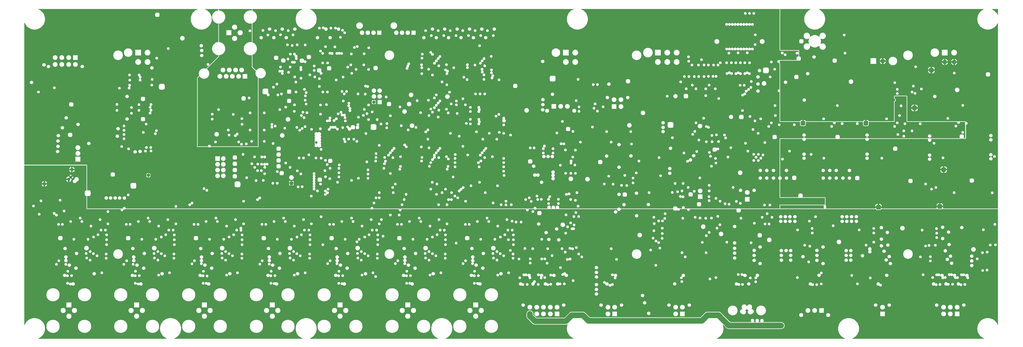
<source format=gbr>
G04 FAB 3000 Version 8.1.40 - Gerber/CAM Software*
G04 RS274-X Output*
%FSLAX35Y35*%
%MIA0B0*%
%MOIN*%
%SFA1.000000B1.000000*%

%IPPOS*%
%AMRECT_ROUNDED85*
4,1,38,0.000000,0.012500,
-0.010250,0.012500,
-0.011549,0.012363,
-0.012792,0.011960,
-0.013924,0.011306,
-0.014895,0.010432,
-0.015663,0.009375,
-0.016194,0.008181,
-0.016466,0.006903,
-0.016500,0.006250,
-0.016500,-0.006250,
-0.016363,-0.007549,
-0.015960,-0.008792,
-0.015306,-0.009924,
-0.014432,-0.010895,
-0.013375,-0.011663,
-0.012181,-0.012194,
-0.010903,-0.012466,
-0.010250,-0.012500,
0.010250,-0.012500,
0.011549,-0.012363,
0.012792,-0.011960,
0.013924,-0.011306,
0.014895,-0.010432,
0.015663,-0.009375,
0.016194,-0.008181,
0.016466,-0.006903,
0.016500,-0.006250,
0.016500,0.006250,
0.016363,0.007549,
0.015960,0.008792,
0.015306,0.009924,
0.014432,0.010895,
0.013375,0.011663,
0.012181,0.012194,
0.010903,0.012466,
0.010250,0.012500,
0.000000,0.012500,
0.000000,0.012500,0.0*
%
%AMRECT_ROUNDED179*
4,1,38,0.000000,0.007874,
-0.008858,0.007874,
-0.009677,0.007788,
-0.010460,0.007534,
-0.011172,0.007122,
-0.011784,0.006571,
-0.012268,0.005906,
-0.012603,0.005154,
-0.012774,0.004349,
-0.012795,0.003937,
-0.012795,-0.003937,
-0.012709,-0.004756,
-0.012455,-0.005538,
-0.012043,-0.006251,
-0.011493,-0.006863,
-0.010827,-0.007347,
-0.010075,-0.007681,
-0.009270,-0.007852,
-0.008858,-0.007874,
0.008858,-0.007874,
0.009677,-0.007788,
0.010460,-0.007534,
0.011172,-0.007122,
0.011784,-0.006571,
0.012268,-0.005906,
0.012603,-0.005154,
0.012774,-0.004349,
0.012795,-0.003937,
0.012795,0.003937,
0.012709,0.004756,
0.012455,0.005538,
0.012043,0.006251,
0.011493,0.006863,
0.010827,0.007347,
0.010075,0.007681,
0.009270,0.007852,
0.008858,0.007874,
0.000000,0.007874,
0.000000,0.007874,0.0*
%
%AMRECT_ROUNDED201*
4,1,38,0.000000,0.040500,
-0.020250,0.040500,
-0.024460,0.040057,
-0.028486,0.038749,
-0.032153,0.036633,
-0.035299,0.033800,
-0.037787,0.030375,
-0.039509,0.026508,
-0.040389,0.022367,
-0.040500,0.020250,
-0.040500,-0.020250,
-0.040057,-0.024460,
-0.038749,-0.028486,
-0.036633,-0.032153,
-0.033800,-0.035299,
-0.030375,-0.037787,
-0.026508,-0.039509,
-0.022367,-0.040389,
-0.020250,-0.040500,
0.020250,-0.040500,
0.024460,-0.040057,
0.028486,-0.038749,
0.032153,-0.036633,
0.035299,-0.033800,
0.037787,-0.030375,
0.039509,-0.026508,
0.040389,-0.022367,
0.040500,-0.020250,
0.040500,0.020250,
0.040057,0.024460,
0.038749,0.028486,
0.036633,0.032153,
0.033800,0.035299,
0.030375,0.037787,
0.026508,0.039509,
0.022367,0.040389,
0.020250,0.040500,
0.000000,0.040500,
0.000000,0.040500,0.0*
%
%AMoval87x72.189_55*
4,1,41,0.025300,0.026700,
0.033800,0.014600,
0.036808,0.009402,
0.038912,0.003778,
0.040053,-0.002118,
0.040200,-0.008121,
0.039349,-0.014066,
0.037523,-0.019787,
0.034773,-0.025125,
0.031176,-0.029934,
0.026830,-0.034078,
0.021857,-0.037444,
0.016394,-0.039938,
0.010593,-0.041491,
0.004615,-0.042060,
-0.001375,-0.041629,
-0.007210,-0.040210,
-0.012729,-0.037842,
-0.017778,-0.034591,
-0.022218,-0.030548,
-0.025300,-0.026700,
-0.033800,-0.014600,
-0.036808,-0.009402,
-0.038912,-0.003778,
-0.040053,0.002118,
-0.040200,0.008121,
-0.039349,0.014066,
-0.037523,0.019787,
-0.034773,0.025125,
-0.031176,0.029934,
-0.026830,0.034078,
-0.021857,0.037444,
-0.016394,0.039938,
-0.010593,0.041491,
-0.004615,0.042060,
0.001375,0.041629,
0.007210,0.040210,
0.012729,0.037842,
0.017778,0.034591,
0.022218,0.030548,
0.025300,0.026700,
0.025300,0.026700,0.0*
%
%AMoval89x72.189_25*
4,1,41,0.007600,0.036200,
0.022800,0.029100,
0.028005,0.026121,
0.032643,0.022319,
0.036585,0.017799,
0.039721,0.012687,
0.041964,0.007124,
0.043252,0.001267,
0.043548,-0.004723,
0.042845,-0.010679,
0.041163,-0.016436,
0.038547,-0.021833,
0.035070,-0.026720,
0.030830,-0.030961,
0.025944,-0.034440,
0.020549,-0.037057,
0.014793,-0.038743,
0.008837,-0.039448,
0.002847,-0.039154,
-0.003011,-0.037869,
-0.007600,-0.036200,
-0.022800,-0.029100,
-0.028005,-0.026121,
-0.032643,-0.022319,
-0.036585,-0.017799,
-0.039721,-0.012687,
-0.041964,-0.007124,
-0.043252,-0.001267,
-0.043548,0.004723,
-0.042846,0.010679,
-0.041163,0.016435,
-0.038547,0.021833,
-0.035070,0.026720,
-0.030830,0.030961,
-0.025944,0.034440,
-0.020549,0.037057,
-0.014793,0.038743,
-0.008837,0.039448,
-0.002847,0.039154,
0.003011,0.037869,
0.007600,0.036200,
0.007600,0.036200,0.0*
%
%AMoval89x72.189_335*
4,1,41,-0.022800,0.029100,
-0.007600,0.036200,
-0.001963,0.038269,
0.003940,0.039374,
0.009944,0.039483,
0.015883,0.038596,
0.021592,0.036735,
0.026913,0.033952,
0.031699,0.030324,
0.035816,0.025953,
0.039151,0.020959,
0.041611,0.015481,
0.043128,0.009671,
0.043659,0.003690,
0.043191,-0.002297,
0.041735,-0.008122,
0.039333,-0.013626,
0.036051,-0.018655,
0.031980,-0.023069,
0.027233,-0.026747,
0.022800,-0.029100,
0.007600,-0.036200,
0.001963,-0.038269,
-0.003940,-0.039374,
-0.009944,-0.039483,
-0.015883,-0.038596,
-0.021592,-0.036735,
-0.026913,-0.033952,
-0.031699,-0.030324,
-0.035816,-0.025953,
-0.039151,-0.020959,
-0.041611,-0.015481,
-0.043128,-0.009671,
-0.043659,-0.003690,
-0.043191,0.002296,
-0.041735,0.008122,
-0.039333,0.013626,
-0.036051,0.018655,
-0.031980,0.023069,
-0.027233,0.026747,
-0.022800,0.029100,
-0.022800,0.029100,0.0*
%
%AMoval87x72.189_305*
4,1,41,-0.033800,0.014600,
-0.025300,0.026700,
-0.021454,0.031309,
-0.016897,0.035217,
-0.011754,0.038314,
-0.006169,0.040514,
-0.000296,0.041756,
0.005702,0.042007,
0.011658,0.041257,
0.017407,0.039530,
0.022791,0.036872,
0.027657,0.033358,
0.031874,0.029085,
0.035322,0.024170,
0.037906,0.018752,
0.039556,0.012980,
0.040224,0.007014,
0.039892,0.001020,
0.038570,-0.004835,
0.036295,-0.010391,
0.033800,-0.014600,
0.025300,-0.026700,
0.021454,-0.031309,
0.016897,-0.035217,
0.011754,-0.038314,
0.006169,-0.040514,
0.000296,-0.041756,
-0.005702,-0.042007,
-0.011658,-0.041257,
-0.017407,-0.039530,
-0.022791,-0.036872,
-0.027657,-0.033358,
-0.031873,-0.029085,
-0.035322,-0.024170,
-0.037906,-0.018752,
-0.039556,-0.012980,
-0.040224,-0.007014,
-0.039892,-0.001020,
-0.038570,0.004835,
-0.036295,0.010391,
-0.033800,0.014600,
-0.033800,0.014600,0.0*
%
%AMOCTAGON212*
4,1,9,-0.011000,0.022000,
-0.022000,0.011000,
-0.022000,-0.011000,
-0.011000,-0.022000,
0.011000,-0.022000,
0.022000,-0.011000,
0.022000,0.011000,
0.011000,0.022000,
-0.011000,0.022000,
-0.011000,0.022000,0.0*
%
%AMRECT_ROUNDED256*
4,1,38,0.000000,0.026500,
-0.013250,0.026500,
-0.016005,0.026210,
-0.018639,0.025354,
-0.021038,0.023969,
-0.023097,0.022116,
-0.024725,0.019875,
-0.025851,0.017344,
-0.026427,0.014635,
-0.026500,0.013250,
-0.026500,-0.013250,
-0.026210,-0.016005,
-0.025354,-0.018639,
-0.023969,-0.021038,
-0.022116,-0.023097,
-0.019875,-0.024725,
-0.017344,-0.025851,
-0.014635,-0.026427,
-0.013250,-0.026500,
0.013250,-0.026500,
0.016005,-0.026210,
0.018639,-0.025354,
0.021038,-0.023969,
0.023097,-0.022116,
0.024725,-0.019875,
0.025851,-0.017344,
0.026427,-0.014635,
0.026500,-0.013250,
0.026500,0.013250,
0.026210,0.016005,
0.025354,0.018639,
0.023969,0.021038,
0.022116,0.023097,
0.019875,0.024725,
0.017344,0.025852,
0.014635,0.026427,
0.013250,0.026500,
0.000000,0.026500,
0.000000,0.026500,0.0*
%
%AMRECT_ROUNDED257*
4,1,38,0.000000,0.028500,
-0.014250,0.028500,
-0.017213,0.028189,
-0.020046,0.027268,
-0.022626,0.025778,
-0.024840,0.023785,
-0.026591,0.021375,
-0.027803,0.018653,
-0.028422,0.015740,
-0.028500,0.014250,
-0.028500,-0.014250,
-0.028189,-0.017213,
-0.027268,-0.020046,
-0.025778,-0.022626,
-0.023785,-0.024840,
-0.021375,-0.026591,
-0.018653,-0.027803,
-0.015740,-0.028422,
-0.014250,-0.028500,
0.014250,-0.028500,
0.017213,-0.028189,
0.020046,-0.027268,
0.022626,-0.025778,
0.024840,-0.023785,
0.026591,-0.021375,
0.027803,-0.018654,
0.028422,-0.015740,
0.028500,-0.014250,
0.028500,0.014250,
0.028189,0.017213,
0.027268,0.020046,
0.025778,0.022626,
0.023785,0.024840,
0.021375,0.026591,
0.018653,0.027803,
0.015740,0.028422,
0.014250,0.028500,
0.000000,0.028500,
0.000000,0.028500,0.0*
%
%AMoval83x68.189_55*
4,1,41,0.023600,0.025600,
0.032100,0.013400,
0.035005,0.008346,
0.037004,0.002870,
0.038037,-0.002867,
0.038074,-0.008696,
0.037115,-0.014446,
0.035187,-0.019947,
0.032348,-0.025038,
0.028680,-0.029569,
0.024291,-0.033406,
0.019311,-0.036437,
0.013887,-0.038572,
0.008178,-0.039748,
0.002351,-0.039931,
-0.003420,-0.039116,
-0.008969,-0.037326,
-0.014129,-0.034615,
-0.018750,-0.031061,
-0.022695,-0.026770,
-0.023600,-0.025600,
-0.032100,-0.013400,
-0.035005,-0.008346,
-0.037004,-0.002870,
-0.038037,0.002867,
-0.038074,0.008696,
-0.037115,0.014446,
-0.035187,0.019948,
-0.032348,0.025038,
-0.028680,0.029569,
-0.024291,0.033406,
-0.019311,0.036437,
-0.013887,0.038572,
-0.008178,0.039748,
-0.002351,0.039931,
0.003420,0.039116,
0.008969,0.037326,
0.014129,0.034615,
0.018750,0.031061,
0.022695,0.026770,
0.023600,0.025600,
0.023600,0.025600,0.0*
%
%AMoval85x68.189_25*
4,1,41,0.006700,0.034400,
0.022000,0.027300,
0.027051,0.024386,
0.031530,0.020653,
0.035305,0.016209,
0.038265,0.011185,
0.040323,0.005730,
0.041419,0.000002,
0.041520,-0.005827,
0.040624,-0.011589,
0.038756,-0.017113,
0.035972,-0.022236,
0.032353,-0.026808,
0.028006,-0.030695,
0.023059,-0.033782,
0.017658,-0.035978,
0.011961,-0.037219,
0.006135,-0.037468,
0.000352,-0.036719,
-0.005217,-0.034992,
-0.006700,-0.034400,
-0.022000,-0.027300,
-0.027051,-0.024386,
-0.031530,-0.020653,
-0.035305,-0.016209,
-0.038265,-0.011185,
-0.040323,-0.005730,
-0.041419,-0.000002,
-0.041520,0.005827,
-0.040624,0.011589,
-0.038756,0.017113,
-0.035972,0.022236,
-0.032353,0.026808,
-0.028006,0.030695,
-0.023059,0.033782,
-0.017658,0.035978,
-0.011961,0.037219,
-0.006135,0.037468,
-0.000352,0.036719,
0.005217,0.034992,
0.006700,0.034400,
0.006700,0.034400,0.0*
%
%AMoval85x68.189_335*
4,1,41,-0.022000,0.027300,
-0.006700,0.034400,
-0.001214,0.036388,
0.004531,0.037410,
0.010366,0.037436,
0.016120,0.036465,
0.021623,0.034526,
0.026715,0.031676,
0.031245,0.027999,
0.035081,0.023602,
0.038110,0.018614,
0.040243,0.013183,
0.041417,0.007467,
0.041597,0.001635,
0.040780,-0.004143,
0.038987,-0.009696,
0.036273,-0.014861,
0.032717,-0.019487,
0.028423,-0.023439,
0.023518,-0.026598,
0.022000,-0.027300,
0.006700,-0.034400,
0.001214,-0.036388,
-0.004531,-0.037410,
-0.010366,-0.037436,
-0.016120,-0.036465,
-0.021623,-0.034526,
-0.026715,-0.031676,
-0.031245,-0.027999,
-0.035081,-0.023602,
-0.038110,-0.018614,
-0.040243,-0.013183,
-0.041417,-0.007467,
-0.041597,-0.001635,
-0.040780,0.004143,
-0.038987,0.009696,
-0.036273,0.014861,
-0.032717,0.019487,
-0.028423,0.023439,
-0.023518,0.026598,
-0.022000,0.027300,
-0.022000,0.027300,0.0*
%
%AMoval83x68.189_305*
4,1,41,-0.032100,0.013400,
-0.023600,0.025600,
-0.019843,0.030061,
-0.015379,0.033814,
-0.010340,0.036750,
-0.004873,0.038782,
0.000860,0.039850,
0.006692,0.039923,
0.012450,0.038999,
0.017967,0.037104,
0.023078,0.034295,
0.027634,0.030654,
0.031501,0.026289,
0.034566,0.021326,
0.036738,0.015914,
0.037953,0.010210,
0.038176,0.004382,
0.037400,-0.001398,
0.035648,-0.006961,
0.032972,-0.012143,
0.032100,-0.013400,
0.023600,-0.025600,
0.019843,-0.030061,
0.015379,-0.033815,
0.010340,-0.036750,
0.004873,-0.038782,
-0.000860,-0.039850,
-0.006692,-0.039923,
-0.012450,-0.038999,
-0.017967,-0.037104,
-0.023078,-0.034295,
-0.027634,-0.030654,
-0.031501,-0.026289,
-0.034566,-0.021326,
-0.036738,-0.015914,
-0.037953,-0.010209,
-0.038176,-0.004381,
-0.037400,0.001398,
-0.035648,0.006961,
-0.032972,0.012143,
-0.032100,0.013400,
-0.032100,0.013400,0.0*
%
%AMRECT_ROUNDED368*
4,1,38,0.000000,0.021654,
-0.005906,0.021654,
-0.007133,0.021524,
-0.008308,0.021143,
-0.009377,0.020526,
-0.010294,0.019700,
-0.011020,0.018701,
-0.011522,0.017573,
-0.011779,0.016365,
-0.011811,0.015748,
-0.011811,-0.015748,
-0.011682,-0.016976,
-0.011300,-0.018150,
-0.010683,-0.019219,
-0.009857,-0.020137,
-0.008858,-0.020862,
-0.007730,-0.021365,
-0.006523,-0.021621,
-0.005906,-0.021654,
0.005906,-0.021654,
0.007133,-0.021524,
0.008307,-0.021143,
0.009377,-0.020526,
0.010294,-0.019700,
0.011020,-0.018701,
0.011522,-0.017573,
0.011779,-0.016365,
0.011811,-0.015748,
0.011811,0.015748,
0.011682,0.016976,
0.011300,0.018150,
0.010683,0.019219,
0.009857,0.020137,
0.008858,0.020862,
0.007730,0.021365,
0.006523,0.021621,
0.005906,0.021654,
0.000000,0.021654,
0.000000,0.021654,0.0*
%
%AMRECT_ROUNDED374*
4,1,42,0.000000,0.052165,
-0.065453,0.052165,
-0.070535,0.051665,
-0.075423,0.050185,
-0.079929,0.047780,
-0.083879,0.044543,
-0.087123,0.040598,
-0.089536,0.036097,
-0.091026,0.031212,
-0.091535,0.026131,
-0.091535,0.026083,
-0.091535,-0.026083,
-0.091035,-0.031165,
-0.089555,-0.036053,
-0.087150,-0.040558,
-0.083913,-0.044509,
-0.079968,-0.047753,
-0.075467,-0.050166,
-0.070582,-0.051656,
-0.065501,-0.052165,
-0.065453,-0.052165,
0.065453,-0.052165,
0.070535,-0.051665,
0.075423,-0.050185,
0.079929,-0.047780,
0.083879,-0.044543,
0.087123,-0.040598,
0.089536,-0.036097,
0.091026,-0.031212,
0.091535,-0.026131,
0.091535,-0.026083,
0.091535,0.026083,
0.091035,0.031165,
0.089555,0.036053,
0.087150,0.040558,
0.083913,0.044509,
0.079968,0.047753,
0.075467,0.050166,
0.070582,0.051656,
0.065501,0.052165,
0.065453,0.052165,
0.000000,0.052165,
0.000000,0.052165,0.0*
%
%AMRECT_ROUNDED382*
4,1,38,0.000000,0.020500,
-0.013250,0.020500,
-0.014757,0.020342,
-0.016199,0.019873,
-0.017511,0.019115,
-0.018638,0.018101,
-0.019529,0.016875,
-0.020145,0.015490,
-0.020460,0.014008,
-0.020500,0.013250,
-0.020500,-0.013250,
-0.020342,-0.014757,
-0.019873,-0.016199,
-0.019115,-0.017511,
-0.018101,-0.018638,
-0.016875,-0.019529,
-0.015490,-0.020145,
-0.014008,-0.020460,
-0.013250,-0.020500,
0.013250,-0.020500,
0.014757,-0.020342,
0.016199,-0.019873,
0.017511,-0.019115,
0.018638,-0.018101,
0.019529,-0.016875,
0.020145,-0.015490,
0.020460,-0.014008,
0.020500,-0.013250,
0.020500,0.013250,
0.020342,0.014757,
0.019873,0.016199,
0.019115,0.017511,
0.018101,0.018638,
0.016875,0.019529,
0.015490,0.020145,
0.014008,0.020460,
0.013250,0.020500,
0.000000,0.020500,
0.000000,0.020500,0.0*
%
%AMRECT_ROUNDED383*
4,1,38,0.000000,0.022500,
-0.014250,0.022500,
-0.015965,0.022320,
-0.017606,0.021787,
-0.019099,0.020924,
-0.020381,0.019770,
-0.021395,0.018375,
-0.022096,0.016799,
-0.022455,0.015112,
-0.022500,0.014250,
-0.022500,-0.014250,
-0.022320,-0.015965,
-0.021787,-0.017606,
-0.020924,-0.019099,
-0.019770,-0.020381,
-0.018375,-0.021395,
-0.016799,-0.022096,
-0.015112,-0.022455,
-0.014250,-0.022500,
0.014250,-0.022500,
0.015965,-0.022320,
0.017606,-0.021787,
0.019099,-0.020924,
0.020381,-0.019770,
0.021395,-0.018375,
0.022096,-0.016799,
0.022455,-0.015112,
0.022500,-0.014250,
0.022500,0.014250,
0.022320,0.015965,
0.021787,0.017606,
0.020924,0.019099,
0.019770,0.020381,
0.018375,0.021395,
0.016799,0.022096,
0.015112,0.022455,
0.014250,0.022500,
0.000000,0.022500,
0.000000,0.022500,0.0*
%
%ADD10C,0.005000*%
%ADD11C,0.010000*%
%ADD12C,0.009843*%
%ADD14C,0.007874*%
%ADD15C,0.006000*%
%ADD16C,0.020000*%
%ADD18C,0.008000*%
%ADD21R,0.010875X0.005512*%
%ADD22R,0.005512X0.010876*%
%ADD23C,0.006938*%
%ADD26R,0.007350X0.014500*%
%ADD27R,0.014500X0.007350*%
%ADD30C,0.009250*%
%ADD47R,0.056850X0.078650*%
%ADD48R,0.026564X0.013465*%
%ADD54R,0.024157X0.007914*%
%ADD58R,0.003910X0.018470*%
%ADD59C,0.005990*%
%ADD60C,0.012314*%
%ADD61C,0.012355*%
%ADD62R,0.003910X0.029037*%
%ADD63C,0.032906*%
%ADD64C,0.027414*%
%ADD75R,0.011625X0.057675*%
%ADD84R,0.033000X0.025000*%
%ADD85RECT_ROUNDED85*%
%ADD86R,0.137795X0.086614*%
%ADD110R,0.023622X0.043307*%
%ADD112R,0.033465X0.023622*%
%ADD129R,0.055118X0.061024*%
%ADD130R,0.055118X0.059055*%
%ADD136R,0.039370X0.043307*%
%ADD145R,0.055118X0.043307*%
%ADD150R,0.043307X0.039370*%
%ADD154R,0.090551X0.090551*%
%ADD158R,0.059055X0.114173*%
%ADD162R,0.047244X0.051181*%
%ADD163R,0.051181X0.047244*%
%ADD164R,0.114173X0.059055*%
%ADD169R,0.039370X0.062992*%
%ADD178R,0.043307X0.055118*%
%ADD179RECT_ROUNDED179*%
%ADD180R,0.025591X0.015748*%
%ADD184R,0.023622X0.033465*%
%ADD190C,0.150000*%
%ADD193C,0.062000*%
%ADD194R,0.062000X0.062000*%
%ADD195C,0.039370*%
%ADD196C,0.066000*%
%ADD197R,0.066000X0.066000*%
%ADD198C,0.064000*%
%ADD200C,0.059055*%
%ADD201RECT_ROUNDED201*%
%ADD204C,0.065000*%
%ADD205R,0.065000X0.065000*%
%ADD206C,0.314961*%
%ADD207oval87x72.189_55*%
%ADD208oval89x72.189_25*%
%ADD209oval89x72.189_335*%
%ADD210oval87x72.189_305*%
%ADD211C,0.044000*%
%ADD212OCTAGON212*%
%ADD213C,0.058000*%
%ADD214R,0.058000X0.058000*%
%ADD215C,0.160000*%
%ADD216C,0.055000*%
%ADD217C,0.045000*%
%ADD218C,0.215000*%
%ADD219C,0.090000*%
%ADD220R,0.057000X0.057000*%
%ADD221C,0.057000*%
%ADD222C,0.096000*%
%ADD223R,0.080000X0.080000*%
%ADD224C,0.080000*%
%ADD225C,0.148000*%
%ADD226C,0.128500*%
%ADD227C,0.146000*%
%ADD228C,0.208661*%
%ADD229C,0.069000*%
%ADD230R,0.069000X0.069000*%
%ADD231C,0.050000*%
%ADD232C,0.032000*%
%ADD234C,0.040000*%
%ADD235C,0.060000*%
%ADD236C,0.030000*%
%ADD237C,0.015000*%
%ADD238C,0.075000*%
%ADD239C,0.018000*%
%ADD240C,0.025000*%
%ADD241C,0.014000*%
%ADD242C,0.023000*%
%ADD244C,0.100000*%
%ADD246C,0.022000*%
%ADD247C,0.017000*%
%ADD255R,0.060000X0.060000*%
%ADD256RECT_ROUNDED256*%
%ADD257RECT_ROUNDED257*%
%ADD258C,0.053000*%
%ADD259oval83x68.189_55*%
%ADD260oval85x68.189_25*%
%ADD261oval85x68.189_335*%
%ADD262oval83x68.189_305*%
%ADD263C,0.195000*%
%ADD264C,0.128000*%
%ADD265C,0.027000*%
%ADD277R,0.022186X0.024154*%
%ADD278R,0.032025X0.059587*%
%ADD280R,0.047775X0.047776*%
%ADD281R,0.071394X0.045806*%
%ADD282C,0.166802*%
%ADD283C,0.167808*%
%ADD285C,0.100863*%
%ADD286R,0.024153X0.022185*%
%ADD287C,0.047921*%
%ADD293C,0.149219*%
%ADD296C,0.082707*%
%ADD298C,0.060676*%
%ADD299R,0.038501X0.038498*%
%ADD301R,0.082000X0.082000*%
%ADD305R,0.024154X0.030057*%
%ADD306R,0.030060X0.024154*%
%ADD309R,0.028092X0.026120*%
%ADD311R,0.019000X0.015001*%
%ADD312R,0.019233X0.014309*%
%ADD314C,0.059507*%
%ADD315C,0.170822*%
%ADD316C,0.060517*%
%ADD317C,0.070605*%
%ADD318R,0.022187X0.033995*%
%ADD320C,0.084724*%
%ADD321R,0.026120X0.028091*%
%ADD324C,0.079737*%
%ADD325C,0.080691*%
%ADD326R,0.030058X0.032028*%
%ADD327C,0.229369*%
%ADD328C,0.116561*%
%ADD329C,0.077664*%
%ADD330R,0.089000X0.089000*%
%ADD331R,0.077000X0.077000*%
%ADD356C,0.089768*%
%ADD360R,0.035001X0.035000*%
%ADD361C,0.078673*%
%ADD362R,0.100000X0.100000*%
%ADD363R,0.078000X0.078000*%
%ADD364C,0.085733*%
%ADD365R,0.085000X0.085000*%
%ADD366C,0.073630*%
%ADD367R,0.029000X0.161000*%
%ADD368RECT_ROUNDED368*%
%ADD369R,0.070000X0.200000*%
%ADD370R,0.094488X0.129921*%
%ADD371R,0.053150X0.129921*%
%ADD372C,0.267717*%
%ADD373R,0.433071X0.433071*%
%ADD374RECT_ROUNDED374*%
%ADD375R,0.183071X0.104331*%
%ADD376C,0.125000*%
%ADD377R,0.219036X0.219033*%
%ADD378R,0.134173X0.079055*%
%ADD379R,0.014314X0.019230*%
%ADD380C,0.288606*%
%ADD381R,0.033000X0.165000*%
%ADD382RECT_ROUNDED382*%
%ADD383RECT_ROUNDED383*%
%ADD384C,0.041000*%
%ADD385R,0.579625X0.156017*%
%ADD386R,0.038944X0.021454*%
%ADD387R,0.494885X0.112822*%
%ADD388R,0.009343X0.070440*%
%ADD389R,0.026564X0.008702*%
%ADD390R,0.023175X0.062105*%
%ADD391R,0.405774X0.130015*%
%ADD392R,0.011894X0.089666*%
%ADD393R,0.033815X0.011077*%
%ADD394R,0.466047X0.123006*%
%ADD395R,0.418150X0.114700*%
%ADD396R,0.011024X0.057675*%
%ADD397R,0.417901X0.131531*%
%ADD398C,0.036380*%
%ADD399C,0.001959*%
%ADD400R,0.000370X0.000710*%
%ADD401C,0.001359*%
%ADD402R,0.730506X0.156017*%
%ADD403R,0.072876X0.024836*%
%ADD404R,0.029499X0.079055*%
%ADD405R,0.384320X0.130015*%
%ADD406R,0.289400X0.118700*%
%ADD407C,0.018500*%
%ADD408R,0.231250X0.098950*%
%ADD409R,0.240325X0.098950*%
%ADD410R,0.508535X0.111815*%
%ADD411R,0.030594X0.016854*%
%ADD412R,0.377673X0.130015*%
%LNpower_0*%
%LPD*%
G36*
X110335Y304134D02*
G01Y260771D01*
X109585Y260672D01*
X108849Y260367D01*
X108218Y259882D01*
X107733Y259251D01*
X107428Y258515D01*
X107324Y257725D01*
Y253675D01*
X107428Y252885D01*
X107733Y252149D01*
X108218Y251518D01*
X108849Y251033D01*
X109585Y250728D01*
X110335Y250629D01*
Y228051D01*
X169746D01*
X170029Y227522D01*
X169959Y227417D01*
X169777Y226500D01*
X169959Y225583D01*
X170478Y224806D01*
X171256Y224286D01*
X172173Y224104D01*
X173090Y224286D01*
X173867Y224806D01*
X174386Y225583D01*
X174569Y226500D01*
X174462Y227035D01*
X175002Y227396D01*
X175166Y227286D01*
X176083Y227104D01*
X177000Y227286D01*
X177777Y227806D01*
X177941Y228051D01*
X605642D01*
X605806Y227806D01*
X606583Y227286D01*
X607500Y227104D01*
X608417Y227286D01*
X609194Y227806D01*
X609358Y228051D01*
X654274D01*
X654557Y227522D01*
X654486Y227417D01*
X654304Y226500D01*
X654486Y225583D01*
X655006Y224806D01*
X655783Y224286D01*
X656700Y224104D01*
X657617Y224286D01*
X658394Y224806D01*
X658914Y225583D01*
X659096Y226500D01*
X658914Y227417D01*
X658843Y227522D01*
X659126Y228051D01*
X875774D01*
X876057Y227522D01*
X875986Y227417D01*
X875804Y226500D01*
X875986Y225583D01*
X876506Y224806D01*
X877283Y224286D01*
X878200Y224104D01*
X879117Y224286D01*
X879894Y224806D01*
X880414Y225583D01*
X880596Y226500D01*
X880414Y227417D01*
X880343Y227522D01*
X880626Y228051D01*
X889742D01*
X889906Y227806D01*
X890683Y227286D01*
X891600Y227104D01*
X892517Y227286D01*
X893294Y227806D01*
X893458Y228051D01*
X975700D01*
X1034000D01*
X1034455D01*
X1034733Y227734D01*
X1034836Y226951D01*
X1035138Y226221D01*
X1035619Y225595D01*
X1036246Y225114D01*
X1036976Y224812D01*
X1037759Y224709D01*
X1038542Y224812D01*
X1039272Y225114D01*
X1039898Y225595D01*
X1040379Y226221D01*
X1040682Y226951D01*
X1040785Y227734D01*
X1041062Y228051D01*
X1132105D01*
Y227575D01*
X1132285Y226668D01*
X1132799Y225899D01*
X1133568Y225385D01*
X1134475Y225204D01*
X1137125D01*
X1138032Y225385D01*
X1138801Y225899D01*
X1138959Y226135D01*
X1139681D01*
X1139848Y225884D01*
X1140626Y225365D01*
X1141543Y225183D01*
X1142459Y225365D01*
X1143237Y225884D01*
X1143756Y226662D01*
X1143939Y227579D01*
X1143937Y227587D01*
X1144318Y228051D01*
X1156128D01*
X1156621Y227451D01*
X1156547Y227079D01*
X1156729Y226162D01*
X1157248Y225384D01*
X1158026Y224865D01*
X1158943Y224683D01*
X1159860Y224865D01*
X1160637Y225384D01*
X1161156Y226162D01*
X1161339Y227079D01*
X1161265Y227451D01*
X1161757Y228051D01*
X1196800D01*
X1232000D01*
X1242054D01*
X1242536Y227451D01*
X1242447Y227004D01*
Y224354D01*
X1242627Y223447D01*
X1243141Y222677D01*
X1243910Y222164D01*
X1244818Y221983D01*
X1247468D01*
X1248375Y222164D01*
X1249144Y222677D01*
X1249658Y223447D01*
X1249838Y224354D01*
Y227004D01*
X1249749Y227451D01*
X1250231Y228051D01*
X1374800D01*
X1400500D01*
X1485103D01*
X1485195Y227828D01*
X1485680Y227196D01*
X1486312Y226711D01*
X1487048Y226407D01*
X1487837Y226303D01*
X1491887D01*
X1492677Y226407D01*
X1493413Y226711D01*
X1494045Y227196D01*
X1494530Y227828D01*
X1494622Y228051D01*
X1593019D01*
X1593201Y227911D01*
X1593937Y227607D01*
X1594727Y227503D01*
X1598777D01*
X1599567Y227607D01*
X1600303Y227911D01*
X1600484Y228051D01*
X1697961D01*
Y26313D01*
X1697369Y26216D01*
X1697210Y26683D01*
X1696152Y28829D01*
X1694823Y30818D01*
X1693246Y32616D01*
X1691447Y34193D01*
X1689458Y35522D01*
X1687313Y36580D01*
X1685048Y37349D01*
X1682702Y37816D01*
X1680315Y37972D01*
X1677928Y37816D01*
X1675582Y37349D01*
X1673317Y36580D01*
X1671171Y35522D01*
X1669182Y34193D01*
X1667384Y32616D01*
X1665807Y30818D01*
X1664478Y28829D01*
X1663420Y26683D01*
X1662651Y24418D01*
X1662184Y22072D01*
X1662028Y19685D01*
X1662184Y17298D01*
X1662651Y14952D01*
X1663420Y12687D01*
X1664478Y10541D01*
X1665807Y8552D01*
X1667384Y6754D01*
X1669182Y5177D01*
X1671171Y3848D01*
X1673317Y2790D01*
X1673784Y2631D01*
X1673687Y2039D01*
X1444432D01*
X1444334Y2631D01*
X1444801Y2790D01*
X1446947Y3848D01*
X1448936Y5177D01*
X1450734Y6754D01*
X1452311Y8552D01*
X1453640Y10541D01*
X1454698Y12687D01*
X1455467Y14952D01*
X1455934Y17298D01*
X1456090Y19685D01*
X1455934Y22072D01*
X1455467Y24418D01*
X1454698Y26683D01*
X1453640Y28829D01*
X1452311Y30818D01*
X1450734Y32616D01*
X1448936Y34193D01*
X1446947Y35522D01*
X1444801Y36580D01*
X1442536Y37349D01*
X1440190Y37816D01*
X1437803Y37972D01*
X1435416Y37816D01*
X1433070Y37349D01*
X1430805Y36580D01*
X1428660Y35522D01*
X1426671Y34193D01*
X1424872Y32616D01*
X1423295Y30818D01*
X1421966Y28829D01*
X1420908Y26683D01*
X1420139Y24418D01*
X1419672Y22072D01*
X1419516Y19685D01*
X1419672Y17298D01*
X1420139Y14952D01*
X1420908Y12687D01*
X1421966Y10541D01*
X1423295Y8552D01*
X1424872Y6754D01*
X1426671Y5177D01*
X1428660Y3848D01*
X1430805Y2790D01*
X1431272Y2631D01*
X1431175Y2039D01*
X1208211D01*
X1208113Y2631D01*
X1208581Y2790D01*
X1210726Y3848D01*
X1212715Y5177D01*
X1214514Y6754D01*
X1216091Y8552D01*
X1217420Y10541D01*
X1218478Y12687D01*
X1219247Y14952D01*
X1219713Y17298D01*
X1219870Y19685D01*
X1219713Y22072D01*
X1219247Y24418D01*
X1218679Y26092D01*
X1219202Y26417D01*
X1224782Y20837D01*
X1225696Y20087D01*
X1226738Y19530D01*
X1227869Y19187D01*
X1229045Y19071D01*
X1320400D01*
X1321576Y19187D01*
X1322707Y19530D01*
X1323750Y20087D01*
X1324663Y20837D01*
X1325413Y21750D01*
X1325970Y22793D01*
X1326313Y23924D01*
X1326429Y25100D01*
X1326313Y26276D01*
X1325970Y27407D01*
X1325413Y28450D01*
X1324663Y29363D01*
X1323750Y30113D01*
X1322707Y30670D01*
X1321576Y31013D01*
X1320400Y31129D01*
X1289338D01*
X1289106Y31729D01*
X1289458Y32187D01*
X1289760Y32917D01*
X1289863Y33700D01*
X1289760Y34483D01*
X1289458Y35213D01*
X1288977Y35840D01*
X1288350Y36320D01*
X1287620Y36623D01*
X1286837Y36726D01*
X1286054Y36623D01*
X1285324Y36320D01*
X1284697Y35840D01*
X1284217Y35213D01*
X1283914Y34483D01*
X1283811Y33700D01*
X1283914Y32917D01*
X1284217Y32187D01*
X1284568Y31729D01*
X1284336Y31129D01*
X1281120D01*
X1280888Y31729D01*
X1281239Y32187D01*
X1281541Y32917D01*
X1281644Y33700D01*
X1281541Y34483D01*
X1281239Y35213D01*
X1280758Y35840D01*
X1280131Y36320D01*
X1279402Y36623D01*
X1278619Y36726D01*
X1277835Y36623D01*
X1277106Y36320D01*
X1276479Y35840D01*
X1275998Y35213D01*
X1275696Y34483D01*
X1275593Y33700D01*
X1275696Y32917D01*
X1275998Y32187D01*
X1276350Y31729D01*
X1276117Y31129D01*
X1272901D01*
X1272669Y31729D01*
X1273021Y32187D01*
X1273323Y32917D01*
X1273426Y33700D01*
X1273323Y34483D01*
X1273021Y35213D01*
X1272540Y35840D01*
X1271913Y36320D01*
X1271183Y36623D01*
X1270400Y36726D01*
X1269617Y36623D01*
X1268887Y36320D01*
X1268260Y35840D01*
X1267780Y35213D01*
X1267477Y34483D01*
X1267374Y33700D01*
X1267477Y32917D01*
X1267780Y32187D01*
X1268131Y31729D01*
X1267899Y31129D01*
X1231543D01*
X1215475Y47196D01*
X1214562Y47946D01*
X1213520Y48503D01*
X1212389Y48846D01*
X1211212Y48962D01*
X1191953D01*
X1190777Y48846D01*
X1189646Y48503D01*
X1188604Y47946D01*
X1187690Y47196D01*
X1179723Y39229D01*
X1021200D01*
X1020814Y39191D01*
X987259D01*
X979255Y47195D01*
X978341Y47945D01*
X977299Y48502D01*
X976168Y48845D01*
X974992Y48961D01*
X955733D01*
X954556Y48845D01*
X953425Y48502D01*
X952383Y47945D01*
X951469Y47195D01*
X942803Y38529D01*
X893940D01*
X888714Y43755D01*
Y45276D01*
X888598Y46452D01*
X888255Y47583D01*
X887698Y48625D01*
X886948Y49539D01*
X886035Y50289D01*
X884992Y50846D01*
X883861Y51189D01*
X882685Y51305D01*
X881509Y51189D01*
X880378Y50846D01*
X879336Y50289D01*
X878422Y49539D01*
X877672Y48625D01*
X877115Y47583D01*
X876772Y46452D01*
X876656Y45276D01*
Y41258D01*
X876772Y40082D01*
X877115Y38951D01*
X877672Y37908D01*
X878422Y36995D01*
X887180Y28237D01*
X888093Y27487D01*
X889136Y26930D01*
X890267Y26587D01*
X891443Y26471D01*
X945300D01*
X946477Y26587D01*
X947608Y26930D01*
X948032Y27157D01*
X948485Y26718D01*
X948467Y26682D01*
X947698Y24417D01*
X947232Y22071D01*
X947075Y19684D01*
X947232Y17297D01*
X947698Y14951D01*
X948467Y12686D01*
X949525Y10541D01*
X950854Y8552D01*
X952431Y6753D01*
X954230Y5176D01*
X956219Y3847D01*
X958364Y2789D01*
X958829Y2631D01*
X958731Y2039D01*
X735773D01*
X735675Y2631D01*
X736140Y2789D01*
X738285Y3847D01*
X740274Y5176D01*
X742073Y6753D01*
X743650Y8552D01*
X744979Y10541D01*
X746037Y12686D01*
X746806Y14951D01*
X747272Y17297D01*
X747429Y19684D01*
X747272Y22071D01*
X746806Y24417D01*
X746037Y26682D01*
X744979Y28828D01*
X743650Y30817D01*
X742073Y32615D01*
X740274Y34192D01*
X738285Y35521D01*
X736140Y36579D01*
X733875Y37348D01*
X731529Y37815D01*
X729142Y37971D01*
X726755Y37815D01*
X724409Y37348D01*
X722144Y36579D01*
X719998Y35521D01*
X718009Y34192D01*
X716211Y32615D01*
X714634Y30817D01*
X713305Y28828D01*
X712247Y26682D01*
X711478Y24417D01*
X711011Y22071D01*
X710855Y19684D01*
X711011Y17297D01*
X711478Y14951D01*
X712247Y12686D01*
X713305Y10541D01*
X714634Y8552D01*
X716211Y6753D01*
X718009Y5176D01*
X719998Y3847D01*
X722144Y2789D01*
X722609Y2631D01*
X722511Y2039D01*
X499552D01*
X499454Y2631D01*
X499919Y2789D01*
X502065Y3847D01*
X504054Y5176D01*
X505852Y6753D01*
X507429Y8552D01*
X508758Y10541D01*
X509816Y12686D01*
X510585Y14951D01*
X511052Y17297D01*
X511208Y19684D01*
X511052Y22071D01*
X510585Y24417D01*
X509816Y26682D01*
X508758Y28828D01*
X507429Y30817D01*
X505852Y32615D01*
X504054Y34192D01*
X502065Y35521D01*
X499919Y36579D01*
X497654Y37348D01*
X495308Y37815D01*
X492921Y37971D01*
X490534Y37815D01*
X488188Y37348D01*
X485923Y36579D01*
X483778Y35521D01*
X481789Y34192D01*
X479990Y32615D01*
X478413Y30817D01*
X477084Y28828D01*
X476026Y26682D01*
X475257Y24417D01*
X474791Y22071D01*
X474634Y19684D01*
X474791Y17297D01*
X475257Y14951D01*
X476026Y12686D01*
X477084Y10541D01*
X478413Y8552D01*
X479990Y6753D01*
X481789Y5176D01*
X483778Y3847D01*
X485923Y2789D01*
X486388Y2631D01*
X486290Y2039D01*
X263324D01*
X263226Y2631D01*
X263691Y2789D01*
X265836Y3847D01*
X267825Y5176D01*
X269624Y6753D01*
X271201Y8552D01*
X272530Y10541D01*
X273588Y12686D01*
X274357Y14951D01*
X274823Y17297D01*
X274980Y19684D01*
X274823Y22071D01*
X274357Y24417D01*
X273588Y26682D01*
X272530Y28828D01*
X271201Y30817D01*
X269624Y32615D01*
X267825Y34192D01*
X265836Y35521D01*
X263691Y36579D01*
X261426Y37348D01*
X259080Y37815D01*
X256693Y37971D01*
X254306Y37815D01*
X251960Y37348D01*
X249695Y36579D01*
X247549Y35521D01*
X245560Y34192D01*
X243762Y32615D01*
X242185Y30817D01*
X240856Y28828D01*
X239798Y26682D01*
X239029Y24417D01*
X238562Y22071D01*
X238406Y19684D01*
X238562Y17297D01*
X239029Y14951D01*
X239798Y12686D01*
X240856Y10541D01*
X242185Y8552D01*
X243762Y6753D01*
X245560Y5176D01*
X247549Y3847D01*
X249695Y2789D01*
X250160Y2631D01*
X250062Y2039D01*
X26313D01*
X26216Y2631D01*
X26683Y2790D01*
X28829Y3848D01*
X30818Y5177D01*
X32616Y6754D01*
X34193Y8552D01*
X35522Y10541D01*
X36580Y12687D01*
X37349Y14952D01*
X37816Y17298D01*
X37972Y19685D01*
X37816Y22072D01*
X37349Y24418D01*
X36580Y26683D01*
X35522Y28829D01*
X34193Y30818D01*
X32616Y32616D01*
X30818Y34193D01*
X28829Y35522D01*
X26683Y36580D01*
X24418Y37349D01*
X22072Y37816D01*
X19685Y37972D01*
X17298Y37816D01*
X14952Y37349D01*
X12687Y36580D01*
X10541Y35522D01*
X8552Y34193D01*
X6754Y32616D01*
X5177Y30818D01*
X3848Y28829D01*
X2790Y26683D01*
X2631Y26216D01*
X2039Y26313D01*
Y304134D01*
X110335D01*
G37*
G36*
X1317700Y504100D02*
G01X1350600D01*
Y500745D01*
X1350054Y500633D01*
X1350000Y500645D01*
X1349494Y501402D01*
X1348717Y501922D01*
X1347800Y502104D01*
X1346883Y501922D01*
X1346105Y501402D01*
X1345586Y500625D01*
X1345404Y499708D01*
X1345586Y498791D01*
X1346105Y498014D01*
X1346883Y497494D01*
X1347800Y497312D01*
X1348717Y497494D01*
X1349494Y498014D01*
X1350000Y498771D01*
X1350054Y498783D01*
X1350600Y498671D01*
Y493951D01*
X1349561D01*
X1348654Y493771D01*
X1347885Y493257D01*
X1347371Y492488D01*
X1347190Y491581D01*
Y488931D01*
X1347356Y488098D01*
X1347281Y487855D01*
X1347090Y487498D01*
X1317700D01*
X1317100Y487178D01*
X1316862Y487337D01*
X1315945Y487519D01*
X1315028Y487337D01*
X1314251Y486817D01*
X1313732Y486040D01*
X1313549Y485123D01*
X1313732Y484206D01*
X1314251Y483429D01*
X1315028Y482910D01*
X1315945Y482727D01*
X1316621Y482862D01*
X1317000Y482740D01*
X1317243Y482442D01*
X1317379Y481761D01*
X1317700Y481279D01*
Y437058D01*
X1317100Y436597D01*
X1316600Y436696D01*
X1315683Y436514D01*
X1314906Y435994D01*
X1314386Y435217D01*
X1314204Y434300D01*
X1314386Y433383D01*
X1314906Y432606D01*
X1315683Y432086D01*
X1316600Y431904D01*
X1317100Y432003D01*
X1317700Y431542D01*
Y379900D01*
X1353003D01*
X1353280Y379584D01*
Y375534D01*
X1353384Y374744D01*
X1353689Y374009D01*
X1354174Y373377D01*
X1354805Y372892D01*
X1355541Y372587D01*
X1356331Y372483D01*
X1360381D01*
X1361171Y372587D01*
X1361907Y372892D01*
X1362538Y373377D01*
X1363023Y374009D01*
X1363328Y374744D01*
X1363432Y375534D01*
Y379584D01*
X1363709Y379900D01*
X1410742D01*
X1411025Y379371D01*
X1410867Y379134D01*
X1410684Y378217D01*
X1410867Y377300D01*
X1411386Y376523D01*
X1412163Y376004D01*
X1413080Y375821D01*
X1413997Y376004D01*
X1414775Y376523D01*
X1415294Y377300D01*
X1415476Y378217D01*
X1415294Y379134D01*
X1415136Y379371D01*
X1415419Y379900D01*
X1426379D01*
X1426438Y379300D01*
X1426130Y379239D01*
X1425648Y379143D01*
X1424870Y378623D01*
X1424351Y377846D01*
X1424169Y376929D01*
X1424351Y376012D01*
X1424870Y375235D01*
X1425648Y374715D01*
X1426565Y374533D01*
X1427481Y374715D01*
X1428259Y375235D01*
X1428778Y376012D01*
X1428961Y376929D01*
X1428778Y377846D01*
X1428259Y378623D01*
X1427481Y379143D01*
X1426999Y379239D01*
X1426691Y379300D01*
X1426750Y379900D01*
X1452757D01*
X1452816Y379300D01*
X1452508Y379239D01*
X1452026Y379143D01*
X1451248Y378623D01*
X1450729Y377846D01*
X1450547Y376929D01*
X1450729Y376012D01*
X1451248Y375235D01*
X1452026Y374715D01*
X1452943Y374533D01*
X1453859Y374715D01*
X1454637Y375235D01*
X1455156Y376012D01*
X1455339Y376929D01*
X1455156Y377846D01*
X1454637Y378623D01*
X1453859Y379143D01*
X1453377Y379239D01*
X1453069Y379300D01*
X1453128Y379900D01*
X1462648D01*
X1462926Y379584D01*
Y375534D01*
X1463030Y374744D01*
X1463334Y374008D01*
X1463819Y373377D01*
X1464451Y372892D01*
X1465187Y372587D01*
X1465977Y372483D01*
X1470027D01*
X1470816Y372587D01*
X1471552Y372892D01*
X1472184Y373377D01*
X1472669Y374008D01*
X1472974Y374744D01*
X1473078Y375534D01*
Y379584D01*
X1473355Y379900D01*
X1517864D01*
Y415343D01*
X1517938Y415353D01*
X1518668Y415655D01*
X1519295Y416136D01*
X1519776Y416763D01*
X1520078Y417492D01*
X1520181Y418276D01*
X1520078Y419059D01*
X1519776Y419789D01*
X1519295Y420415D01*
X1518668Y420896D01*
X1517938Y421198D01*
X1517864Y421208D01*
Y424700D01*
X1539000D01*
Y379900D01*
X1626629D01*
X1627121Y379300D01*
X1627043Y378906D01*
X1627225Y377989D01*
X1627744Y377212D01*
X1628522Y376693D01*
X1629439Y376510D01*
X1630355Y376693D01*
X1631133Y377212D01*
X1631652Y377989D01*
X1631835Y378906D01*
X1631756Y379300D01*
X1632249Y379900D01*
X1641100D01*
Y379181D01*
X1641091Y379175D01*
X1640572Y378397D01*
X1640389Y377480D01*
X1640572Y376563D01*
X1641091Y375786D01*
X1641100Y375780D01*
Y351200D01*
X1638521D01*
X1638200Y351800D01*
X1638466Y352197D01*
X1638646Y353104D01*
Y355754D01*
X1638466Y356661D01*
X1637952Y357430D01*
X1637183Y357944D01*
X1636275Y358125D01*
X1633625D01*
X1632718Y357944D01*
X1631949Y357430D01*
X1631435Y356661D01*
X1631255Y355754D01*
Y353104D01*
X1631435Y352197D01*
X1631701Y351800D01*
X1631380Y351200D01*
X1472647D01*
X1472630Y351241D01*
X1472149Y351868D01*
X1471522Y352349D01*
X1470793Y352651D01*
X1470010Y352754D01*
X1469226Y352651D01*
X1468497Y352349D01*
X1467870Y351868D01*
X1467389Y351241D01*
X1467372Y351200D01*
X1422634D01*
X1422185Y351800D01*
X1422288Y352317D01*
Y354967D01*
X1422107Y355874D01*
X1421593Y356643D01*
X1420824Y357157D01*
X1419917Y357337D01*
X1417267D01*
X1416360Y357157D01*
X1415591Y356643D01*
X1415077Y355874D01*
X1414897Y354967D01*
Y352317D01*
X1414999Y351800D01*
X1414550Y351200D01*
X1363001D01*
X1362984Y351241D01*
X1362503Y351868D01*
X1361877Y352349D01*
X1361147Y352651D01*
X1360364Y352754D01*
X1359581Y352651D01*
X1358851Y352349D01*
X1358224Y351868D01*
X1357743Y351241D01*
X1357726Y351200D01*
X1317700D01*
Y284849D01*
X1317426Y284813D01*
X1316696Y284510D01*
X1316069Y284029D01*
X1315588Y283403D01*
X1315286Y282673D01*
X1315183Y281890D01*
X1315286Y281107D01*
X1315588Y280377D01*
X1316069Y279750D01*
X1316696Y279269D01*
X1317426Y278967D01*
X1317700Y278931D01*
Y247600D01*
X1352845D01*
X1352968Y247549D01*
X1354000Y247413D01*
X1355032Y247549D01*
X1355155Y247600D01*
X1396700D01*
Y235600D01*
X1317700D01*
Y229071D01*
X1250231D01*
X1250176Y229060D01*
X1250120Y229065D01*
X1249982Y229021D01*
X1249841Y228993D01*
X1249794Y228962D01*
X1249740Y228945D01*
X1249707Y228917D01*
X1249387Y228782D01*
X1248932Y228821D01*
X1248375Y229194D01*
X1247468Y229374D01*
X1244818D01*
X1243910Y229194D01*
X1243353Y228821D01*
X1242898Y228782D01*
X1242578Y228917D01*
X1242545Y228945D01*
X1242491Y228962D01*
X1242445Y228993D01*
X1242303Y229021D01*
X1242165Y229065D01*
X1242110Y229060D01*
X1242054Y229071D01*
X1161757D01*
X1161707Y229061D01*
X1161657Y229066D01*
X1161514Y229022D01*
X1161367Y228993D01*
X1161325Y228965D01*
X1161276Y228950D01*
X1161253Y228931D01*
X1160637Y228773D01*
X1159860Y229292D01*
X1158943Y229475D01*
X1158026Y229292D01*
X1157248Y228773D01*
X1156632Y228931D01*
X1156609Y228950D01*
X1156560Y228965D01*
X1156518Y228993D01*
X1156371Y229022D01*
X1156228Y229066D01*
X1156178Y229061D01*
X1156128Y229071D01*
X1152326D01*
X1152005Y229671D01*
X1152214Y229983D01*
X1152396Y230900D01*
X1152214Y231817D01*
X1151694Y232594D01*
X1150917Y233114D01*
X1150000Y233296D01*
X1149083Y233114D01*
X1148306Y232594D01*
X1147786Y231817D01*
X1147604Y230900D01*
X1147786Y229983D01*
X1147995Y229671D01*
X1147674Y229071D01*
X1144318D01*
X1144268Y229061D01*
X1144218Y229066D01*
X1144074Y229022D01*
X1143927Y228993D01*
X1143557Y229080D01*
X1143332Y229184D01*
X1143251Y229252D01*
X1143237Y229273D01*
X1142459Y229792D01*
X1141543Y229975D01*
X1140626Y229792D01*
X1140096Y229438D01*
X1139496Y229743D01*
Y230225D01*
X1139315Y231132D01*
X1138801Y231901D01*
X1138032Y232415D01*
X1137125Y232596D01*
X1134475D01*
X1133568Y232415D01*
X1132799Y231901D01*
X1132285Y231132D01*
X1132105Y230225D01*
Y229071D01*
X1041062D01*
X1041029Y229064D01*
X1040996Y229069D01*
X1040835Y229026D01*
X1040672Y228993D01*
X1040400Y229229D01*
X1040236Y229434D01*
X1039898Y229874D01*
X1039272Y230355D01*
X1038542Y230657D01*
X1037759Y230760D01*
X1036976Y230657D01*
X1036246Y230355D01*
X1035619Y229874D01*
X1035281Y229434D01*
X1035117Y229229D01*
X1034845Y228993D01*
X1034682Y229026D01*
X1034522Y229069D01*
X1034488Y229064D01*
X1034455Y229071D01*
X1034000D01*
X975700D01*
X933437D01*
X933171Y229609D01*
X933233Y229689D01*
X933535Y230419D01*
X933639Y231202D01*
X933535Y231985D01*
X933233Y232715D01*
X932752Y233342D01*
X932126Y233823D01*
X931396Y234125D01*
X930613Y234228D01*
X929830Y234125D01*
X929100Y233823D01*
X928473Y233342D01*
X927992Y232715D01*
X927690Y231985D01*
X927587Y231202D01*
X927690Y230419D01*
X927992Y229689D01*
X928054Y229609D01*
X927789Y229071D01*
X926252D01*
X925986Y229609D01*
X926048Y229689D01*
X926350Y230419D01*
X926453Y231202D01*
X926350Y231985D01*
X926048Y232715D01*
X925567Y233342D01*
X924941Y233823D01*
X924211Y234125D01*
X923428Y234228D01*
X922644Y234125D01*
X921915Y233823D01*
X921288Y233342D01*
X920807Y232715D01*
X920505Y231985D01*
X920402Y231202D01*
X920505Y230419D01*
X920807Y229689D01*
X920869Y229609D01*
X920604Y229071D01*
X918870D01*
X918604Y229609D01*
X918666Y229689D01*
X918969Y230419D01*
X919072Y231202D01*
X918969Y231985D01*
X918666Y232715D01*
X918185Y233342D01*
X917559Y233823D01*
X916829Y234125D01*
X916046Y234228D01*
X915263Y234125D01*
X914533Y233823D01*
X913906Y233342D01*
X913425Y232715D01*
X913123Y231985D01*
X913020Y231202D01*
X913123Y230419D01*
X913425Y229689D01*
X913487Y229609D01*
X913222Y229071D01*
X894348D01*
X893996Y229500D01*
X893814Y230417D01*
X893294Y231194D01*
X892517Y231714D01*
X891600Y231896D01*
X890683Y231714D01*
X889906Y231194D01*
X889386Y230417D01*
X889204Y229500D01*
X888852Y229071D01*
X880626D01*
X880479Y229041D01*
X880330Y229027D01*
X880286Y229003D01*
X880236Y228993D01*
X880112Y228910D01*
X879980Y228839D01*
X879947Y228800D01*
X879905Y228772D01*
X879822Y228648D01*
X879727Y228532D01*
X879481Y228470D01*
X879117Y228714D01*
X878200Y228896D01*
X877283Y228714D01*
X876919Y228470D01*
X876673Y228532D01*
X876578Y228648D01*
X876495Y228772D01*
X876453Y228800D01*
X876421Y228839D01*
X876288Y228910D01*
X876164Y228993D01*
X876114Y229003D01*
X876070Y229027D01*
X875921Y229041D01*
X875774Y229071D01*
X659126D01*
X658979Y229042D01*
X658830Y229027D01*
X658786Y229003D01*
X658736Y228993D01*
X658612Y228910D01*
X658480Y228839D01*
X658447Y228800D01*
X658405Y228772D01*
X658322Y228648D01*
X658227Y228532D01*
X657981Y228470D01*
X657617Y228714D01*
X656700Y228896D01*
X655783Y228714D01*
X655419Y228470D01*
X655173Y228532D01*
X655078Y228648D01*
X654995Y228772D01*
X654953Y228800D01*
X654921Y228839D01*
X654788Y228910D01*
X654664Y228993D01*
X654614Y229003D01*
X654570Y229027D01*
X654421Y229042D01*
X654274Y229071D01*
X610248D01*
X609896Y229500D01*
X609714Y230417D01*
X609194Y231194D01*
X608417Y231714D01*
X607500Y231896D01*
X606583Y231714D01*
X605806Y231194D01*
X605286Y230417D01*
X605104Y229500D01*
X604752Y229071D01*
X178831D01*
X178479Y229500D01*
X178296Y230417D01*
X177777Y231194D01*
X177000Y231714D01*
X176083Y231896D01*
X175166Y231714D01*
X174388Y231194D01*
X173869Y230417D01*
X173687Y229500D01*
X173793Y228965D01*
X173253Y228604D01*
X173090Y228714D01*
X172173Y228896D01*
X171256Y228714D01*
X170891Y228470D01*
X170646Y228532D01*
X170551Y228648D01*
X170467Y228772D01*
X170425Y228800D01*
X170393Y228839D01*
X170261Y228910D01*
X170137Y228993D01*
X170087Y229003D01*
X170042Y229027D01*
X169893Y229042D01*
X169746Y229071D01*
X111354D01*
Y250624D01*
X114425D01*
X115215Y250728D01*
X115951Y251033D01*
X116582Y251518D01*
X117067Y252149D01*
X117372Y252885D01*
X117476Y253675D01*
Y257725D01*
X117372Y258515D01*
X117067Y259251D01*
X116582Y259882D01*
X115951Y260367D01*
X115215Y260672D01*
X114425Y260776D01*
X111354D01*
Y304134D01*
X111277Y304524D01*
X111056Y304855D01*
X110725Y305076D01*
X110335Y305153D01*
X2039Y305154D01*
Y552427D01*
X2631Y552525D01*
X2790Y552057D01*
X3848Y549912D01*
X5177Y547923D01*
X6754Y546124D01*
X8552Y544547D01*
X10541Y543218D01*
X12687Y542160D01*
X14952Y541391D01*
X17298Y540924D01*
X19685Y540768D01*
X22072Y540924D01*
X24418Y541391D01*
X26683Y542160D01*
X28829Y543218D01*
X30818Y544547D01*
X32616Y546124D01*
X34193Y547923D01*
X35522Y549912D01*
X36580Y552057D01*
X37349Y554322D01*
X37816Y556668D01*
X37972Y559055D01*
X37816Y561442D01*
X37349Y563788D01*
X36580Y566053D01*
X35522Y568199D01*
X34193Y570188D01*
X32616Y571986D01*
X30818Y573563D01*
X28829Y574892D01*
X26683Y575950D01*
X26216Y576109D01*
X26313Y576701D01*
X303509D01*
X303607Y576109D01*
X303140Y575950D01*
X300994Y574892D01*
X299005Y573563D01*
X297207Y571986D01*
X295630Y570188D01*
X294301Y568199D01*
X293243Y566053D01*
X292474Y563788D01*
X292007Y561442D01*
X291851Y559055D01*
X292007Y556668D01*
X292474Y554322D01*
X293243Y552057D01*
X294301Y549912D01*
X295630Y547923D01*
X297207Y546124D01*
X299005Y544547D01*
X300994Y543218D01*
X303140Y542160D01*
X305405Y541391D01*
X307751Y540924D01*
X310138Y540768D01*
X312525Y540924D01*
X314871Y541391D01*
X317136Y542160D01*
X319281Y543218D01*
X321270Y544547D01*
X323069Y546124D01*
X324646Y547923D01*
X325975Y549912D01*
X327033Y552057D01*
X327802Y554322D01*
X328269Y556668D01*
X328425Y559055D01*
X328269Y561442D01*
X327802Y563788D01*
X327033Y566053D01*
X325975Y568199D01*
X324646Y570188D01*
X323069Y571986D01*
X321270Y573563D01*
X319281Y574892D01*
X317136Y575950D01*
X316668Y576109D01*
X316766Y576701D01*
X339880D01*
Y574138D01*
X339860Y574111D01*
X338757Y574024D01*
X337007Y573604D01*
X335345Y572915D01*
X333810Y571975D01*
X332442Y570806D01*
X331273Y569438D01*
X330333Y567903D01*
X329644Y566241D01*
X329224Y564491D01*
X329083Y562697D01*
X329224Y560903D01*
X329644Y559153D01*
X330333Y557490D01*
X331273Y555956D01*
X332442Y554587D01*
X333810Y553419D01*
X335345Y552478D01*
X337007Y551790D01*
X338757Y551370D01*
X339860Y551283D01*
X339880Y551256D01*
Y519020D01*
X339860Y518993D01*
X338757Y518906D01*
X337007Y518486D01*
X335345Y517797D01*
X333810Y516857D01*
X332442Y515688D01*
X331273Y514320D01*
X330333Y512785D01*
X329644Y511123D01*
X329224Y509373D01*
X329083Y507579D01*
X329224Y505785D01*
X329644Y504035D01*
X330333Y502372D01*
X331273Y500838D01*
X332442Y499469D01*
X333810Y498301D01*
X335345Y497360D01*
X337007Y496672D01*
X338757Y496252D01*
X339860Y496165D01*
X339880Y496138D01*
Y493922D01*
X319211Y473253D01*
X319169Y473191D01*
X319113Y473140D01*
X319060Y473027D01*
X318990Y472923D01*
X318938Y472874D01*
X318650Y472684D01*
X318431Y472612D01*
X318333Y472604D01*
X316873Y473047D01*
X315109Y473221D01*
X313344Y473047D01*
X311648Y472532D01*
X310084Y471697D01*
X308714Y470572D01*
X307589Y469202D01*
X306754Y467638D01*
X306239Y465942D01*
X306065Y464177D01*
X306239Y462413D01*
X306682Y460952D01*
X306674Y460855D01*
X306602Y460636D01*
X306412Y460348D01*
X306363Y460295D01*
X306259Y460226D01*
X306146Y460172D01*
X306095Y460116D01*
X306032Y460074D01*
X303179Y457221D01*
X302958Y456890D01*
X302880Y456500D01*
Y337200D01*
X302958Y336810D01*
X303179Y336479D01*
X303510Y336258D01*
X303900Y336180D01*
X321594D01*
X321644Y336190D01*
X321694Y336185D01*
X321837Y336229D01*
X321984Y336258D01*
X322277Y336239D01*
X322581Y336147D01*
X322706Y336067D01*
X322729Y336033D01*
X323506Y335514D01*
X324423Y335331D01*
X325340Y335514D01*
X326117Y336033D01*
X326140Y336067D01*
X326265Y336146D01*
X326569Y336239D01*
X326862Y336258D01*
X327009Y336229D01*
X327152Y336185D01*
X327202Y336190D01*
X327252Y336180D01*
X408900Y336181D01*
X409291Y336258D01*
X409621Y336479D01*
X409842Y336810D01*
X409920Y337200D01*
Y455874D01*
X410520Y456240D01*
X411944Y455807D01*
X413709Y455634D01*
X415473Y455807D01*
X417170Y456322D01*
X418733Y457158D01*
X420103Y458282D01*
X421228Y459653D01*
X422064Y461216D01*
X422578Y462913D01*
X422752Y464677D01*
X422578Y466442D01*
X422064Y468138D01*
X421228Y469702D01*
X420103Y471072D01*
X418733Y472197D01*
X417170Y473032D01*
X415473Y473547D01*
X413709Y473721D01*
X411944Y473547D01*
X410248Y473032D01*
X408684Y472197D01*
X407314Y471072D01*
X406234Y469756D01*
X406032Y469638D01*
X405572Y469570D01*
X399420Y475722D01*
Y495830D01*
X399408Y495890D01*
X399413Y495950D01*
X399369Y496083D01*
X399342Y496220D01*
X399450Y496576D01*
X399605Y496814D01*
X399643Y496850D01*
X400876Y497360D01*
X402410Y498301D01*
X403779Y499469D01*
X404947Y500838D01*
X405888Y502372D01*
X406576Y504035D01*
X406997Y505785D01*
X407138Y507579D01*
X406997Y509373D01*
X406576Y511123D01*
X405888Y512785D01*
X404947Y514320D01*
X403779Y515688D01*
X402410Y516857D01*
X400876Y517797D01*
X399643Y518308D01*
X399605Y518344D01*
X399450Y518582D01*
X399342Y518937D01*
X399369Y519074D01*
X399413Y519207D01*
X399408Y519268D01*
X399420Y519327D01*
Y550948D01*
X399408Y551008D01*
X399413Y551068D01*
X399369Y551201D01*
X399342Y551339D01*
X399450Y551694D01*
X399605Y551932D01*
X399643Y551968D01*
X400876Y552478D01*
X402410Y553419D01*
X403779Y554587D01*
X404947Y555956D01*
X405888Y557490D01*
X406576Y559153D01*
X406997Y560903D01*
X407138Y562697D01*
X406997Y564491D01*
X406576Y566241D01*
X405888Y567903D01*
X404947Y569438D01*
X403779Y570806D01*
X402410Y571975D01*
X400876Y572915D01*
X399643Y573426D01*
X399605Y573462D01*
X399450Y573700D01*
X399342Y574055D01*
X399369Y574192D01*
X399413Y574326D01*
X399408Y574386D01*
X399420Y574445D01*
Y576701D01*
X486293D01*
X486391Y576109D01*
X485923Y575950D01*
X483778Y574892D01*
X481789Y573563D01*
X479990Y571986D01*
X478413Y570188D01*
X477084Y568199D01*
X476026Y566053D01*
X475257Y563788D01*
X474791Y561442D01*
X474634Y559055D01*
X474791Y556668D01*
X475257Y554322D01*
X476026Y552057D01*
X477084Y549912D01*
X478413Y547923D01*
X479990Y546124D01*
X481789Y544547D01*
X483778Y543218D01*
X485923Y542160D01*
X488188Y541391D01*
X490534Y540924D01*
X492921Y540768D01*
X495308Y540924D01*
X497654Y541391D01*
X499920Y542160D01*
X502065Y543218D01*
X504054Y544547D01*
X505852Y546124D01*
X507430Y547923D01*
X508758Y549912D01*
X509816Y552057D01*
X510585Y554322D01*
X511052Y556668D01*
X511209Y559055D01*
X511052Y561442D01*
X510585Y563788D01*
X509816Y566053D01*
X508758Y568199D01*
X507430Y570188D01*
X505852Y571986D01*
X504054Y573563D01*
X502065Y574892D01*
X499920Y575950D01*
X499452Y576109D01*
X499550Y576701D01*
X958734D01*
X958832Y576109D01*
X958364Y575950D01*
X956219Y574892D01*
X954230Y573563D01*
X952431Y571986D01*
X950854Y570188D01*
X949525Y568199D01*
X948467Y566053D01*
X947698Y563788D01*
X947232Y561442D01*
X947075Y559055D01*
X947232Y556668D01*
X947698Y554322D01*
X948467Y552057D01*
X949525Y549912D01*
X950854Y547923D01*
X952431Y546124D01*
X954230Y544547D01*
X956219Y543218D01*
X958364Y542160D01*
X960629Y541391D01*
X962975Y540924D01*
X965362Y540768D01*
X967749Y540924D01*
X970095Y541391D01*
X972360Y542160D01*
X974506Y543218D01*
X976495Y544547D01*
X978293Y546124D01*
X979870Y547923D01*
X981199Y549912D01*
X982257Y552057D01*
X983026Y554322D01*
X983493Y556668D01*
X983649Y559055D01*
X983493Y561442D01*
X983026Y563788D01*
X982257Y566053D01*
X981199Y568199D01*
X979870Y570188D01*
X978293Y571986D01*
X976495Y573563D01*
X974506Y574892D01*
X972360Y575950D01*
X971893Y576109D01*
X971991Y576701D01*
X1317700D01*
Y504100D01*
G37*
G36*
X398400Y574445D02*
G01X397772Y573950D01*
X397463Y574024D01*
X395669Y574165D01*
X393875Y574024D01*
X392125Y573604D01*
X390463Y572915D01*
X388928Y571975D01*
X387560Y570806D01*
X386391Y569438D01*
X385451Y567903D01*
X384762Y566241D01*
X384342Y564491D01*
X384201Y562697D01*
X384342Y560903D01*
X384762Y559153D01*
X385451Y557490D01*
X386391Y555956D01*
X387560Y554587D01*
X388928Y553419D01*
X390463Y552478D01*
X392125Y551790D01*
X393875Y551370D01*
X395669Y551228D01*
X397463Y551370D01*
X397772Y551444D01*
X398400Y550948D01*
Y519327D01*
X397772Y518832D01*
X397463Y518906D01*
X395669Y519047D01*
X393875Y518906D01*
X392125Y518486D01*
X390463Y517797D01*
X388928Y516857D01*
X387560Y515688D01*
X386391Y514320D01*
X385451Y512785D01*
X384762Y511123D01*
X384342Y509373D01*
X384201Y507579D01*
X384342Y505785D01*
X384762Y504035D01*
X385451Y502372D01*
X386391Y500838D01*
X387560Y499469D01*
X388928Y498301D01*
X390463Y497360D01*
X392125Y496672D01*
X393875Y496252D01*
X395669Y496110D01*
X397463Y496252D01*
X397772Y496326D01*
X398400Y495830D01*
Y475300D01*
X405426Y468274D01*
X405354Y468138D01*
X404839Y466442D01*
X404665Y464677D01*
X404839Y462913D01*
X405354Y461216D01*
X406189Y459653D01*
X407314Y458282D01*
X408684Y457158D01*
X408900Y457042D01*
Y337200D01*
X327252D01*
X326819Y337727D01*
X326637Y338644D01*
X326117Y339422D01*
X325340Y339941D01*
X324423Y340123D01*
X323506Y339941D01*
X322729Y339422D01*
X322209Y338644D01*
X322027Y337727D01*
X321594Y337200D01*
X303900D01*
Y456500D01*
X306753Y459353D01*
X307422Y459254D01*
X307632Y459101D01*
X308714Y457782D01*
X310084Y456658D01*
X311648Y455822D01*
X313344Y455307D01*
X315109Y455134D01*
X316873Y455307D01*
X318569Y455822D01*
X320133Y456658D01*
X321503Y457782D01*
X322628Y459153D01*
X323464Y460716D01*
X323978Y462413D01*
X324152Y464177D01*
X323978Y465942D01*
X323464Y467638D01*
X322628Y469202D01*
X321503Y470572D01*
X320185Y471654D01*
X320032Y471863D01*
X319932Y472532D01*
X340900Y493500D01*
Y496138D01*
X342345Y496252D01*
X344095Y496672D01*
X345758Y497360D01*
X347292Y498301D01*
X348661Y499469D01*
X349829Y500838D01*
X350770Y502372D01*
X351458Y504035D01*
X351878Y505785D01*
X352020Y507579D01*
X351878Y509373D01*
X351458Y511123D01*
X350770Y512785D01*
X349829Y514320D01*
X348661Y515688D01*
X347292Y516857D01*
X345758Y517797D01*
X344095Y518486D01*
X342345Y518906D01*
X340900Y519020D01*
Y551256D01*
X342345Y551370D01*
X344095Y551790D01*
X345758Y552478D01*
X347292Y553419D01*
X348661Y554587D01*
X349829Y555956D01*
X350770Y557490D01*
X351458Y559153D01*
X351878Y560903D01*
X352020Y562697D01*
X351878Y564491D01*
X351458Y566241D01*
X350770Y567903D01*
X349829Y569438D01*
X348661Y570806D01*
X347292Y571975D01*
X345758Y572915D01*
X344095Y573604D01*
X342345Y574024D01*
X340900Y574138D01*
Y576701D01*
X398400D01*
Y574445D01*
G37*
G36*
X1672811Y575701D02*
G01X1671171Y574892D01*
X1669182Y573563D01*
X1667384Y571986D01*
X1665807Y570188D01*
X1664478Y568199D01*
X1663420Y566053D01*
X1662651Y563788D01*
X1662184Y561442D01*
X1662028Y559055D01*
X1662184Y556668D01*
X1662651Y554322D01*
X1663420Y552057D01*
X1664478Y549912D01*
X1665807Y547923D01*
X1667384Y546124D01*
X1669182Y544547D01*
X1671171Y543218D01*
X1673317Y542160D01*
X1675582Y541391D01*
X1677928Y540924D01*
X1680315Y540768D01*
X1682702Y540924D01*
X1685048Y541391D01*
X1687313Y542160D01*
X1689458Y543218D01*
X1691447Y544547D01*
X1693246Y546124D01*
X1694823Y547923D01*
X1696152Y549912D01*
X1696961Y551551D01*
X1697961Y551318D01*
Y229071D01*
X1602953D01*
X1602269Y230071D01*
X1602332Y230554D01*
Y231329D01*
X1596752D01*
X1591172D01*
Y230554D01*
X1591235Y230071D01*
X1590551Y229071D01*
X1495691D01*
X1495443Y229354D01*
Y230129D01*
X1489862D01*
X1484282D01*
Y230071D01*
X1483399Y229071D01*
X1400500D01*
X1398132D01*
X1397828Y230071D01*
X1398294Y230382D01*
X1398814Y231159D01*
X1398996Y232076D01*
X1398814Y232993D01*
X1398294Y233771D01*
X1397928Y234015D01*
X1397840Y234166D01*
X1397641Y235204D01*
X1397642Y235210D01*
X1397656Y235282D01*
X1397720Y235600D01*
Y247600D01*
X1397642Y247990D01*
X1397421Y248321D01*
X1397090Y248542D01*
X1396700Y248620D01*
X1357972D01*
X1357541Y249620D01*
X1357851Y250368D01*
X1357987Y251400D01*
X1357851Y252432D01*
X1357453Y253393D01*
X1356819Y254219D01*
X1355993Y254853D01*
X1355032Y255251D01*
X1354000Y255387D01*
X1352968Y255251D01*
X1352007Y254853D01*
X1351181Y254219D01*
X1350547Y253393D01*
X1350149Y252432D01*
X1350013Y251400D01*
X1350149Y250368D01*
X1350459Y249620D01*
X1350028Y248620D01*
X1318720D01*
Y278931D01*
X1318992Y278967D01*
X1319722Y279269D01*
X1320348Y279750D01*
X1320829Y280377D01*
X1321132Y281107D01*
X1321235Y281890D01*
X1321132Y282673D01*
X1320829Y283403D01*
X1320348Y284029D01*
X1319722Y284510D01*
X1318992Y284813D01*
X1318720Y284848D01*
Y284849D01*
Y350180D01*
X1356941D01*
X1357338Y349728D01*
X1357441Y348945D01*
X1357743Y348215D01*
X1358224Y347589D01*
X1358851Y347108D01*
X1359581Y346806D01*
X1360364Y346702D01*
X1361147Y346806D01*
X1361877Y347108D01*
X1362503Y347589D01*
X1362984Y348215D01*
X1363287Y348945D01*
X1363390Y349728D01*
X1363786Y350180D01*
X1414550D01*
X1414622Y350195D01*
X1414696Y350191D01*
X1414816Y350233D01*
X1414941Y350258D01*
X1415001Y350299D01*
X1415071Y350323D01*
X1415310Y350469D01*
X1416194Y350238D01*
X1416360Y350127D01*
X1417267Y349946D01*
X1419917D01*
X1420824Y350127D01*
X1420990Y350238D01*
X1421875Y350469D01*
X1422114Y350323D01*
X1422183Y350299D01*
X1422244Y350258D01*
X1422369Y350233D01*
X1422489Y350191D01*
X1422562Y350195D01*
X1422634Y350180D01*
X1466587D01*
X1466984Y349728D01*
X1467087Y348945D01*
X1467389Y348215D01*
X1467870Y347589D01*
X1468497Y347108D01*
X1469226Y346806D01*
X1470010Y346702D01*
X1470793Y346806D01*
X1471522Y347108D01*
X1472149Y347589D01*
X1472630Y348215D01*
X1472932Y348945D01*
X1473035Y349728D01*
X1473432Y350180D01*
X1575695D01*
X1576249Y349180D01*
X1576122Y348874D01*
X1576019Y348091D01*
X1576122Y347307D01*
X1576425Y346578D01*
X1576905Y345951D01*
X1577532Y345470D01*
X1578262Y345168D01*
X1579045Y345065D01*
X1579828Y345168D01*
X1580558Y345470D01*
X1581185Y345951D01*
X1581666Y346578D01*
X1581968Y347307D01*
X1582071Y348091D01*
X1581968Y348874D01*
X1581841Y349180D01*
X1582395Y350180D01*
X1631380D01*
X1631527Y350210D01*
X1631676Y350224D01*
X1631721Y350248D01*
X1631770Y350258D01*
X1631895Y350341D01*
X1632027Y350412D01*
X1632059Y350451D01*
X1632101Y350479D01*
X1632718Y350914D01*
X1633625Y350734D01*
X1636275D01*
X1637183Y350914D01*
X1637800Y350479D01*
X1637842Y350451D01*
X1637874Y350412D01*
X1638006Y350341D01*
X1638131Y350258D01*
X1638180Y350248D01*
X1638225Y350224D01*
X1638374Y350210D01*
X1638521Y350180D01*
X1641100D01*
X1641490Y350258D01*
X1641821Y350479D01*
X1642042Y350810D01*
X1642120Y351200D01*
Y374538D01*
X1642785Y375084D01*
X1643702Y375267D01*
X1644479Y375786D01*
X1644999Y376563D01*
X1645181Y377480D01*
X1644999Y378397D01*
X1644479Y379175D01*
X1643702Y379694D01*
X1642785Y379876D01*
X1642042Y380290D01*
X1641821Y380621D01*
X1641490Y380842D01*
X1641100Y380920D01*
X1632249D01*
X1632199Y380910D01*
X1632149Y380915D01*
X1632006Y380871D01*
X1631859Y380842D01*
X1631133Y380601D01*
X1630355Y381120D01*
X1629439Y381302D01*
X1628522Y381120D01*
X1627744Y380601D01*
X1627019Y380842D01*
X1626872Y380871D01*
X1626729Y380915D01*
X1626678Y380910D01*
X1626629Y380920D01*
X1540020D01*
Y424700D01*
X1539942Y425090D01*
X1539721Y425421D01*
X1539390Y425642D01*
X1539000Y425720D01*
X1517864D01*
X1517474Y425642D01*
X1517143Y425421D01*
X1516922Y425090D01*
X1516844Y424700D01*
Y421208D01*
X1516870Y421077D01*
X1516879Y420944D01*
X1516909Y420884D01*
X1516922Y420818D01*
X1516996Y420707D01*
X1517055Y420588D01*
X1517106Y420543D01*
X1517143Y420487D01*
X1517254Y420413D01*
X1517354Y420325D01*
X1517418Y420304D01*
X1517474Y420266D01*
X1517571Y420247D01*
X1518154Y420005D01*
X1518568Y419688D01*
X1518885Y419274D01*
X1519085Y418793D01*
X1519153Y418276D01*
X1519085Y417759D01*
X1518885Y417277D01*
X1518568Y416863D01*
X1518154Y416546D01*
X1517571Y416304D01*
X1517474Y416285D01*
X1517418Y416248D01*
X1517354Y416226D01*
X1517254Y416138D01*
X1517143Y416064D01*
X1517106Y416008D01*
X1517055Y415964D01*
X1516996Y415844D01*
X1516922Y415733D01*
X1516909Y415667D01*
X1516879Y415607D01*
X1516870Y415474D01*
X1516844Y415343D01*
Y380920D01*
X1473355D01*
X1473322Y380913D01*
X1473290Y380917D01*
X1473106Y381362D01*
X1472541Y382098D01*
X1471804Y382663D01*
X1470947Y383018D01*
X1470027Y383139D01*
X1469251D01*
Y377559D01*
X1466751D01*
Y383139D01*
X1465977D01*
X1465056Y383018D01*
X1464199Y382663D01*
X1463463Y382098D01*
X1462898Y381362D01*
X1462713Y380917D01*
X1462681Y380913D01*
X1462648Y380920D01*
X1453128D01*
X1452981Y380890D01*
X1452943Y380887D01*
X1452904Y380890D01*
X1452757Y380920D01*
X1426750D01*
X1426603Y380890D01*
X1426565Y380887D01*
X1426526Y380890D01*
X1426379Y380920D01*
X1415419D01*
X1415272Y380890D01*
X1415123Y380876D01*
X1415078Y380852D01*
X1415029Y380842D01*
X1414904Y380759D01*
X1414772Y380688D01*
X1414740Y380649D01*
X1414698Y380621D01*
X1414615Y380496D01*
X1414519Y380381D01*
X1414194Y380299D01*
X1413997Y380431D01*
X1413080Y380613D01*
X1412163Y380431D01*
X1411966Y380299D01*
X1411641Y380381D01*
X1411546Y380496D01*
X1411463Y380621D01*
X1411421Y380649D01*
X1411389Y380688D01*
X1411257Y380759D01*
X1411132Y380842D01*
X1411083Y380852D01*
X1411038Y380876D01*
X1410889Y380890D01*
X1410742Y380920D01*
X1363709D01*
X1363676Y380913D01*
X1363644Y380917D01*
X1363460Y381362D01*
X1362895Y382098D01*
X1362159Y382663D01*
X1361301Y383018D01*
X1360381Y383140D01*
X1359606D01*
Y377559D01*
X1357106D01*
Y383140D01*
X1356331D01*
X1355411Y383018D01*
X1354553Y382663D01*
X1353817Y382098D01*
X1353252Y381362D01*
X1353068Y380917D01*
X1353036Y380913D01*
X1353003Y380920D01*
X1318720D01*
Y431542D01*
X1318707Y431608D01*
X1318711Y431674D01*
X1318668Y431801D01*
X1318642Y431932D01*
X1318589Y432035D01*
X1318584Y432051D01*
X1318294Y432606D01*
X1318814Y433383D01*
X1318996Y434300D01*
X1318814Y435217D01*
X1318294Y435994D01*
X1318584Y436549D01*
X1318589Y436565D01*
X1318642Y436668D01*
X1318668Y436799D01*
X1318711Y436926D01*
X1318707Y436992D01*
X1318720Y437058D01*
Y481279D01*
X1318700Y481378D01*
Y481478D01*
X1318662Y481571D01*
X1318642Y481670D01*
X1318587Y481753D01*
X1318548Y481846D01*
X1318339Y482158D01*
X1318243Y482641D01*
X1318224Y482687D01*
X1318220Y482735D01*
X1318149Y482869D01*
X1318091Y483009D01*
X1318056Y483044D01*
X1318033Y483087D01*
X1317800Y483373D01*
Y486396D01*
X1317956Y486479D01*
X1347090D01*
X1347237Y486508D01*
X1347386Y486523D01*
X1347431Y486547D01*
X1347480Y486557D01*
X1347605Y486640D01*
X1347737Y486710D01*
X1347769Y486749D01*
X1347811Y486777D01*
X1348654Y486741D01*
X1349561Y486560D01*
X1352211D01*
X1353118Y486741D01*
X1353887Y487255D01*
X1354401Y488024D01*
X1354581Y488931D01*
Y491581D01*
X1354401Y492488D01*
X1353887Y493257D01*
X1353118Y493771D01*
X1352211Y493951D01*
X1351620D01*
Y498671D01*
X1351601Y498767D01*
Y498865D01*
X1351562Y498961D01*
X1351542Y499062D01*
X1351442Y499288D01*
X1351373Y499708D01*
X1351442Y500128D01*
X1351542Y500355D01*
X1351562Y500456D01*
X1351601Y500551D01*
Y500649D01*
X1351620Y500745D01*
Y504100D01*
X1351542Y504490D01*
X1351321Y504821D01*
X1350990Y505042D01*
X1350600Y505120D01*
X1318720D01*
Y576701D01*
X1371011D01*
X1371244Y575701D01*
X1369604Y574892D01*
X1367615Y573563D01*
X1365817Y571986D01*
X1364240Y570188D01*
X1362911Y568199D01*
X1361853Y566053D01*
X1361084Y563788D01*
X1360617Y561442D01*
X1360461Y559055D01*
X1360617Y556668D01*
X1361084Y554322D01*
X1361853Y552057D01*
X1362911Y549912D01*
X1364240Y547923D01*
X1365817Y546124D01*
X1367615Y544547D01*
X1369604Y543218D01*
X1371750Y542160D01*
X1374015Y541391D01*
X1376361Y540924D01*
X1378748Y540768D01*
X1381135Y540924D01*
X1383481Y541391D01*
X1385746Y542160D01*
X1387892Y543218D01*
X1389881Y544547D01*
X1391679Y546124D01*
X1393256Y547923D01*
X1394585Y549912D01*
X1395643Y552057D01*
X1396412Y554322D01*
X1396879Y556668D01*
X1397035Y559055D01*
X1396879Y561442D01*
X1396412Y563788D01*
X1395643Y566053D01*
X1394585Y568199D01*
X1393256Y570188D01*
X1391679Y571986D01*
X1389881Y573563D01*
X1387892Y574892D01*
X1386252Y575701D01*
X1386485Y576701D01*
X1672578D01*
X1672811Y575701D01*
G37*
%LNpower_1*%
%LPC*%
G54D327*
X760639Y23622D03*
Y78740D03*
G36*
X766437Y267896D02*
G01X765520Y267714D01*
X764743Y267194D01*
X764223Y266417D01*
X764041Y265500D01*
X764136Y265020D01*
X763596Y264660D01*
X763515Y264714D01*
X762598Y264896D01*
X761681Y264714D01*
X760904Y264194D01*
X760385Y263417D01*
X760202Y262500D01*
X760251Y262255D01*
X759827Y261831D01*
X759500Y261896D01*
X758583Y261714D01*
X757806Y261194D01*
X757286Y260417D01*
X757104Y259500D01*
X757286Y258583D01*
X757806Y257806D01*
X758583Y257286D01*
X759500Y257104D01*
X760417Y257286D01*
X761194Y257806D01*
X761714Y258583D01*
X761896Y259500D01*
X761847Y259745D01*
X762272Y260169D01*
X762598Y260104D01*
X763515Y260286D01*
X764293Y260806D01*
X764812Y261583D01*
X764994Y262500D01*
X764899Y262980D01*
X765439Y263340D01*
X765520Y263286D01*
X766437Y263104D01*
X767354Y263286D01*
X768131Y263806D01*
X768651Y264583D01*
X768833Y265500D01*
X768651Y266417D01*
X768131Y267194D01*
X767354Y267714D01*
X766437Y267896D01*
G37*
G54D314*
X762629Y526797D03*
G36*
X517025Y473396D02*
G01X514375D01*
X513468Y473215D01*
X512699Y472701D01*
X512185Y471932D01*
X512005Y471025D01*
Y468375D01*
X512185Y467468D01*
X512699Y466699D01*
X513468Y466185D01*
X514375Y466004D01*
X516539D01*
X516860Y465404D01*
X516832Y465363D01*
X516650Y464446D01*
X516832Y463529D01*
X517351Y462751D01*
X518129Y462232D01*
X519046Y462050D01*
X519963Y462232D01*
X520740Y462751D01*
X521259Y463529D01*
X521442Y464446D01*
X521259Y465363D01*
X520740Y466140D01*
X519963Y466659D01*
X519463Y466759D01*
X519187Y467425D01*
X519215Y467468D01*
X519396Y468375D01*
Y471025D01*
X519215Y471932D01*
X518701Y472701D01*
X517932Y473215D01*
X517025Y473396D01*
G37*
G54D287*
X572400Y464500D03*
G36*
X451446Y470796D02*
G01X450530Y470614D01*
X449752Y470094D01*
X449543Y469781D01*
X448821D01*
X448678Y469995D01*
X447901Y470514D01*
X446984Y470696D01*
X446067Y470514D01*
X445289Y469995D01*
X444770Y469217D01*
X444588Y468300D01*
X444770Y467383D01*
X445289Y466606D01*
X446067Y466087D01*
X446984Y465904D01*
X447901Y466087D01*
X448678Y466606D01*
X448888Y466920D01*
X449609D01*
X449752Y466706D01*
X449910Y466600D01*
Y466000D01*
X449752Y465894D01*
X449233Y465117D01*
X449050Y464200D01*
X449233Y463283D01*
X449752Y462506D01*
X450530Y461986D01*
X451446Y461804D01*
X452363Y461986D01*
X453141Y462506D01*
X453660Y463283D01*
X453842Y464200D01*
X453660Y465117D01*
X453141Y465894D01*
X452982Y466000D01*
Y466600D01*
X453141Y466706D01*
X453660Y467483D01*
X453842Y468400D01*
X453660Y469317D01*
X453141Y470094D01*
X452363Y470614D01*
X451446Y470796D01*
G37*
G54D287*
X462256Y466157D03*
X694300Y463900D03*
G36*
X735700Y472896D02*
G01X734783Y472714D01*
X734006Y472194D01*
X733486Y471417D01*
X733304Y470500D01*
X733486Y469583D01*
X734006Y468806D01*
X734783Y468286D01*
X735700Y468104D01*
X736617Y468286D01*
X736736Y468237D01*
X736886Y467483D01*
X737249Y466940D01*
X737196Y466420D01*
X737057Y466230D01*
X736408Y465797D01*
X735889Y465019D01*
X735706Y464102D01*
X735889Y463185D01*
X736408Y462408D01*
X737185Y461889D01*
X738102Y461706D01*
X739019Y461889D01*
X739797Y462408D01*
X740316Y463185D01*
X740498Y464102D01*
X740316Y465019D01*
X739953Y465562D01*
X740006Y466083D01*
X740146Y466272D01*
X740794Y466706D01*
X741314Y467483D01*
X741496Y468400D01*
X741314Y469317D01*
X740794Y470094D01*
X740017Y470614D01*
X739100Y470796D01*
X738183Y470614D01*
X738064Y470663D01*
X737914Y471417D01*
X737394Y472194D01*
X736617Y472714D01*
X735700Y472896D01*
G37*
G54D287*
X481500Y365300D03*
X175689Y365467D03*
X232000Y364800D03*
X357215Y365500D03*
G36*
X705000Y368490D02*
G01X704083Y368308D01*
X703306Y367788D01*
X702786Y367011D01*
X702604Y366094D01*
X702786Y365177D01*
X702863Y365063D01*
X702430Y364630D01*
X702217Y364773D01*
X701300Y364955D01*
X700383Y364773D01*
X699606Y364253D01*
X699086Y363476D01*
X698904Y362559D01*
X699086Y361642D01*
X699606Y360865D01*
X700383Y360345D01*
X701300Y360163D01*
X702217Y360345D01*
X702994Y360865D01*
X703514Y361642D01*
X703696Y362559D01*
X703514Y363476D01*
X703437Y363590D01*
X703870Y364023D01*
X704083Y363880D01*
X705000Y363698D01*
X705917Y363880D01*
X706694Y364400D01*
X707214Y365177D01*
X707396Y366094D01*
X707214Y367011D01*
X706694Y367788D01*
X705917Y368308D01*
X705000Y368490D01*
G37*
G54D287*
X670520Y365991D03*
X419973Y365598D03*
X395298Y365605D03*
X209350Y361792D03*
X1173243Y328279D03*
X1172100Y378200D03*
X1171850Y437598D03*
G54D283*
X1541142Y149606D03*
G54D324*
X1531594Y194488D03*
G54D287*
X1534000Y355100D03*
X1536092Y376791D03*
X1533952Y364370D03*
G54D283*
X1541142Y496063D03*
G54D287*
X1418200Y408169D03*
G54D316*
X1416437Y281890D03*
Y295177D03*
G54D324*
X1421063Y170768D03*
X1299700Y174400D03*
G54D287*
X1304134Y213484D03*
X1300726Y235100D03*
X1303435Y378217D03*
X1301407Y458291D03*
X1303248Y484154D03*
X457300Y308400D03*
G36*
X536125Y315696D02*
G01X533475D01*
X532568Y315515D01*
X531799Y315001D01*
X531285Y314232D01*
X531105Y313325D01*
Y310675D01*
X531285Y309768D01*
X531799Y308999D01*
X532568Y308485D01*
X533475Y308304D01*
X536125D01*
X537032Y308485D01*
X537801Y308999D01*
X538315Y309768D01*
X538496Y310675D01*
Y313325D01*
X538315Y314232D01*
X537801Y315001D01*
X537032Y315515D01*
X536125Y315696D01*
G37*
G54D287*
X526500Y313000D03*
X614021Y311680D03*
X694021D03*
X709800Y309120D03*
X752403Y309009D03*
X598750Y310169D03*
G36*
X631100Y313896D02*
G01X630183Y313714D01*
X629406Y313194D01*
X628886Y312417D01*
X628704Y311500D01*
X628886Y310583D01*
X629225Y310076D01*
X628970Y309430D01*
X628383Y309314D01*
X627606Y308794D01*
X627086Y308017D01*
X626904Y307100D01*
X627086Y306183D01*
X627606Y305406D01*
X628383Y304886D01*
X629300Y304704D01*
X630217Y304886D01*
X630994Y305406D01*
X631514Y306183D01*
X631696Y307100D01*
X631514Y308017D01*
X631175Y308524D01*
X631430Y309170D01*
X632017Y309286D01*
X632794Y309806D01*
X633314Y310583D01*
X633496Y311500D01*
X633314Y312417D01*
X632794Y313194D01*
X632017Y313714D01*
X631100Y313896D01*
G37*
G36*
X446225Y316496D02*
G01X443575D01*
X442668Y316315D01*
X441899Y315801D01*
X441385Y315032D01*
X441204Y314125D01*
Y311475D01*
X441385Y310568D01*
X441899Y309799D01*
X442668Y309285D01*
X443575Y309104D01*
X446225D01*
X447132Y309285D01*
X447901Y309799D01*
X448415Y310568D01*
X448596Y311475D01*
Y314125D01*
X448415Y315032D01*
X447901Y315801D01*
X447132Y316315D01*
X446225Y316496D01*
G37*
G36*
X370025Y310662D02*
G01X367375D01*
X366468Y310482D01*
X365699Y309968D01*
X365185Y309199D01*
X365004Y308292D01*
Y305642D01*
X365185Y304735D01*
X365699Y303965D01*
X366468Y303452D01*
X367375Y303271D01*
X370025D01*
X370932Y303452D01*
X371701Y303965D01*
X372215Y304735D01*
X372396Y305642D01*
Y308292D01*
X372215Y309199D01*
X371701Y309968D01*
X370932Y310482D01*
X370025Y310662D01*
G37*
G54D301*
X1626780Y45275D03*
G36*
X1616947Y116257D02*
G01X1616030Y116074D01*
X1615252Y115555D01*
X1614901D01*
X1614123Y116074D01*
X1613206Y116257D01*
X1612290Y116074D01*
X1611512Y115555D01*
X1610993Y114777D01*
X1610810Y113861D01*
X1610993Y112944D01*
X1611512Y112166D01*
X1612290Y111647D01*
X1613206Y111465D01*
X1614123Y111647D01*
X1614901Y112166D01*
X1615252D01*
X1616030Y111647D01*
X1616947Y111465D01*
X1617864Y111647D01*
X1618641Y112166D01*
X1618862Y112497D01*
X1619002Y112491D01*
X1619463Y112317D01*
X1619544Y111700D01*
X1619842Y110982D01*
X1620315Y110366D01*
X1620931Y109893D01*
X1621146Y109804D01*
X1621644Y109569D01*
X1621553Y109010D01*
X1621480Y108643D01*
X1621663Y107726D01*
X1622182Y106949D01*
X1622959Y106430D01*
X1623876Y106247D01*
X1624793Y106430D01*
X1625571Y106949D01*
X1626093Y106651D01*
X1626570Y106332D01*
X1627487Y106149D01*
X1628404Y106332D01*
X1629181Y106851D01*
X1629700Y107629D01*
X1629883Y108546D01*
X1629700Y109462D01*
X1629181Y110240D01*
X1628404Y110759D01*
X1627487Y110942D01*
X1626570Y110759D01*
X1625792Y110240D01*
X1625270Y110538D01*
X1625044Y110690D01*
X1624995Y110982D01*
X1625293Y111700D01*
X1625394Y112470D01*
X1625293Y113240D01*
X1624995Y113957D01*
X1624522Y114574D01*
X1623906Y115046D01*
X1623189Y115344D01*
X1622419Y115445D01*
X1621648Y115344D01*
X1620931Y115046D01*
X1620315Y114574D01*
X1619916Y114054D01*
X1619554Y114067D01*
X1619281Y114171D01*
X1619160Y114777D01*
X1618641Y115555D01*
X1617864Y116074D01*
X1616947Y116257D01*
G37*
G54D296*
X1626780Y57086D03*
G54D287*
X1621500Y256500D03*
X1621800Y465000D03*
G54D285*
X1621728Y500575D03*
G54D287*
X1624557Y372677D03*
G54D317*
X1355126Y43465D03*
G36*
X1356837Y524070D02*
G01X1354187D01*
X1353280Y523889D01*
X1352511Y523375D01*
X1351997Y522606D01*
X1351816Y521699D01*
Y519049D01*
X1351997Y518142D01*
X1352511Y517373D01*
X1353280Y516859D01*
X1354187Y516678D01*
X1356837D01*
X1357744Y516859D01*
X1358513Y517373D01*
X1359027Y518142D01*
X1359207Y519049D01*
Y521699D01*
X1359027Y522606D01*
X1358513Y523375D01*
X1357744Y523889D01*
X1356837Y524070D01*
G37*
G54D223*
X1179143Y249779D03*
G54D287*
X1194543Y249679D03*
X526512Y284191D03*
G36*
X506630Y292296D02*
G01X505713Y292113D01*
X504935Y291594D01*
X504416Y290817D01*
X504234Y289900D01*
X504416Y288983D01*
X504935Y288205D01*
X505444Y287865D01*
X505479Y287167D01*
X505034Y286870D01*
X504514Y286092D01*
X504332Y285175D01*
X504514Y284258D01*
X505034Y283481D01*
X505192Y283376D01*
Y282776D01*
X504935Y282604D01*
X504416Y281827D01*
X504234Y280910D01*
X504416Y279993D01*
X504935Y279216D01*
X505223Y279024D01*
Y278302D01*
X504935Y278110D01*
X504416Y277332D01*
X504234Y276415D01*
X504416Y275498D01*
X504935Y274721D01*
X505223Y274529D01*
Y273807D01*
X504935Y273615D01*
X504416Y272838D01*
X504234Y271921D01*
X504416Y271004D01*
X504935Y270226D01*
X505223Y270034D01*
Y269312D01*
X504935Y269120D01*
X504416Y268343D01*
X504234Y267426D01*
X504416Y266509D01*
X504935Y265732D01*
X505223Y265539D01*
Y264818D01*
X504935Y264625D01*
X504416Y263848D01*
X504234Y262931D01*
X504416Y262014D01*
X504935Y261237D01*
X505713Y260718D01*
X506630Y260535D01*
X507547Y260718D01*
X508324Y261237D01*
X508843Y262014D01*
X509026Y262931D01*
X508843Y263848D01*
X508324Y264625D01*
X508036Y264818D01*
Y265539D01*
X508324Y265732D01*
X508843Y266509D01*
X509026Y267426D01*
X508843Y268343D01*
X508324Y269120D01*
X508036Y269312D01*
Y270034D01*
X508324Y270226D01*
X508843Y271004D01*
X509026Y271921D01*
X508843Y272838D01*
X508324Y273615D01*
X508036Y273807D01*
Y274529D01*
X508324Y274721D01*
X508843Y275498D01*
X509026Y276415D01*
X508843Y277332D01*
X508324Y278110D01*
X508036Y278302D01*
Y279024D01*
X508324Y279216D01*
X508843Y279993D01*
X509026Y280910D01*
X508843Y281827D01*
X508324Y282604D01*
X508166Y282710D01*
Y283310D01*
X508422Y283481D01*
X508942Y284258D01*
X509124Y285175D01*
X508942Y286092D01*
X508422Y286870D01*
X507913Y287210D01*
X507878Y287908D01*
X508324Y288205D01*
X508843Y288983D01*
X509026Y289900D01*
X508843Y290817D01*
X508324Y291594D01*
X507547Y292113D01*
X506630Y292296D01*
G37*
G54D325*
X467300Y283100D03*
G36*
X157329Y291885D02*
G01X154679D01*
X153772Y291704D01*
X153003Y291190D01*
X152489Y290421D01*
X152308Y289514D01*
Y286864D01*
X152489Y285957D01*
X153003Y285188D01*
X153772Y284674D01*
X154679Y284493D01*
X157329D01*
X158236Y284674D01*
X159005Y285188D01*
X159519Y285957D01*
X159699Y286864D01*
Y289514D01*
X159519Y290421D01*
X159005Y291190D01*
X158236Y291704D01*
X157329Y291885D01*
G37*
G36*
X370025Y288829D02*
G01X367375D01*
X366468Y288648D01*
X365699Y288135D01*
X365185Y287366D01*
X365004Y286458D01*
Y283808D01*
X365185Y282901D01*
X365699Y282132D01*
X366468Y281618D01*
X367375Y281438D01*
X370025D01*
X370932Y281618D01*
X371701Y282132D01*
X372215Y282901D01*
X372396Y283808D01*
Y286458D01*
X372215Y287366D01*
X371701Y288135D01*
X370932Y288648D01*
X370025Y288829D01*
G37*
G54D325*
X348720Y286063D03*
X338720D03*
G36*
X923058Y295546D02*
G01X922275Y295442D01*
X921545Y295140D01*
X920918Y294659D01*
X920437Y294033D01*
X920135Y293303D01*
X920032Y292520D01*
X920135Y291737D01*
X920437Y291007D01*
X920918Y290380D01*
X921391Y290017D01*
X921442Y289822D01*
Y289509D01*
X921391Y289313D01*
X920918Y288951D01*
X920437Y288324D01*
X920135Y287594D01*
X920032Y286811D01*
X920135Y286028D01*
X920437Y285298D01*
X920918Y284671D01*
X921391Y284309D01*
X921442Y284113D01*
Y283800D01*
X921391Y283605D01*
X920918Y283242D01*
X920437Y282615D01*
X920135Y281886D01*
X920032Y281102D01*
X920135Y280319D01*
X920437Y279589D01*
X920918Y278963D01*
X921545Y278482D01*
X922275Y278180D01*
X923058Y278076D01*
X923841Y278180D01*
X924571Y278482D01*
X925197Y278963D01*
X925678Y279589D01*
X925981Y280319D01*
X926084Y281102D01*
X925981Y281886D01*
X925678Y282615D01*
X925197Y283242D01*
X924725Y283605D01*
X924673Y283800D01*
Y284113D01*
X924725Y284309D01*
X925197Y284671D01*
X925678Y285298D01*
X925981Y286028D01*
X926084Y286811D01*
X925981Y287594D01*
X925678Y288324D01*
X925197Y288951D01*
X924725Y289313D01*
X924673Y289509D01*
Y289822D01*
X924725Y290017D01*
X925197Y290380D01*
X925678Y291007D01*
X925981Y291737D01*
X926084Y292520D01*
X925981Y293303D01*
X925678Y294033D01*
X925197Y294659D01*
X924571Y295140D01*
X923841Y295442D01*
X923058Y295546D01*
G37*
G54D324*
X983000Y280000D03*
G54D287*
X1062344Y281835D03*
G54D324*
X953900Y280500D03*
G54D287*
X484712Y391012D03*
X485900Y368400D03*
X487300Y396700D03*
G54D329*
X590200Y535138D03*
G54D328*
X586000Y547538D03*
G54D283*
X1068701Y149606D03*
G54D287*
X967520Y149705D03*
X1147542Y151929D03*
G54D316*
X801634Y150527D03*
G54D287*
X853223Y149705D03*
X831096Y150243D03*
X818406Y150787D03*
G36*
X1155825Y428697D02*
G01X1152975D01*
X1152029Y428509D01*
X1151227Y427973D01*
X1150691Y427171D01*
X1150503Y426225D01*
Y423375D01*
X1150691Y422429D01*
X1151227Y421627D01*
X1152029Y421091D01*
X1152975Y420902D01*
X1155825D01*
X1156771Y421091D01*
X1157573Y421627D01*
X1158109Y422429D01*
X1158298Y423375D01*
Y426225D01*
X1158109Y427171D01*
X1157573Y427973D01*
X1156771Y428509D01*
X1155825Y428697D01*
G37*
G54D298*
X1017520Y422303D03*
X1052953D03*
G54D287*
X1121900Y424500D03*
G54D366*
X1136400Y424800D03*
G54D285*
X961606Y484276D03*
X945307D03*
G54D316*
X905020Y485138D03*
G54D285*
X1138249Y484276D03*
X1105650D03*
X1121950D03*
G54D287*
X1159252Y485600D03*
G36*
X802879Y492652D02*
G01X801962Y492470D01*
X801185Y491950D01*
X800665Y491173D01*
X800483Y490256D01*
X800665Y489339D01*
X801060Y488747D01*
X800628Y488315D01*
X800449Y488434D01*
X799532Y488617D01*
X798615Y488434D01*
X797838Y487915D01*
X797319Y487137D01*
X797136Y486221D01*
X797319Y485304D01*
X797753Y484653D01*
X797321Y484220D01*
X797201Y484300D01*
X796284Y484483D01*
X795367Y484300D01*
X794590Y483781D01*
X794071Y483004D01*
X793888Y482087D01*
X794071Y481170D01*
X794590Y480392D01*
X795367Y479873D01*
X796284Y479691D01*
X797201Y479873D01*
X797979Y480392D01*
X798498Y481170D01*
X798680Y482087D01*
X798498Y483004D01*
X798063Y483654D01*
X798496Y484087D01*
X798615Y484007D01*
X799532Y483824D01*
X800449Y484007D01*
X801227Y484526D01*
X801746Y485304D01*
X801928Y486221D01*
X801746Y487137D01*
X801351Y487729D01*
X801783Y488162D01*
X801962Y488042D01*
X802879Y487860D01*
X803796Y488042D01*
X804573Y488562D01*
X805092Y489339D01*
X805275Y490256D01*
X805092Y491173D01*
X804573Y491950D01*
X803796Y492470D01*
X802879Y492652D01*
G37*
G54D287*
X1154921Y437598D03*
X1151589Y459055D03*
X966684Y453935D03*
X1000394Y444980D03*
G54D316*
X1020321Y445741D03*
G54D287*
X992815Y444980D03*
G36*
X1055026Y454448D02*
G01X1052376D01*
X1051469Y454268D01*
X1050700Y453754D01*
X1050186Y452985D01*
X1050005Y452078D01*
Y449428D01*
X1050186Y448521D01*
X1050700Y447752D01*
X1051469Y447238D01*
X1052376Y447057D01*
X1055026D01*
X1055933Y447238D01*
X1056702Y447752D01*
X1057216Y448521D01*
X1057396Y449428D01*
Y452078D01*
X1057216Y452985D01*
X1056702Y453754D01*
X1055933Y454268D01*
X1055026Y454448D01*
G37*
G54D287*
X1145400Y449800D03*
X1164841Y479036D03*
X1168841Y459055D03*
X1159449Y458943D03*
X1165510Y443898D03*
X601800Y509000D03*
G36*
X726028Y418873D02*
G01X725111Y418691D01*
X724334Y418171D01*
X723815Y417394D01*
X723632Y416477D01*
X723795Y415661D01*
X723577Y415327D01*
X723379Y415132D01*
X722879Y415231D01*
X721963Y415049D01*
X721185Y414529D01*
X720666Y413752D01*
X720483Y412835D01*
X720666Y411918D01*
X721061Y411327D01*
X720629Y410894D01*
X720450Y411013D01*
X719533Y411196D01*
X718616Y411013D01*
X717839Y410494D01*
X717319Y409717D01*
X717137Y408800D01*
X717319Y407883D01*
X717754Y407232D01*
X717322Y406800D01*
X717202Y406880D01*
X716285Y407062D01*
X715368Y406880D01*
X714591Y406360D01*
X714071Y405583D01*
X713889Y404666D01*
X714071Y403749D01*
X714591Y402972D01*
X715368Y402452D01*
X716285Y402270D01*
X717202Y402452D01*
X717979Y402972D01*
X718499Y403749D01*
X718681Y404666D01*
X718499Y405583D01*
X718064Y406234D01*
X718496Y406666D01*
X718616Y406586D01*
X719533Y406404D01*
X720450Y406586D01*
X721227Y407106D01*
X721747Y407883D01*
X721929Y408800D01*
X721747Y409717D01*
X721351Y410308D01*
X721784Y410741D01*
X721963Y410622D01*
X722879Y410439D01*
X723796Y410622D01*
X724574Y411141D01*
X725093Y411918D01*
X725275Y412835D01*
X725113Y413651D01*
X725331Y413985D01*
X725529Y414180D01*
X726028Y414081D01*
X726945Y414263D01*
X727722Y414783D01*
X728242Y415560D01*
X728424Y416477D01*
X728242Y417394D01*
X727722Y418171D01*
X726945Y418691D01*
X726028Y418873D01*
G37*
G36*
X638530Y414719D02*
G01X635880D01*
X634973Y414538D01*
X634204Y414024D01*
X633690Y413255D01*
X633509Y412348D01*
Y409698D01*
X633690Y408791D01*
X634204Y408022D01*
X634973Y407508D01*
X635880Y407327D01*
X638530D01*
X639437Y407508D01*
X640206Y408022D01*
X640720Y408791D01*
X640901Y409698D01*
Y412348D01*
X640720Y413255D01*
X640206Y414024D01*
X639437Y414538D01*
X638530Y414719D01*
G37*
G54D324*
X672400Y411000D03*
G54D287*
X745513Y411196D03*
X719600Y427000D03*
X716400Y421600D03*
X632389Y423326D03*
G54D324*
X675492Y426969D03*
G54D287*
X712961Y461561D03*
X686400Y417100D03*
X706099Y417501D03*
X737800Y444700D03*
X754744Y416338D03*
X742685Y431700D03*
G54D324*
X739100Y424100D03*
G54D287*
X729700Y449500D03*
G36*
X499025Y496796D02*
G01X496375D01*
X495468Y496615D01*
X494699Y496101D01*
X494185Y495332D01*
X494004Y494425D01*
Y491775D01*
X494185Y490868D01*
X494699Y490099D01*
X495468Y489585D01*
X496375Y489404D01*
X499025D01*
X499932Y489585D01*
X500701Y490099D01*
X501215Y490868D01*
X501396Y491775D01*
Y494425D01*
X501215Y495332D01*
X500701Y496101D01*
X499932Y496615D01*
X499025Y496796D01*
G37*
G54D296*
X353509Y459177D03*
G54D293*
X182890Y500575D03*
G54D287*
X252756Y507480D03*
G54D316*
X310784Y504275D03*
G54D327*
X343314Y23622D03*
Y78740D03*
G54D287*
X335593Y212403D03*
X236091Y198417D03*
X171494Y337106D03*
X222146Y335300D03*
X214665D03*
G36*
X1520325Y336896D02*
G01X1517675D01*
X1516768Y336715D01*
X1515999Y336201D01*
X1515485Y335432D01*
X1515304Y334525D01*
Y331875D01*
X1515485Y330968D01*
X1515999Y330199D01*
X1516768Y329685D01*
X1517675Y329504D01*
X1520325D01*
X1521232Y329685D01*
X1522001Y330199D01*
X1522515Y330968D01*
X1522696Y331875D01*
Y334525D01*
X1522515Y335432D01*
X1522001Y336201D01*
X1521232Y336715D01*
X1520325Y336896D01*
G37*
G54D316*
X1470010Y356815D03*
G54D287*
X1529300Y408000D03*
X1503927Y385433D03*
X1526664Y390888D03*
X1522746Y378217D03*
X1517864Y371988D03*
X1523600Y357900D03*
G54D316*
X1328819Y155561D03*
X1327682Y206595D03*
Y214665D03*
X1329626Y281890D03*
Y295177D03*
X1327953Y449114D03*
G36*
X1270344Y509336D02*
G01X1269427Y509153D01*
X1268650Y508634D01*
X1268160Y507902D01*
X1267844Y507868D01*
X1267527Y507902D01*
X1267038Y508634D01*
X1266261Y509153D01*
X1265344Y509336D01*
X1264427Y509153D01*
X1263650Y508634D01*
X1263160Y507902D01*
X1262844Y507868D01*
X1262527Y507902D01*
X1262038Y508634D01*
X1261261Y509153D01*
X1260344Y509336D01*
X1259427Y509153D01*
X1258650Y508634D01*
X1258160Y507902D01*
X1257844Y507868D01*
X1257527Y507902D01*
X1257038Y508634D01*
X1256261Y509153D01*
X1255344Y509336D01*
X1254427Y509153D01*
X1253650Y508634D01*
X1253160Y507902D01*
X1252844Y507868D01*
X1252527Y507902D01*
X1252038Y508634D01*
X1251261Y509153D01*
X1250344Y509336D01*
X1249427Y509153D01*
X1248649Y508634D01*
X1248160Y507902D01*
X1247844Y507868D01*
X1247527Y507902D01*
X1247038Y508634D01*
X1246261Y509153D01*
X1245344Y509336D01*
X1244427Y509153D01*
X1243650Y508634D01*
X1243160Y507902D01*
X1242844Y507868D01*
X1242527Y507902D01*
X1242038Y508634D01*
X1241261Y509153D01*
X1240344Y509336D01*
X1239427Y509153D01*
X1238650Y508634D01*
X1238160Y507902D01*
X1237844Y507868D01*
X1237527Y507902D01*
X1237038Y508634D01*
X1236261Y509153D01*
X1235344Y509336D01*
X1234427Y509153D01*
X1233650Y508634D01*
X1233160Y507902D01*
X1232844Y507868D01*
X1232527Y507902D01*
X1232038Y508634D01*
X1231261Y509153D01*
X1230344Y509336D01*
X1229427Y509153D01*
X1228650Y508634D01*
X1228185Y507939D01*
X1227947Y507885D01*
X1227893Y507882D01*
X1227531Y507921D01*
X1227088Y508584D01*
X1226311Y509103D01*
X1225394Y509286D01*
X1224477Y509103D01*
X1223700Y508584D01*
X1223180Y507807D01*
X1222998Y506890D01*
X1223180Y505973D01*
X1223700Y505196D01*
X1224477Y504676D01*
X1225394Y504494D01*
X1226311Y504676D01*
X1227088Y505196D01*
X1227552Y505890D01*
X1227791Y505945D01*
X1227845Y505947D01*
X1228206Y505909D01*
X1228650Y505246D01*
X1229427Y504726D01*
X1230344Y504544D01*
X1231261Y504726D01*
X1232038Y505246D01*
X1232527Y505978D01*
X1232844Y506012D01*
X1233160Y505978D01*
X1233650Y505246D01*
X1234427Y504726D01*
X1235344Y504544D01*
X1236261Y504726D01*
X1237038Y505246D01*
X1237527Y505978D01*
X1237844Y506012D01*
X1238160Y505978D01*
X1238650Y505246D01*
X1239427Y504726D01*
X1240344Y504544D01*
X1241261Y504726D01*
X1242038Y505246D01*
X1242527Y505978D01*
X1242844Y506012D01*
X1243160Y505978D01*
X1243650Y505246D01*
X1244427Y504726D01*
X1245344Y504544D01*
X1246261Y504726D01*
X1247038Y505246D01*
X1247527Y505978D01*
X1247844Y506012D01*
X1248160Y505978D01*
X1248649Y505246D01*
X1249427Y504726D01*
X1250344Y504544D01*
X1251261Y504726D01*
X1252038Y505246D01*
X1252527Y505978D01*
X1252844Y506012D01*
X1253160Y505978D01*
X1253650Y505246D01*
X1254427Y504726D01*
X1255344Y504544D01*
X1256261Y504726D01*
X1257038Y505246D01*
X1257527Y505978D01*
X1257844Y506012D01*
X1258160Y505978D01*
X1258650Y505246D01*
X1259427Y504726D01*
X1260344Y504544D01*
X1261261Y504726D01*
X1262038Y505246D01*
X1262527Y505978D01*
X1262844Y506012D01*
X1263160Y505978D01*
X1263650Y505246D01*
X1264427Y504726D01*
X1265344Y504544D01*
X1266261Y504726D01*
X1267038Y505246D01*
X1267527Y505978D01*
X1267844Y506012D01*
X1268160Y505978D01*
X1268650Y505246D01*
X1269427Y504726D01*
X1270344Y504544D01*
X1271261Y504726D01*
X1272038Y505246D01*
X1272557Y506023D01*
X1272740Y506940D01*
X1272557Y507857D01*
X1272038Y508634D01*
X1271261Y509153D01*
X1270344Y509336D01*
G37*
G36*
X1270263Y552214D02*
G01X1269346Y552031D01*
X1268568Y551512D01*
X1268079Y550780D01*
X1267763Y550746D01*
X1267446Y550780D01*
X1266957Y551512D01*
X1266180Y552031D01*
X1265263Y552214D01*
X1264346Y552031D01*
X1263568Y551512D01*
X1263079Y550780D01*
X1262763Y550746D01*
X1262446Y550780D01*
X1261957Y551512D01*
X1261180Y552031D01*
X1260263Y552214D01*
X1259346Y552031D01*
X1258568Y551512D01*
X1258079Y550780D01*
X1257763Y550746D01*
X1257446Y550780D01*
X1256957Y551512D01*
X1256180Y552031D01*
X1255263Y552214D01*
X1254346Y552031D01*
X1253568Y551512D01*
X1253079Y550780D01*
X1252763Y550746D01*
X1252446Y550780D01*
X1251957Y551512D01*
X1251180Y552031D01*
X1250263Y552214D01*
X1249346Y552031D01*
X1248568Y551512D01*
X1248079Y550780D01*
X1247763Y550746D01*
X1247446Y550780D01*
X1246957Y551512D01*
X1246180Y552031D01*
X1245263Y552214D01*
X1244346Y552031D01*
X1243568Y551512D01*
X1243079Y550780D01*
X1242763Y550746D01*
X1242446Y550780D01*
X1241957Y551512D01*
X1241180Y552031D01*
X1240263Y552214D01*
X1239346Y552031D01*
X1238568Y551512D01*
X1238079Y550780D01*
X1237763Y550746D01*
X1237446Y550780D01*
X1236957Y551512D01*
X1236180Y552031D01*
X1235263Y552214D01*
X1234346Y552031D01*
X1233568Y551512D01*
X1233079Y550780D01*
X1232763Y550746D01*
X1232446Y550780D01*
X1231957Y551512D01*
X1231180Y552031D01*
X1230263Y552214D01*
X1229346Y552031D01*
X1228568Y551512D01*
X1228079Y550780D01*
X1227763Y550746D01*
X1227446Y550780D01*
X1226957Y551512D01*
X1226180Y552031D01*
X1225263Y552214D01*
X1224346Y552031D01*
X1223568Y551512D01*
X1223049Y550735D01*
X1222867Y549818D01*
X1223049Y548901D01*
X1223568Y548124D01*
X1224346Y547604D01*
X1225263Y547422D01*
X1226180Y547604D01*
X1226957Y548124D01*
X1227446Y548856D01*
X1227763Y548890D01*
X1228079Y548856D01*
X1228568Y548124D01*
X1229346Y547604D01*
X1230263Y547422D01*
X1231180Y547604D01*
X1231957Y548124D01*
X1232446Y548856D01*
X1232763Y548890D01*
X1233079Y548856D01*
X1233568Y548124D01*
X1234346Y547604D01*
X1235263Y547422D01*
X1236180Y547604D01*
X1236957Y548124D01*
X1237446Y548856D01*
X1237763Y548890D01*
X1238079Y548856D01*
X1238568Y548124D01*
X1239346Y547604D01*
X1240263Y547422D01*
X1241180Y547604D01*
X1241957Y548124D01*
X1242446Y548856D01*
X1242763Y548890D01*
X1243079Y548856D01*
X1243568Y548124D01*
X1244346Y547604D01*
X1245263Y547422D01*
X1246180Y547604D01*
X1246957Y548124D01*
X1247446Y548856D01*
X1247763Y548890D01*
X1248079Y548856D01*
X1248568Y548124D01*
X1249346Y547604D01*
X1250263Y547422D01*
X1251180Y547604D01*
X1251957Y548124D01*
X1252446Y548856D01*
X1252763Y548890D01*
X1253079Y548856D01*
X1253568Y548124D01*
X1254346Y547604D01*
X1255263Y547422D01*
X1256180Y547604D01*
X1256957Y548124D01*
X1257446Y548856D01*
X1257763Y548890D01*
X1258079Y548856D01*
X1258568Y548124D01*
X1259346Y547604D01*
X1260263Y547422D01*
X1261180Y547604D01*
X1261957Y548124D01*
X1262446Y548856D01*
X1262763Y548890D01*
X1263079Y548856D01*
X1263568Y548124D01*
X1264346Y547604D01*
X1265263Y547422D01*
X1266180Y547604D01*
X1266957Y548124D01*
X1267446Y548856D01*
X1267763Y548890D01*
X1268079Y548856D01*
X1268568Y548124D01*
X1269346Y547604D01*
X1270263Y547422D01*
X1271180Y547604D01*
X1271957Y548124D01*
X1272476Y548901D01*
X1272659Y549818D01*
X1272476Y550735D01*
X1271957Y551512D01*
X1271180Y552031D01*
X1270263Y552214D01*
G37*
G54D287*
X1236446Y265600D03*
X28031Y219068D03*
X31100Y242300D03*
X17821Y233300D03*
G36*
X35660Y270699D02*
G01X32079D01*
X32084Y270656D01*
X32583Y269451D01*
X33377Y268416D01*
X34412Y267623D01*
X35616Y267124D01*
X35660Y267118D01*
Y270699D01*
G37*
G36*
X41740D02*
G01X38160D01*
Y267118D01*
X38202Y267124D01*
X39407Y267623D01*
X40442Y268416D01*
X41236Y269451D01*
X41735Y270656D01*
X41740Y270699D01*
G37*
G54D296*
X375309Y459177D03*
G54D301*
X386209D03*
G54D287*
X393659Y421588D03*
G36*
X385225Y424496D02*
G01X382575D01*
X381668Y424315D01*
X380899Y423801D01*
X380385Y423032D01*
X380204Y422125D01*
Y419475D01*
X380385Y418568D01*
X380899Y417799D01*
X381668Y417285D01*
X382575Y417104D01*
X385225D01*
X386132Y417285D01*
X386901Y417799D01*
X387415Y418568D01*
X387596Y419475D01*
Y422125D01*
X387415Y423032D01*
X386901Y423801D01*
X386132Y424315D01*
X385225Y424496D01*
G37*
G54D287*
X381100Y385700D03*
X419973Y395598D03*
X381198Y375602D03*
X365800Y393100D03*
G54D296*
X364409Y459177D03*
G54D287*
X395298Y395605D03*
G36*
X424031Y438099D02*
G01X419981D01*
X419191Y437995D01*
X418455Y437690D01*
X417823Y437205D01*
X417338Y436573D01*
X417033Y435838D01*
X416929Y435048D01*
Y430998D01*
X417033Y430208D01*
X417338Y429472D01*
X417823Y428840D01*
X418455Y428356D01*
X419191Y428051D01*
X419981Y427947D01*
X423943D01*
X424115Y427834D01*
X424445Y427396D01*
X424357Y426953D01*
X424539Y426036D01*
X425059Y425259D01*
X425836Y424739D01*
X426753Y424557D01*
X427670Y424739D01*
X428447Y425259D01*
X428966Y426036D01*
X429149Y426953D01*
X428966Y427870D01*
X428447Y428647D01*
X427670Y429166D01*
X427232Y429254D01*
X426865Y429936D01*
X426978Y430208D01*
X427082Y430998D01*
Y435048D01*
X426978Y435838D01*
X426673Y436573D01*
X426188Y437205D01*
X425556Y437690D01*
X424820Y437995D01*
X424031Y438099D01*
G37*
G36*
X1558336Y402982D02*
G01X1554006D01*
Y398652D01*
X1554781D01*
X1555701Y398773D01*
X1556559Y399128D01*
X1557295Y399693D01*
X1557860Y400430D01*
X1558215Y401287D01*
X1558336Y402207D01*
Y402982D01*
G37*
G36*
X1554781Y409813D02*
G01X1554006D01*
Y405482D01*
X1558336D01*
Y406257D01*
X1558215Y407177D01*
X1557860Y408035D01*
X1557295Y408771D01*
X1556559Y409336D01*
X1555701Y409692D01*
X1554781Y409813D01*
G37*
G54D287*
X1586500Y342700D03*
X1610620Y386122D03*
G36*
X1551506Y409813D02*
G01X1550731D01*
X1549811Y409692D01*
X1548953Y409336D01*
X1548217Y408771D01*
X1547652Y408035D01*
X1547297Y407177D01*
X1547175Y406257D01*
Y405482D01*
X1551506D01*
Y409813D01*
G37*
G54D287*
X1548135Y364173D03*
G36*
X1551506Y402982D02*
G01X1547175D01*
Y402207D01*
X1547297Y401287D01*
X1547652Y400430D01*
X1548217Y399693D01*
X1548953Y399128D01*
X1549811Y398773D01*
X1550731Y398652D01*
X1551506D01*
Y402982D01*
G37*
G54D287*
X1562470Y376791D03*
G54D316*
X1579045Y355177D03*
G54D287*
X1456136Y191724D03*
G36*
X1454278Y285684D02*
G01X1451628D01*
X1450721Y285503D01*
X1449952Y284989D01*
X1449438Y284220D01*
X1449257Y283313D01*
Y280663D01*
X1449438Y279756D01*
X1449952Y278987D01*
X1450721Y278473D01*
X1451628Y278293D01*
X1454278D01*
X1455185Y278473D01*
X1455954Y278987D01*
X1456468Y279756D01*
X1456648Y280663D01*
Y283313D01*
X1456468Y284220D01*
X1455954Y284989D01*
X1455185Y285503D01*
X1454278Y285684D01*
G37*
G54D316*
X1451378Y206594D03*
Y214665D03*
X1427854Y281890D03*
X1439272D03*
Y295177D03*
X1442815Y206594D03*
X1434744D03*
X1426575D03*
X1434744Y214665D03*
X1442815D03*
X1426575D03*
X1470010Y323720D03*
Y316634D03*
X1494947Y195472D03*
G54D287*
X1481459Y194327D03*
G36*
X1491887Y236959D02*
G01X1491112D01*
Y232629D01*
X1495443D01*
Y233404D01*
X1495321Y234324D01*
X1494966Y235181D01*
X1494401Y235918D01*
X1493665Y236483D01*
X1492807Y236838D01*
X1491887Y236959D01*
G37*
G36*
X1488612D02*
G01X1487837D01*
X1486917Y236838D01*
X1486060Y236483D01*
X1485323Y235918D01*
X1484758Y235181D01*
X1484403Y234324D01*
X1484282Y233404D01*
Y232629D01*
X1488612D01*
Y236959D01*
G37*
G54D287*
X1495488Y316732D03*
X1661938Y141337D03*
X1671400Y120900D03*
X1679100Y121671D03*
X1687800Y256300D03*
X1679163Y153099D03*
X1670895Y151918D03*
X1693484Y165716D03*
X1684621Y165362D03*
X1672541Y192019D03*
X1692657Y201257D03*
G36*
X1682034Y466432D02*
G01X1679384D01*
X1678477Y466251D01*
X1677708Y465737D01*
X1677194Y464968D01*
X1677013Y464061D01*
Y461411D01*
X1677194Y460504D01*
X1677708Y459735D01*
X1678477Y459221D01*
X1679384Y459041D01*
X1682034D01*
X1682941Y459221D01*
X1683710Y459735D01*
X1684224Y460504D01*
X1684404Y461411D01*
Y464061D01*
X1684224Y464968D01*
X1683710Y465737D01*
X1682941Y466251D01*
X1682034Y466432D01*
G37*
G54D287*
X1692100Y319800D03*
G54D316*
X1685738Y315685D03*
Y355866D03*
Y348780D03*
Y322772D03*
X1587800Y424300D03*
G54D287*
X1564498Y437303D03*
X1553671Y429528D03*
X1548159Y432087D03*
X1550620Y442323D03*
X1584180Y108545D03*
X1565849Y191330D03*
X1580315Y137500D03*
X1562894Y144587D03*
X1580413Y144980D03*
X1567500Y113600D03*
X1571800Y163700D03*
X1577991Y164736D03*
G36*
X1595006Y115961D02*
G01X1594089Y115779D01*
X1593312Y115260D01*
X1592960D01*
X1592183Y115779D01*
X1591266Y115961D01*
X1590349Y115779D01*
X1589572Y115260D01*
X1589052Y114482D01*
X1588870Y113565D01*
X1589052Y112648D01*
X1589572Y111871D01*
X1590349Y111352D01*
X1591266Y111169D01*
X1592183Y111352D01*
X1592960Y111871D01*
X1593312D01*
X1594089Y111352D01*
X1595006Y111169D01*
X1595923Y111352D01*
X1596701Y111871D01*
X1597112Y112488D01*
X1597205Y112485D01*
X1597713Y112306D01*
X1597792Y111700D01*
X1598090Y110982D01*
X1598563Y110366D01*
X1599179Y109893D01*
X1599368Y109815D01*
X1599722Y109265D01*
X1599685Y109078D01*
X1599540Y108348D01*
X1599722Y107431D01*
X1600242Y106654D01*
X1601019Y106134D01*
X1601936Y105952D01*
X1602853Y106134D01*
X1603630Y106654D01*
X1603832Y106955D01*
X1604425Y107146D01*
X1605203Y106627D01*
X1606120Y106445D01*
X1607037Y106627D01*
X1607814Y107146D01*
X1608333Y107924D01*
X1608516Y108841D01*
X1608333Y109758D01*
X1607814Y110535D01*
X1607037Y111054D01*
X1606120Y111237D01*
X1605203Y111054D01*
X1604425Y110535D01*
X1604224Y110234D01*
X1604081Y110187D01*
X1603453Y110160D01*
X1603263Y110288D01*
X1603165Y110880D01*
X1603244Y110982D01*
X1603541Y111700D01*
X1603642Y112470D01*
X1603541Y113240D01*
X1603244Y113957D01*
X1602770Y114574D01*
X1602154Y115046D01*
X1601437Y115344D01*
X1600667Y115445D01*
X1599896Y115344D01*
X1599179Y115046D01*
X1598563Y114574D01*
X1598090Y113957D01*
X1597986Y113707D01*
X1597362Y113768D01*
X1597220Y114482D01*
X1596701Y115260D01*
X1595923Y115779D01*
X1595006Y115961D01*
G37*
G36*
X1585767Y100545D02*
G01X1584996Y100444D01*
X1584279Y100146D01*
X1583663Y99674D01*
X1583190Y99057D01*
X1582892Y98340D01*
X1582791Y97570D01*
X1582892Y96800D01*
X1583190Y96082D01*
X1583663Y95466D01*
X1584279Y94993D01*
X1584996Y94696D01*
X1585767Y94594D01*
X1586537Y94696D01*
X1587254Y94993D01*
X1587536Y95209D01*
X1587568Y95219D01*
X1588283Y95082D01*
X1588295Y95071D01*
X1588606Y94606D01*
X1589383Y94086D01*
X1590300Y93904D01*
X1591217Y94086D01*
X1591994Y94606D01*
X1592514Y95383D01*
X1592696Y96300D01*
X1592514Y97217D01*
X1591994Y97994D01*
X1591217Y98514D01*
X1590300Y98696D01*
X1589383Y98514D01*
X1589195Y98388D01*
X1588511Y98653D01*
X1588343Y99057D01*
X1587871Y99674D01*
X1587254Y100146D01*
X1586537Y100444D01*
X1585767Y100545D01*
G37*
G54D298*
X1591347Y60787D03*
G54D287*
X1588900Y165000D03*
X1591107Y178150D03*
X1591270Y185961D03*
X1591073Y194032D03*
G54D316*
X1606167Y155413D03*
G36*
X1607519Y100545D02*
G01X1606748Y100444D01*
X1606031Y100146D01*
X1605415Y99674D01*
X1604942Y99057D01*
X1604644Y98340D01*
X1604543Y97570D01*
X1604644Y96800D01*
X1604942Y96082D01*
X1605415Y95466D01*
X1606031Y94993D01*
X1606748Y94696D01*
X1607519Y94594D01*
X1608289Y94696D01*
X1609006Y94993D01*
X1609149Y95102D01*
X1609781Y95237D01*
X1610558Y94718D01*
X1611475Y94535D01*
X1612392Y94718D01*
X1613169Y95237D01*
X1613689Y96014D01*
X1613871Y96931D01*
X1613689Y97848D01*
X1613169Y98626D01*
X1612392Y99145D01*
X1611475Y99327D01*
X1610558Y99145D01*
X1610323Y98988D01*
X1610095Y99057D01*
X1609622Y99674D01*
X1609006Y100146D01*
X1608289Y100444D01*
X1607519Y100545D01*
G37*
G54D316*
X1609907Y140157D03*
G54D287*
X1597014Y96734D03*
G54D296*
X1603158Y45275D03*
Y57086D03*
G54D316*
X1601639Y176476D03*
X1612958Y166142D03*
X1611876Y188091D03*
G54D296*
X1614969Y57086D03*
G54D316*
X1615321Y145866D03*
X1617289Y133661D03*
G54D296*
X1614969Y45275D03*
G54D287*
X1618955Y97029D03*
G54D316*
X1601639Y196161D03*
G36*
X412106Y249896D02*
G01X411189Y249714D01*
X410412Y249194D01*
X409893Y248417D01*
X409710Y247500D01*
X409806Y247020D01*
X409266Y246660D01*
X409185Y246714D01*
X408268Y246896D01*
X407351Y246714D01*
X406573Y246194D01*
X406054Y245417D01*
X405872Y244500D01*
X406054Y243583D01*
X406573Y242806D01*
X407351Y242286D01*
X408268Y242104D01*
X409185Y242286D01*
X409962Y242806D01*
X410481Y243583D01*
X410664Y244500D01*
X410568Y244980D01*
X411108Y245340D01*
X411189Y245286D01*
X412106Y245104D01*
X413023Y245286D01*
X413800Y245806D01*
X414320Y246583D01*
X414502Y247500D01*
X414320Y248417D01*
X413800Y249194D01*
X413023Y249714D01*
X412106Y249896D01*
G37*
G54D287*
Y131890D03*
G54D327*
X406306Y78740D03*
Y23622D03*
G54D287*
X689923Y212403D03*
X571813D03*
X453703D03*
X724379Y209736D03*
X606269D03*
X623900Y209500D03*
X488158Y209736D03*
G36*
X1392618Y535370D02*
G01X1391182Y535181D01*
X1389844Y534627D01*
X1388695Y533746D01*
X1387814Y532597D01*
X1387260Y531259D01*
X1387071Y529823D01*
X1387205Y528800D01*
X1387039Y528647D01*
X1386260Y528320D01*
X1385186Y529237D01*
X1383736Y530126D01*
X1382166Y530776D01*
X1380513Y531173D01*
X1378818Y531306D01*
X1377123Y531173D01*
X1375470Y530776D01*
X1373900Y530126D01*
X1372450Y529237D01*
X1371376Y528320D01*
X1370597Y528647D01*
X1370431Y528800D01*
X1370566Y529823D01*
X1370377Y531259D01*
X1369822Y532597D01*
X1368941Y533746D01*
X1367792Y534627D01*
X1366454Y535181D01*
X1365018Y535370D01*
X1363582Y535181D01*
X1362244Y534627D01*
X1361095Y533746D01*
X1360214Y532597D01*
X1359660Y531259D01*
X1359471Y529823D01*
X1359660Y528387D01*
X1360214Y527049D01*
X1361095Y525900D01*
X1362244Y525019D01*
X1363582Y524464D01*
X1365018Y524275D01*
X1366454Y524464D01*
X1367792Y525019D01*
X1367993Y525173D01*
X1368814Y524542D01*
X1368515Y523821D01*
X1368118Y522168D01*
X1367985Y520473D01*
X1368118Y518778D01*
X1368515Y517125D01*
X1368814Y516403D01*
X1367993Y515773D01*
X1367792Y515927D01*
X1366454Y516481D01*
X1365018Y516670D01*
X1363582Y516481D01*
X1362244Y515927D01*
X1361095Y515046D01*
X1360214Y513897D01*
X1359660Y512559D01*
X1359471Y511123D01*
X1359660Y509687D01*
X1360214Y508349D01*
X1361095Y507200D01*
X1362244Y506319D01*
X1363582Y505764D01*
X1365018Y505575D01*
X1366454Y505764D01*
X1367792Y506319D01*
X1368941Y507200D01*
X1369822Y508349D01*
X1370377Y509687D01*
X1370566Y511123D01*
X1370431Y512146D01*
X1370597Y512298D01*
X1371376Y512626D01*
X1372450Y511708D01*
X1373900Y510820D01*
X1375470Y510170D01*
X1377123Y509773D01*
X1378818Y509639D01*
X1380513Y509773D01*
X1382166Y510170D01*
X1383736Y510820D01*
X1385186Y511708D01*
X1386260Y512626D01*
X1387039Y512298D01*
X1387205Y512146D01*
X1387071Y511123D01*
X1387260Y509687D01*
X1387814Y508349D01*
X1388695Y507200D01*
X1389844Y506319D01*
X1391182Y505764D01*
X1392618Y505575D01*
X1394054Y505764D01*
X1395392Y506319D01*
X1396541Y507200D01*
X1397422Y508349D01*
X1397977Y509687D01*
X1398166Y511123D01*
X1397977Y512559D01*
X1397422Y513897D01*
X1396541Y515046D01*
X1395392Y515927D01*
X1394054Y516481D01*
X1392618Y516670D01*
X1391182Y516481D01*
X1389844Y515927D01*
X1389644Y515773D01*
X1388822Y516403D01*
X1389121Y517125D01*
X1389518Y518778D01*
X1389652Y520473D01*
X1389518Y522168D01*
X1389121Y523821D01*
X1388822Y524542D01*
X1389644Y525173D01*
X1389844Y525019D01*
X1391182Y524464D01*
X1392618Y524275D01*
X1394054Y524464D01*
X1395392Y525019D01*
X1396541Y525900D01*
X1397422Y527049D01*
X1397977Y528387D01*
X1398166Y529823D01*
X1397977Y531259D01*
X1397422Y532597D01*
X1396541Y533746D01*
X1395392Y534627D01*
X1394054Y535181D01*
X1392618Y535370D01*
G37*
G54D314*
X1386198Y112470D03*
G54D316*
X1382765Y155807D03*
Y138583D03*
Y147441D03*
G36*
X424900Y308704D02*
G01X423983Y308522D01*
X423206Y308002D01*
X422911Y307561D01*
X422189D01*
X422094Y307702D01*
X421317Y308222D01*
X420400Y308404D01*
X419483Y308222D01*
X418706Y307702D01*
X418186Y306925D01*
X418126Y306621D01*
X417514D01*
X417414Y307125D01*
X416894Y307902D01*
X416117Y308422D01*
X415200Y308604D01*
X414283Y308422D01*
X413506Y307902D01*
X412986Y307125D01*
X412804Y306208D01*
X412986Y305291D01*
X413506Y304514D01*
X414283Y303995D01*
X415200Y303812D01*
X416117Y303995D01*
X416894Y304514D01*
X417414Y305291D01*
X417474Y305596D01*
X418086D01*
X418186Y305091D01*
X418706Y304314D01*
X419483Y303795D01*
X420249Y303642D01*
Y303030D01*
X419896Y302960D01*
X419119Y302441D01*
X418599Y301663D01*
X418417Y300746D01*
X418599Y299830D01*
X419119Y299052D01*
X419896Y298533D01*
X420813Y298350D01*
X421730Y298533D01*
X422507Y299052D01*
X423027Y299830D01*
X423209Y300746D01*
X423027Y301663D01*
X422507Y302441D01*
X421730Y302960D01*
X420964Y303112D01*
Y303724D01*
X421317Y303795D01*
X422094Y304314D01*
X422389Y304756D01*
X423111D01*
X423206Y304614D01*
X423983Y304095D01*
X424900Y303912D01*
X425817Y304095D01*
X426594Y304614D01*
X427114Y305391D01*
X427296Y306308D01*
X427114Y307225D01*
X426594Y308002D01*
X425817Y308522D01*
X424900Y308704D01*
G37*
G54D287*
X420700Y289477D03*
G54D283*
X637795Y149606D03*
G54D287*
X707023Y154061D03*
X588913D03*
X470803D03*
X1453200Y97600D03*
G54D316*
X1433465Y139124D03*
X1441535D03*
X1433465Y147342D03*
X1441535D03*
G54D287*
X1443338Y112137D03*
G54D316*
X1441535Y155561D03*
X1433465D03*
X1462009Y146556D03*
G54D327*
X579536Y78740D03*
Y23622D03*
G54D287*
X1296063Y219882D03*
X1206443Y246779D03*
G36*
X1178568Y240074D02*
G01X1175918D01*
X1175010Y239894D01*
X1174241Y239380D01*
X1173727Y238611D01*
X1173547Y237704D01*
Y235054D01*
X1173727Y234147D01*
X1174241Y233377D01*
X1175010Y232864D01*
X1175918Y232683D01*
X1178568D01*
X1179475Y232864D01*
X1180244Y233377D01*
X1180758Y234147D01*
X1180938Y235054D01*
Y237704D01*
X1180758Y238611D01*
X1180244Y239380D01*
X1179475Y239894D01*
X1178568Y240074D01*
G37*
G54D301*
X1261319Y245118D03*
G54D287*
X1249213Y238029D03*
X1291400Y235100D03*
X1242337Y241338D03*
X1229753Y236282D03*
X1222643Y237179D03*
X1214043Y241679D03*
X1194843Y242779D03*
X613850Y110350D03*
X590354Y112894D03*
X582951Y142763D03*
X588913Y138945D03*
X582185Y150787D03*
G54D316*
X596161Y115392D03*
G54D287*
X617003Y149705D03*
Y142422D03*
X600880Y146752D03*
X609361Y116845D03*
X594876Y150243D03*
G54D327*
X642528Y78740D03*
Y23622D03*
G54D324*
X582677Y160039D03*
G54D287*
X574606Y206203D03*
X585354Y175178D03*
X617628Y174492D03*
X620177Y202264D03*
X615567Y191194D03*
X617628Y166050D03*
X626800Y180506D03*
X617628Y182956D03*
X608071Y191142D03*
X602713Y183252D03*
X594980Y179279D03*
X590422Y198417D03*
X581221Y171121D03*
G54D356*
X89377Y51161D03*
G54D316*
X91972Y125003D03*
G36*
X77237Y101116D02*
G01X76320Y100934D01*
X75543Y100415D01*
X75023Y99637D01*
X74841Y98720D01*
X75023Y97803D01*
X75543Y97026D01*
X76320Y96507D01*
X77237Y96324D01*
X78154Y96507D01*
X78931Y97026D01*
X79318Y97605D01*
X79690Y97538D01*
X79919Y97425D01*
X80086Y96583D01*
X80606Y95806D01*
X81383Y95286D01*
X82300Y95104D01*
X83217Y95286D01*
X83938Y95768D01*
X83994Y95806D01*
X84671Y95739D01*
X84881Y95466D01*
X85498Y94993D01*
X86215Y94696D01*
X86985Y94594D01*
X87756Y94696D01*
X88473Y94993D01*
X89089Y95466D01*
X89562Y96082D01*
X89859Y96800D01*
X89961Y97570D01*
X89859Y98340D01*
X89562Y99057D01*
X89089Y99674D01*
X88473Y100146D01*
X87756Y100444D01*
X86985Y100545D01*
X86215Y100444D01*
X85498Y100146D01*
X84881Y99674D01*
X84622Y99335D01*
X84049Y99207D01*
X83855Y99287D01*
X83217Y99714D01*
X82300Y99896D01*
X81383Y99714D01*
X80606Y99194D01*
X80219Y98615D01*
X79846Y98682D01*
X79618Y98796D01*
X79450Y99637D01*
X78931Y100415D01*
X78154Y100934D01*
X77237Y101116D01*
G37*
G54D287*
X88386Y175178D03*
X848856Y357000D03*
X1166343Y358179D03*
G54D327*
X524418Y23622D03*
Y78740D03*
G54D330*
X551977Y61024D03*
G54D356*
X561820Y51181D03*
X542135D03*
X551977Y41339D03*
G54D316*
X565413Y150527D03*
G54D287*
X534449Y137894D03*
X556568Y111811D03*
G36*
X544519Y115445D02*
G01X543748Y115344D01*
X543031Y115046D01*
X542415Y114574D01*
X541942Y113957D01*
X541644Y113240D01*
X541543Y112470D01*
X541644Y111700D01*
X541942Y110982D01*
X542415Y110366D01*
X543031Y109893D01*
X543748Y109596D01*
X544519Y109494D01*
X545289Y109596D01*
X546006Y109893D01*
X546623Y110366D01*
X546770Y110558D01*
X547508Y110534D01*
X547787Y110117D01*
X548564Y109597D01*
X549481Y109415D01*
X550398Y109597D01*
X551175Y110117D01*
X551695Y110894D01*
X551877Y111811D01*
X551695Y112728D01*
X551175Y113505D01*
X550398Y114025D01*
X549481Y114207D01*
X548564Y114025D01*
X547901Y113581D01*
X547407Y113635D01*
X547199Y113706D01*
X547095Y113957D01*
X546623Y114574D01*
X546006Y115046D01*
X545289Y115344D01*
X544519Y115445D01*
G37*
G54D287*
X549678Y98720D03*
G36*
X559419Y100545D02*
G01X558648Y100444D01*
X557931Y100146D01*
X557633Y99918D01*
X556994Y99794D01*
X556217Y100314D01*
X555300Y100496D01*
X554383Y100314D01*
X553606Y99794D01*
X553086Y99017D01*
X552904Y98100D01*
X553086Y97183D01*
X553606Y96406D01*
X554383Y95886D01*
X555300Y95704D01*
X556217Y95886D01*
X556613Y96151D01*
X556842Y96082D01*
X557315Y95466D01*
X557931Y94993D01*
X558648Y94696D01*
X559419Y94594D01*
X560189Y94696D01*
X560906Y94993D01*
X561523Y95466D01*
X561995Y96082D01*
X562293Y96800D01*
X562394Y97570D01*
X562293Y98340D01*
X561995Y99057D01*
X561523Y99674D01*
X560906Y100146D01*
X560189Y100444D01*
X559419Y100545D01*
G37*
G54D316*
X552756Y130413D03*
X564413Y125003D03*
G36*
X546850Y147517D02*
G01X546067Y147414D01*
X545337Y147112D01*
X544711Y146631D01*
X544230Y146004D01*
X543928Y145274D01*
X543825Y144491D01*
X543928Y143708D01*
X544230Y142978D01*
X544711Y142352D01*
X545337Y141871D01*
X545712Y141716D01*
Y141066D01*
X545337Y140911D01*
X544711Y140430D01*
X544230Y139804D01*
X543928Y139074D01*
X543825Y138291D01*
X543928Y137507D01*
X544230Y136778D01*
X544711Y136151D01*
X545337Y135670D01*
X545370Y135007D01*
X544860Y134667D01*
X544341Y133890D01*
X544159Y132973D01*
X544341Y132056D01*
X544860Y131279D01*
X545638Y130759D01*
X546555Y130577D01*
X547472Y130759D01*
X548249Y131279D01*
X548768Y132056D01*
X548951Y132973D01*
X548768Y133890D01*
X548249Y134667D01*
X547966Y134856D01*
X548033Y135533D01*
X548363Y135670D01*
X548990Y136151D01*
X549471Y136778D01*
X549773Y137507D01*
X549876Y138291D01*
X549773Y139074D01*
X549471Y139804D01*
X548990Y140430D01*
X548363Y140911D01*
X547989Y141066D01*
Y141716D01*
X548363Y141871D01*
X548990Y142352D01*
X549471Y142978D01*
X549773Y143708D01*
X549876Y144491D01*
X549773Y145274D01*
X549471Y146004D01*
X548990Y146631D01*
X548363Y147112D01*
X547634Y147414D01*
X546850Y147517D01*
G37*
G54D287*
X530216Y132875D03*
X550000Y119488D03*
G36*
X195347Y101116D02*
G01X194430Y100934D01*
X193653Y100415D01*
X193133Y99637D01*
X192951Y98720D01*
X193133Y97803D01*
X193653Y97026D01*
X194430Y96507D01*
X195347Y96324D01*
X196264Y96507D01*
X197041Y97026D01*
X197435Y97615D01*
X197970Y97413D01*
X198006Y97390D01*
X198186Y96483D01*
X198706Y95706D01*
X199483Y95186D01*
X200400Y95004D01*
X201317Y95186D01*
X202094Y95706D01*
X202812Y95700D01*
X202992Y95466D01*
X203608Y94993D01*
X204326Y94696D01*
X205096Y94594D01*
X205866Y94696D01*
X206583Y94993D01*
X207200Y95466D01*
X207672Y96082D01*
X207970Y96800D01*
X208071Y97570D01*
X207970Y98340D01*
X207672Y99057D01*
X207200Y99674D01*
X206583Y100146D01*
X205866Y100444D01*
X205096Y100545D01*
X204326Y100444D01*
X203608Y100146D01*
X202992Y99674D01*
X202691Y99281D01*
X202217Y99133D01*
X201930Y99204D01*
X201317Y99614D01*
X200400Y99796D01*
X199483Y99614D01*
X198706Y99094D01*
X198312Y98505D01*
X197777Y98708D01*
X197741Y98731D01*
X197561Y99637D01*
X197041Y100415D01*
X196264Y100934D01*
X195347Y101116D01*
G37*
G54D287*
X202237Y111811D03*
G54D327*
X225205Y78740D03*
Y23622D03*
G54D287*
X206496Y175178D03*
G54D316*
X210082Y125003D03*
X211082Y150527D03*
G54D356*
X207489Y51181D03*
G54D287*
X240650Y179279D03*
X240545Y150243D03*
G54D316*
X241831Y115392D03*
G54D287*
X234582Y154061D03*
X231023Y175178D03*
X227854Y150787D03*
G54D324*
X228346Y160039D03*
G54D287*
X236024Y112894D03*
X234582Y138945D03*
X228620Y142763D03*
X246549Y146752D03*
G54D316*
X167913Y247281D03*
G54D287*
X186429Y201350D03*
X179626D03*
G54D316*
X176181Y247281D03*
G36*
X194053Y273777D02*
G01X190003D01*
X189213Y273673D01*
X188477Y273368D01*
X187845Y272883D01*
X187360Y272251D01*
X187055Y271515D01*
X186951Y270726D01*
Y266676D01*
X187055Y265886D01*
X187360Y265150D01*
X187845Y264518D01*
X188477Y264033D01*
X189213Y263729D01*
X190003Y263625D01*
X194053D01*
X194842Y263729D01*
X195578Y264033D01*
X196210Y264518D01*
X196695Y265150D01*
X197000Y265886D01*
X197104Y266676D01*
Y270726D01*
X197000Y271515D01*
X196695Y272251D01*
X196210Y272883D01*
X195578Y273368D01*
X194842Y273673D01*
X194053Y273777D01*
G37*
G54D287*
X183100Y252700D03*
X147736Y223500D03*
G54D316*
X152362Y247281D03*
X144488D03*
X160236D03*
G54D287*
X147736Y202264D03*
X1348600Y108700D03*
G54D316*
X1336890Y155561D03*
Y139124D03*
Y147343D03*
G54D287*
X1335000Y328837D03*
G36*
X1344534Y286176D02*
G01X1341884D01*
X1340977Y285995D01*
X1340207Y285482D01*
X1339694Y284712D01*
X1339513Y283805D01*
Y281155D01*
X1339694Y280248D01*
X1340207Y279479D01*
X1340977Y278965D01*
X1341884Y278785D01*
X1344534D01*
X1345441Y278965D01*
X1346210Y279479D01*
X1346724Y280248D01*
X1346904Y281155D01*
Y283805D01*
X1346724Y284712D01*
X1346210Y285482D01*
X1345441Y285995D01*
X1344534Y286176D01*
G37*
G54D316*
X1344315Y214665D03*
Y206595D03*
G54D287*
X1349073Y191724D03*
G54D316*
X1335752Y214665D03*
Y206595D03*
G36*
X1348205Y461865D02*
G01X1345555D01*
X1344647Y461684D01*
X1343878Y461171D01*
X1343364Y460401D01*
X1343184Y459494D01*
Y456844D01*
X1343364Y455937D01*
X1343878Y455168D01*
X1344647Y454654D01*
X1345555Y454474D01*
X1348205D01*
X1349112Y454654D01*
X1349881Y455168D01*
X1350395Y455937D01*
X1350575Y456844D01*
Y459494D01*
X1350395Y460401D01*
X1349881Y461171D01*
X1349112Y461684D01*
X1348205Y461865D01*
G37*
G54D287*
X1343297Y374929D03*
G54D316*
X1320650Y155561D03*
Y139124D03*
Y147343D03*
X1319512Y206595D03*
Y214665D03*
G54D287*
X1310226Y391043D03*
X1322268Y499803D03*
X1308951Y471746D03*
X1327142Y496850D03*
X1309734Y408268D03*
X1316919Y374929D03*
G36*
X1310271Y357337D02*
G01X1307622D01*
X1306714Y357157D01*
X1305945Y356643D01*
X1305431Y355874D01*
X1305251Y354967D01*
Y352317D01*
X1305431Y351410D01*
X1305945Y350641D01*
X1306714Y350127D01*
X1307622Y349946D01*
X1310271D01*
X1311179Y350127D01*
X1311948Y350641D01*
X1312462Y351410D01*
X1312642Y352317D01*
Y354967D01*
X1312462Y355874D01*
X1311948Y356643D01*
X1311179Y357157D01*
X1310271Y357337D01*
G37*
G54D287*
X1322500Y314900D03*
G54D316*
X1306791Y281890D03*
Y295177D03*
G54D287*
X1118105Y219993D03*
G54D324*
X1074100Y182800D03*
G54D287*
X1024200Y159019D03*
X1108800Y160100D03*
X1092982Y156600D03*
X1106890Y169600D03*
X1102158Y172234D03*
X1113158Y185248D03*
X1097401Y177153D03*
X1113058Y177134D03*
X1098758Y190158D03*
G54D316*
X1068445Y216364D03*
G54D287*
X1170700Y213500D03*
X1148802Y211883D03*
X1117701Y211502D03*
X1113612Y207366D03*
X1106890Y207171D03*
X1113404Y194772D03*
X1099304Y202543D03*
X1098721Y213600D03*
X851700Y206890D03*
X791138Y206203D03*
X810827D03*
X867400Y205200D03*
X858700D03*
X953550Y204092D03*
X167549Y438600D03*
X26567Y431995D03*
G54D316*
X14700Y448600D03*
G54D287*
X54323Y439180D03*
X185218Y461600D03*
G36*
X185458Y446213D02*
G01X184541Y446030D01*
X183764Y445511D01*
X183245Y444733D01*
X183062Y443817D01*
X183245Y442900D01*
X183764Y442122D01*
X184299Y441765D01*
X184173Y441128D01*
X183683Y441030D01*
X182906Y440511D01*
X182386Y439733D01*
X182204Y438817D01*
X182386Y437900D01*
X182906Y437122D01*
X183683Y436603D01*
X184600Y436420D01*
X185517Y436603D01*
X186294Y437122D01*
X186814Y437900D01*
X186996Y438817D01*
X186814Y439733D01*
X186294Y440511D01*
X185759Y440869D01*
X185886Y441505D01*
X186375Y441603D01*
X187153Y442122D01*
X187672Y442900D01*
X187854Y443817D01*
X187672Y444733D01*
X187153Y445511D01*
X186375Y446030D01*
X185458Y446213D01*
G37*
G54D287*
X185475Y452800D03*
G54D316*
X180976Y424416D03*
G54D287*
X223808Y443817D03*
G36*
X243525Y446276D02*
G01X239475D01*
X238685Y446172D01*
X237949Y445867D01*
X237318Y445382D01*
X236833Y444751D01*
X236528Y444015D01*
X236424Y443225D01*
Y439175D01*
X236528Y438385D01*
X236833Y437649D01*
X237318Y437018D01*
X237949Y436533D01*
X238685Y436228D01*
X239475Y436124D01*
X243525D01*
X244315Y436228D01*
X245051Y436533D01*
X245682Y437018D01*
X246167Y437649D01*
X246472Y438385D01*
X246576Y439175D01*
Y443225D01*
X246472Y444015D01*
X246167Y444751D01*
X245682Y445382D01*
X245051Y445867D01*
X244315Y446172D01*
X243525Y446276D01*
G37*
G54D287*
X224700Y454000D03*
G54D296*
X342609Y459177D03*
G36*
X202000Y463988D02*
G01X201083Y463806D01*
X200306Y463286D01*
X199786Y462509D01*
X199604Y461592D01*
X199786Y460675D01*
X200306Y459898D01*
X201083Y459378D01*
X201288Y459338D01*
X201460Y458924D01*
X201492Y458685D01*
X201326Y457852D01*
X201508Y456935D01*
X202028Y456158D01*
X202805Y455638D01*
X203028Y455594D01*
Y454982D01*
X202683Y454914D01*
X201906Y454394D01*
X201386Y453617D01*
X201204Y452700D01*
X201386Y451783D01*
X201906Y451006D01*
X202683Y450486D01*
X203600Y450304D01*
X204517Y450486D01*
X205294Y451006D01*
X205814Y451783D01*
X205996Y452700D01*
X205814Y453617D01*
X205294Y454394D01*
X204517Y454914D01*
X204294Y454958D01*
Y455570D01*
X204639Y455638D01*
X205416Y456158D01*
X205936Y456935D01*
X206118Y457852D01*
X205936Y458769D01*
X205416Y459546D01*
X204639Y460066D01*
X204434Y460106D01*
X204262Y460520D01*
X204230Y460759D01*
X204396Y461592D01*
X204214Y462509D01*
X203694Y463286D01*
X202917Y463806D01*
X202000Y463988D01*
G37*
G36*
X210012Y423718D02*
G01X207362D01*
X206454Y423538D01*
X205685Y423024D01*
X205172Y422255D01*
X204991Y421348D01*
Y418698D01*
X205172Y417791D01*
X205685Y417022D01*
X206454Y416508D01*
X207362Y416327D01*
X210012D01*
X210919Y416508D01*
X211688Y417022D01*
X212202Y417791D01*
X212382Y418698D01*
Y421348D01*
X212202Y422255D01*
X211688Y423024D01*
X210919Y423538D01*
X210012Y423718D01*
G37*
G54D287*
X611100Y238500D03*
X654800Y217500D03*
X660100Y235500D03*
X663500Y244500D03*
X519000Y214500D03*
X756853Y247500D03*
X620177D03*
X614700D03*
X639700Y217700D03*
G36*
X746000Y246896D02*
G01X745083Y246714D01*
X744306Y246194D01*
X743786Y245417D01*
X743756Y245264D01*
X743144D01*
X743114Y245417D01*
X742594Y246194D01*
X741817Y246714D01*
X740900Y246896D01*
X739983Y246714D01*
X739206Y246194D01*
X738686Y245417D01*
X738504Y244500D01*
X738686Y243583D01*
X739206Y242806D01*
X739983Y242286D01*
X740900Y242104D01*
X741817Y242286D01*
X742594Y242806D01*
X743114Y243583D01*
X743144Y243736D01*
X743756D01*
X743786Y243583D01*
X744306Y242806D01*
X745083Y242286D01*
X746000Y242104D01*
X746917Y242286D01*
X747694Y242806D01*
X748214Y243583D01*
X748396Y244500D01*
X748214Y245417D01*
X747694Y246194D01*
X746917Y246714D01*
X746000Y246896D01*
G37*
G54D287*
X723500Y235500D03*
X738287Y235487D03*
X502067Y250500D03*
X751900D03*
X850300Y235500D03*
X779900Y268500D03*
X826400D03*
X808034Y212403D03*
X794800Y274500D03*
X805047Y256500D03*
X770753Y241500D03*
X888100Y223500D03*
X875200Y244500D03*
X881500Y247500D03*
X885000Y241400D03*
X841100Y241500D03*
Y235400D03*
X818647Y238500D03*
X842489Y209736D03*
X832647Y235487D03*
X894900Y250500D03*
X953921Y290241D03*
G54D316*
X903055Y274761D03*
G54D287*
X902697Y244839D03*
X896350Y244792D03*
G36*
X917174Y252088D02*
G01X916258Y251906D01*
X915480Y251386D01*
X914961Y250609D01*
X914778Y249692D01*
X914961Y248775D01*
X915480Y247998D01*
X915637Y247893D01*
X915403Y247328D01*
X915158Y247376D01*
X914241Y247194D01*
X913464Y246675D01*
X912945Y245897D01*
X912762Y244980D01*
X912945Y244063D01*
X913464Y243286D01*
X914241Y242767D01*
X915158Y242584D01*
X916075Y242767D01*
X916853Y243286D01*
X917372Y244063D01*
X917554Y244980D01*
X917372Y245897D01*
X916853Y246675D01*
X916696Y246779D01*
X916930Y247345D01*
X917174Y247296D01*
X918091Y247478D01*
X918869Y247998D01*
X919388Y248775D01*
X919571Y249692D01*
X919388Y250609D01*
X918869Y251386D01*
X918091Y251906D01*
X917174Y252088D01*
G37*
G54D287*
X915158Y237500D03*
G36*
X900475Y224547D02*
G01X897825D01*
X896918Y224367D01*
X896149Y223853D01*
X895635Y223084D01*
X895455Y222177D01*
Y219527D01*
X895635Y218620D01*
X896149Y217851D01*
X896918Y217337D01*
X897825Y217156D01*
X900475D01*
X901382Y217337D01*
X902151Y217851D01*
X902665Y218620D01*
X902846Y219527D01*
Y222177D01*
X902665Y223084D01*
X902151Y223853D01*
X901382Y224367D01*
X900475Y224547D01*
G37*
G54D287*
X932186Y237500D03*
Y244980D03*
X945650Y218092D03*
X967520Y215000D03*
X959154Y214961D03*
X962450Y221892D03*
X953571Y244500D03*
X961978Y243338D03*
X966750Y232992D03*
X964700Y256500D03*
G36*
X951004Y256841D02*
G01X950087Y256659D01*
X949309Y256140D01*
X948790Y255362D01*
X948750Y255161D01*
X948113Y255034D01*
X947944Y255286D01*
X947167Y255806D01*
X946250Y255988D01*
X945333Y255806D01*
X944556Y255286D01*
X944036Y254509D01*
X943854Y253592D01*
X944036Y252675D01*
X944556Y251898D01*
X945333Y251378D01*
X946250Y251196D01*
X947167Y251378D01*
X947944Y251898D01*
X948464Y252675D01*
X948504Y252877D01*
X949141Y253003D01*
X949309Y252751D01*
X950087Y252232D01*
X951004Y252049D01*
X951920Y252232D01*
X952698Y252751D01*
X953217Y253529D01*
X953400Y254445D01*
X953217Y255362D01*
X952698Y256140D01*
X951920Y256659D01*
X951004Y256841D01*
G37*
G36*
X38160Y276780D02*
G01Y273199D01*
X41740D01*
X41735Y273242D01*
X41236Y274447D01*
X40442Y275481D01*
X39407Y276275D01*
X38202Y276774D01*
X38160Y276780D01*
G37*
G36*
X35660D02*
G01X35616Y276774D01*
X34412Y276275D01*
X33377Y275481D01*
X32583Y274447D01*
X32084Y273242D01*
X32079Y273199D01*
X35660D01*
Y276780D01*
G37*
G54D316*
X61282Y356004D03*
X60691Y346665D03*
X60100Y328346D03*
X60691Y337326D03*
G36*
X72085Y115445D02*
G01X71315Y115344D01*
X70598Y115046D01*
X69981Y114574D01*
X69509Y113957D01*
X69211Y113240D01*
X69110Y112470D01*
X69211Y111700D01*
X69509Y110982D01*
X69981Y110366D01*
X70598Y109893D01*
X71315Y109596D01*
X72085Y109494D01*
X72856Y109596D01*
X73573Y109893D01*
X74189Y110366D01*
X74333Y110553D01*
X75071Y110529D01*
X75346Y110117D01*
X76123Y109597D01*
X77040Y109415D01*
X77957Y109597D01*
X78734Y110117D01*
X79254Y110894D01*
X79436Y111811D01*
X79254Y112728D01*
X78734Y113505D01*
X77957Y114025D01*
X77040Y114207D01*
X76123Y114025D01*
X75466Y113585D01*
X74962Y113643D01*
X74763Y113713D01*
X74662Y113957D01*
X74189Y114574D01*
X73573Y115046D01*
X72856Y115344D01*
X72085Y115445D01*
G37*
G54D356*
X69692Y51161D03*
X79534Y41318D03*
G54D330*
Y61003D03*
G54D287*
X77559Y119488D03*
G54D327*
X51975Y78720D03*
G54D287*
X57972Y131693D03*
X62008Y137894D03*
G54D327*
X51975Y23602D03*
G54D287*
X84127Y111811D03*
G54D316*
X80315Y130413D03*
G54D287*
X74311Y131791D03*
G36*
X74409Y147517D02*
G01X73626Y147414D01*
X72896Y147112D01*
X72270Y146631D01*
X71789Y146004D01*
X71487Y145274D01*
X71384Y144491D01*
X71487Y143708D01*
X71789Y142978D01*
X72270Y142352D01*
X72896Y141871D01*
X73271Y141716D01*
Y141066D01*
X72896Y140911D01*
X72270Y140430D01*
X71789Y139804D01*
X71487Y139074D01*
X71384Y138291D01*
X71487Y137507D01*
X71789Y136778D01*
X72270Y136151D01*
X72896Y135670D01*
X73626Y135368D01*
X74409Y135265D01*
X75193Y135368D01*
X75922Y135670D01*
X76549Y136151D01*
X77030Y136778D01*
X77332Y137507D01*
X77435Y138291D01*
X77332Y139074D01*
X77030Y139804D01*
X76549Y140430D01*
X75922Y140911D01*
X75548Y141066D01*
Y141716D01*
X75922Y141871D01*
X76549Y142352D01*
X77030Y142978D01*
X77332Y143708D01*
X77435Y144491D01*
X77332Y145274D01*
X77030Y146004D01*
X76549Y146631D01*
X75922Y147112D01*
X75193Y147414D01*
X74409Y147517D01*
G37*
G36*
X66097Y181058D02*
G01X63447D01*
X62540Y180878D01*
X61771Y180364D01*
X61257Y179595D01*
X61077Y178688D01*
Y176038D01*
X61257Y175131D01*
X61771Y174362D01*
X62540Y173848D01*
X63447Y173667D01*
X66097D01*
X67004Y173848D01*
X67774Y174362D01*
X68287Y175131D01*
X68468Y176038D01*
Y178688D01*
X68287Y179595D01*
X67774Y180364D01*
X67004Y180878D01*
X66097Y181058D01*
G37*
G54D287*
X64402Y243415D03*
G36*
X53937Y222876D02*
G01X53020Y222694D01*
X52243Y222175D01*
X51723Y221397D01*
X51541Y220480D01*
X51723Y219563D01*
X52243Y218786D01*
X53020Y218267D01*
X53937Y218084D01*
X54854Y218267D01*
X55159Y218471D01*
X55699Y218110D01*
X55578Y217500D01*
X55760Y216583D01*
X56280Y215806D01*
X57057Y215286D01*
X57974Y215104D01*
X58891Y215286D01*
X59668Y215806D01*
X60188Y216583D01*
X60370Y217500D01*
X60188Y218417D01*
X59668Y219194D01*
X58891Y219714D01*
X57974Y219896D01*
X57057Y219714D01*
X56752Y219510D01*
X56212Y219870D01*
X56333Y220480D01*
X56151Y221397D01*
X55631Y222175D01*
X54854Y222694D01*
X53937Y222876D01*
G37*
G54D287*
X61516Y201350D03*
X82477Y206203D03*
X68319Y201350D03*
X71300Y224500D03*
G54D316*
X72933Y159449D03*
G54D287*
X923032Y325787D03*
X906004D03*
G54D316*
X921458Y319490D03*
G54D287*
X923032Y333268D03*
X889932Y334673D03*
X944595Y330865D03*
G36*
X907922Y340376D02*
G01X907005Y340194D01*
X906228Y339674D01*
X905708Y338897D01*
X905526Y337980D01*
X905708Y337063D01*
X906228Y336286D01*
X906344Y336208D01*
X906110Y335643D01*
X906004Y335664D01*
X905087Y335481D01*
X904310Y334962D01*
X903790Y334185D01*
X903608Y333268D01*
X903790Y332351D01*
X904310Y331573D01*
X905087Y331054D01*
X906004Y330872D01*
X906921Y331054D01*
X907698Y331573D01*
X908218Y332351D01*
X908400Y333268D01*
X908218Y334185D01*
X907698Y334962D01*
X907582Y335040D01*
X907816Y335605D01*
X907922Y335584D01*
X908839Y335766D01*
X909616Y336286D01*
X910136Y337063D01*
X910318Y337980D01*
X910136Y338897D01*
X909616Y339674D01*
X908839Y340194D01*
X907922Y340376D01*
G37*
G36*
X936998Y344276D02*
G01X936081Y344094D01*
X935303Y343574D01*
X934784Y342797D01*
X934602Y341880D01*
X934784Y340963D01*
X935303Y340186D01*
X936081Y339666D01*
X936998Y339484D01*
X937915Y339666D01*
X938692Y340186D01*
X939026Y340686D01*
X939291Y340693D01*
X939697Y340610D01*
X940155Y339925D01*
X940932Y339405D01*
X941849Y339223D01*
X942766Y339405D01*
X943543Y339925D01*
X944062Y340702D01*
X944245Y341619D01*
X944062Y342536D01*
X943543Y343313D01*
X942766Y343832D01*
X941849Y344015D01*
X940932Y343832D01*
X940155Y343313D01*
X939820Y342812D01*
X939555Y342806D01*
X939150Y342889D01*
X938692Y343574D01*
X937915Y344094D01*
X936998Y344276D01*
G37*
G54D287*
X883392Y334531D03*
G54D316*
X906891Y319490D03*
G36*
X884593Y314719D02*
G01X881943D01*
X881036Y314539D01*
X880266Y314025D01*
X879753Y313256D01*
X879572Y312349D01*
Y309699D01*
X879753Y308791D01*
X880266Y308022D01*
X881036Y307509D01*
X881943Y307328D01*
X884593D01*
X885500Y307509D01*
X886269Y308022D01*
X886783Y308791D01*
X886963Y309699D01*
Y312349D01*
X886783Y313256D01*
X886269Y314025D01*
X885500Y314539D01*
X884593Y314719D01*
G37*
G36*
X896595Y290385D02*
G01X895812Y290282D01*
X895082Y289980D01*
X894456Y289499D01*
X894192Y289155D01*
X893481Y289139D01*
X893466Y289147D01*
X893222Y289466D01*
X892595Y289947D01*
X891865Y290249D01*
X891082Y290352D01*
X890299Y290249D01*
X889569Y289947D01*
X888942Y289466D01*
X888461Y288839D01*
X888159Y288109D01*
X888056Y287326D01*
X888159Y286543D01*
X888461Y285813D01*
X888942Y285186D01*
X889569Y284706D01*
X890299Y284403D01*
X891082Y284300D01*
X891865Y284403D01*
X892595Y284706D01*
X893222Y285186D01*
X893486Y285530D01*
X894196Y285546D01*
X894211Y285538D01*
X894456Y285220D01*
X895082Y284739D01*
X895812Y284436D01*
X896595Y284333D01*
X897378Y284436D01*
X898108Y284739D01*
X898735Y285220D01*
X899216Y285846D01*
X899518Y286576D01*
X899621Y287359D01*
X899518Y288142D01*
X899216Y288872D01*
X898735Y289499D01*
X898108Y289980D01*
X897378Y290282D01*
X896595Y290385D01*
G37*
G54D316*
X889170Y302615D03*
X914273Y319490D03*
G54D287*
X935734Y304463D03*
X944908Y290339D03*
G36*
X646090Y336207D02*
G01X645173Y336025D01*
X644396Y335506D01*
X643876Y334728D01*
X643694Y333811D01*
X643857Y332995D01*
X643640Y332662D01*
X643441Y332466D01*
X642940Y332565D01*
X642023Y332383D01*
X641246Y331864D01*
X640727Y331086D01*
X640544Y330169D01*
X640727Y329252D01*
X641122Y328661D01*
X640689Y328228D01*
X640511Y328348D01*
X639594Y328530D01*
X638677Y328348D01*
X637899Y327828D01*
X637380Y327051D01*
X637198Y326134D01*
X637380Y325217D01*
X637815Y324566D01*
X637382Y324134D01*
X637263Y324214D01*
X636346Y324396D01*
X635429Y324214D01*
X634651Y323694D01*
X634132Y322917D01*
X633950Y322000D01*
X634132Y321083D01*
X634651Y320306D01*
X635429Y319786D01*
X636346Y319604D01*
X637263Y319786D01*
X638040Y320306D01*
X638559Y321083D01*
X638742Y322000D01*
X638559Y322917D01*
X638125Y323568D01*
X638557Y324000D01*
X638677Y323920D01*
X639594Y323738D01*
X640511Y323920D01*
X641288Y324440D01*
X641807Y325217D01*
X641990Y326134D01*
X641807Y327051D01*
X641412Y327642D01*
X641845Y328075D01*
X642023Y327956D01*
X642940Y327773D01*
X643857Y327956D01*
X644634Y328475D01*
X645154Y329252D01*
X645336Y330169D01*
X645174Y330986D01*
X645390Y331319D01*
X645589Y331515D01*
X646090Y331415D01*
X647007Y331598D01*
X647784Y332117D01*
X648304Y332895D01*
X648486Y333811D01*
X648304Y334728D01*
X647784Y335506D01*
X647007Y336025D01*
X646090Y336207D01*
G37*
G54D287*
X1268307Y450394D03*
X1267717Y440048D03*
X1271400Y366715D03*
G54D324*
X1248800Y291400D03*
G54D298*
X1249508Y260630D03*
G54D287*
X1266000Y389300D03*
X1262300Y328900D03*
G36*
X1252425Y392397D02*
G01X1249575D01*
X1248629Y392209D01*
X1247827Y391673D01*
X1247291Y390871D01*
X1247102Y389925D01*
Y387075D01*
X1247291Y386129D01*
X1247827Y385327D01*
X1248629Y384791D01*
X1249575Y384602D01*
X1252425D01*
X1253371Y384791D01*
X1254173Y385327D01*
X1254709Y386129D01*
X1254898Y387075D01*
Y389925D01*
X1254709Y390871D01*
X1254173Y391673D01*
X1253371Y392209D01*
X1252425Y392397D01*
G37*
G54D287*
X1253052Y399607D03*
X1258400Y342800D03*
G54D296*
X1261319Y256929D03*
G54D327*
X815757Y78740D03*
G54D316*
X998600Y88118D03*
G54D287*
X786220Y119488D03*
X263297Y174492D03*
X248382Y183252D03*
X263297Y182956D03*
Y166050D03*
X255031Y116845D03*
X262672Y149705D03*
X253740Y191142D03*
X261236Y191194D03*
X262672Y142421D03*
G54D327*
X288196Y23622D03*
Y78740D03*
G54D287*
X265846Y202264D03*
Y232500D03*
X217482Y212403D03*
X297736Y201350D03*
X200587Y206203D03*
X251938Y209736D03*
X220275Y206203D03*
X304539Y201350D03*
X318697Y206203D03*
G36*
X294193Y240896D02*
G01X293276Y240714D01*
X292499Y240194D01*
X291979Y239417D01*
X291797Y238500D01*
X291922Y237869D01*
X291382Y237508D01*
X291074Y237714D01*
X290157Y237896D01*
X289241Y237714D01*
X288463Y237194D01*
X287944Y236417D01*
X287761Y235500D01*
X287944Y234583D01*
X288463Y233806D01*
X289241Y233286D01*
X290157Y233104D01*
X291074Y233286D01*
X291852Y233806D01*
X292371Y234583D01*
X292554Y235500D01*
X292428Y236131D01*
X292968Y236492D01*
X293276Y236286D01*
X294193Y236104D01*
X295110Y236286D01*
X295887Y236806D01*
X296406Y237583D01*
X296589Y238500D01*
X296406Y239417D01*
X295887Y240194D01*
X295110Y240714D01*
X294193Y240896D01*
G37*
G36*
X217709Y286311D02*
G01X214288D01*
X214358Y285779D01*
X214756Y284818D01*
X215389Y283992D01*
X216215Y283358D01*
X217177Y282960D01*
X217709Y282890D01*
Y286311D01*
G37*
G36*
X222130D02*
G01X218709D01*
Y282890D01*
X219241Y282960D01*
X220202Y283358D01*
X221028Y283992D01*
X221661Y284818D01*
X222060Y285779D01*
X222130Y286311D01*
G37*
G54D287*
X314800Y263700D03*
X319900Y260600D03*
G36*
X1371298Y100545D02*
G01X1370528Y100444D01*
X1369810Y100146D01*
X1369194Y99674D01*
X1368721Y99057D01*
X1368424Y98340D01*
X1368323Y97570D01*
X1368424Y96800D01*
X1368721Y96082D01*
X1369194Y95466D01*
X1369810Y94993D01*
X1370528Y94696D01*
X1371298Y94594D01*
X1372068Y94696D01*
X1372786Y94993D01*
X1373271Y94913D01*
X1373503Y94566D01*
X1374280Y94046D01*
X1375197Y93864D01*
X1376114Y94046D01*
X1376891Y94566D01*
X1377411Y95343D01*
X1377593Y96260D01*
X1377411Y97177D01*
X1376891Y97954D01*
X1376114Y98473D01*
X1375197Y98656D01*
X1374280Y98473D01*
X1374093Y98530D01*
X1373875Y99057D01*
X1373402Y99674D01*
X1372786Y100146D01*
X1372068Y100444D01*
X1371298Y100545D01*
G37*
G54D287*
X1382299Y96260D03*
G54D296*
X1378748Y51181D03*
G54D287*
X1369538Y206976D03*
X1380200Y214700D03*
X1374396Y194327D03*
X1374593Y186257D03*
X1368300Y136100D03*
G54D316*
X1358268Y144980D03*
G54D287*
X1361252Y164969D03*
X1370114Y163400D03*
G54D296*
X1366937Y51181D03*
G54D287*
X1372700Y323200D03*
G54D316*
X1360364Y316535D03*
Y323622D03*
Y356815D03*
X1360532Y417815D03*
X1366634Y464075D03*
X1377461Y492913D03*
G54D287*
X837017Y294049D03*
Y309108D03*
Y301529D03*
X837600Y286500D03*
G36*
X797300Y314269D02*
G01X796383Y314086D01*
X795606Y313567D01*
X795086Y312790D01*
X794904Y311873D01*
X795086Y310956D01*
X795118Y310909D01*
X794632Y310567D01*
X793854Y311087D01*
X792937Y311269D01*
X792020Y311087D01*
X791243Y310567D01*
X790724Y309790D01*
X790541Y308873D01*
X790724Y307956D01*
X791243Y307179D01*
X792020Y306659D01*
X792937Y306477D01*
X793854Y306659D01*
X794632Y307179D01*
X795151Y307956D01*
X795333Y308873D01*
X795151Y309790D01*
X795120Y309837D01*
X795606Y310179D01*
X796383Y309659D01*
X797300Y309477D01*
X798217Y309659D01*
X798994Y310179D01*
X799514Y310956D01*
X799696Y311873D01*
X799514Y312790D01*
X798994Y313567D01*
X798217Y314086D01*
X797300Y314269D01*
G37*
G54D287*
X794400Y301529D03*
X837017Y316391D03*
X817119Y319442D03*
X803962Y317572D03*
X824989Y349500D03*
X774434Y322198D03*
X766100Y337400D03*
X800481Y349519D03*
G36*
X806029Y336208D02*
G01X805112Y336026D01*
X804334Y335506D01*
X803815Y334729D01*
X803633Y333812D01*
X803795Y332996D01*
X803578Y332662D01*
X803380Y332467D01*
X802879Y332566D01*
X801962Y332384D01*
X801185Y331865D01*
X800665Y331087D01*
X800483Y330170D01*
X800665Y329253D01*
X801061Y328662D01*
X800628Y328229D01*
X800449Y328349D01*
X799533Y328531D01*
X798616Y328349D01*
X797838Y327829D01*
X797319Y327052D01*
X797137Y326135D01*
X797319Y325218D01*
X797754Y324567D01*
X797321Y324135D01*
X797201Y324215D01*
X796285Y324397D01*
X795368Y324215D01*
X794590Y323695D01*
X794071Y322918D01*
X793888Y322001D01*
X794071Y321084D01*
X794590Y320307D01*
X795368Y319787D01*
X796285Y319605D01*
X797201Y319787D01*
X797979Y320307D01*
X798498Y321084D01*
X798681Y322001D01*
X798498Y322918D01*
X798063Y323569D01*
X798496Y324001D01*
X798616Y323921D01*
X799533Y323739D01*
X800449Y323921D01*
X801227Y324441D01*
X801746Y325218D01*
X801929Y326135D01*
X801746Y327052D01*
X801351Y327643D01*
X801783Y328076D01*
X801962Y327957D01*
X802879Y327774D01*
X803796Y327957D01*
X804573Y328476D01*
X805093Y329253D01*
X805275Y330170D01*
X805113Y330986D01*
X805330Y331321D01*
X805528Y331516D01*
X806029Y331416D01*
X806946Y331598D01*
X807723Y332118D01*
X808242Y332895D01*
X808425Y333812D01*
X808242Y334729D01*
X807723Y335506D01*
X806946Y336026D01*
X806029Y336208D01*
G37*
G54D287*
X416339Y137894D03*
G54D316*
X447303Y150527D03*
G36*
X437100Y100596D02*
G01X436183Y100414D01*
X435406Y99894D01*
X434886Y99117D01*
X434704Y98200D01*
X434886Y97283D01*
X435406Y96506D01*
X436183Y95986D01*
X437100Y95804D01*
X438017Y95986D01*
X438341Y96203D01*
X438739Y96082D01*
X439212Y95466D01*
X439828Y94993D01*
X440546Y94696D01*
X441316Y94594D01*
X442086Y94696D01*
X442804Y94993D01*
X443420Y95466D01*
X443893Y96082D01*
X444190Y96800D01*
X444292Y97570D01*
X444190Y98340D01*
X443893Y99057D01*
X443420Y99674D01*
X442804Y100146D01*
X442086Y100444D01*
X441316Y100545D01*
X440546Y100444D01*
X439828Y100146D01*
X439510Y99902D01*
X438794Y99894D01*
X438017Y100414D01*
X437100Y100596D01*
G37*
G36*
X426416Y115445D02*
G01X425646Y115344D01*
X424928Y115046D01*
X424312Y114574D01*
X423839Y113957D01*
X423542Y113240D01*
X423441Y112470D01*
X423542Y111700D01*
X423839Y110982D01*
X424312Y110366D01*
X424928Y109893D01*
X425646Y109596D01*
X426416Y109494D01*
X427186Y109596D01*
X427904Y109893D01*
X428520Y110366D01*
X428664Y110553D01*
X429401Y110529D01*
X429677Y110117D01*
X430454Y109597D01*
X431371Y109415D01*
X432288Y109597D01*
X433065Y110117D01*
X433585Y110894D01*
X433767Y111811D01*
X433585Y112728D01*
X433065Y113505D01*
X432288Y114025D01*
X431371Y114207D01*
X430454Y114025D01*
X429797Y113585D01*
X429292Y113643D01*
X429094Y113713D01*
X428993Y113957D01*
X428520Y114574D01*
X427904Y115046D01*
X427186Y115344D01*
X426416Y115445D01*
G37*
G54D316*
X446303Y125003D03*
X434646Y130413D03*
G54D287*
X438457Y111811D03*
X431568Y98720D03*
G54D356*
X433865Y41339D03*
G54D330*
Y61024D03*
G54D356*
X424023Y51181D03*
X443708D03*
G36*
X428740Y147517D02*
G01X427957Y147414D01*
X427227Y147112D01*
X426601Y146631D01*
X426120Y146004D01*
X425817Y145274D01*
X425714Y144491D01*
X425817Y143708D01*
X426120Y142978D01*
X426601Y142352D01*
X427227Y141871D01*
X427602Y141716D01*
Y141066D01*
X427227Y140911D01*
X426601Y140430D01*
X426120Y139804D01*
X425817Y139074D01*
X425714Y138291D01*
X425817Y137507D01*
X426120Y136778D01*
X426601Y136151D01*
X427227Y135670D01*
X427957Y135368D01*
X428740Y135265D01*
X429523Y135368D01*
X430253Y135670D01*
X430880Y136151D01*
X431361Y136778D01*
X431663Y137507D01*
X431766Y138291D01*
X431663Y139074D01*
X431361Y139804D01*
X430880Y140430D01*
X430253Y140911D01*
X429879Y141066D01*
Y141716D01*
X430253Y141871D01*
X430880Y142352D01*
X431361Y142978D01*
X431663Y143708D01*
X431766Y144491D01*
X431663Y145274D01*
X431361Y146004D01*
X430880Y146631D01*
X430253Y147112D01*
X429523Y147414D01*
X428740Y147517D01*
G37*
G54D287*
X431890Y119488D03*
X428444Y131989D03*
G54D327*
X461424Y78740D03*
Y23622D03*
G54D287*
X498893Y142422D03*
Y149705D03*
X482770Y146752D03*
X491251Y116845D03*
X472244Y112894D03*
G54D316*
X478051Y115392D03*
G54D287*
X476766Y150243D03*
X464075Y150787D03*
X470803Y138945D03*
X464840Y142763D03*
G36*
X1012400Y102596D02*
G01X1011483Y102414D01*
X1010706Y101894D01*
X1010186Y101117D01*
X1010004Y100200D01*
X1010186Y99283D01*
X1010706Y98506D01*
X1011483Y97986D01*
X1012400Y97804D01*
X1013317Y97986D01*
X1013454Y98078D01*
X1014013Y97730D01*
X1013992Y97570D01*
X1014093Y96800D01*
X1014390Y96082D01*
X1014863Y95466D01*
X1015480Y94993D01*
X1016197Y94696D01*
X1016967Y94594D01*
X1017737Y94696D01*
X1018455Y94993D01*
X1019071Y95466D01*
X1019468Y95982D01*
X1019988Y95828D01*
X1020032Y95802D01*
X1019935Y95253D01*
X1019904Y95100D01*
X1020086Y94183D01*
X1020606Y93406D01*
X1021383Y92886D01*
X1022300Y92704D01*
X1023217Y92886D01*
X1023994Y93406D01*
X1024514Y94183D01*
X1024537Y94300D01*
X1025091Y94529D01*
X1025371Y94342D01*
X1026288Y94160D01*
X1027205Y94342D01*
X1027982Y94862D01*
X1028501Y95639D01*
X1028684Y96556D01*
X1028501Y97473D01*
X1027982Y98250D01*
X1027205Y98770D01*
X1026288Y98952D01*
X1025371Y98770D01*
X1024593Y98250D01*
X1024074Y97473D01*
X1024051Y97356D01*
X1023497Y97127D01*
X1023217Y97314D01*
X1022300Y97496D01*
X1021383Y97314D01*
X1020606Y96794D01*
X1020298Y96333D01*
X1020264Y96351D01*
X1019792Y96679D01*
X1019841Y96800D01*
X1019943Y97570D01*
X1019841Y98340D01*
X1019544Y99057D01*
X1019071Y99674D01*
X1018455Y100146D01*
X1017737Y100444D01*
X1016967Y100545D01*
X1016197Y100444D01*
X1015480Y100146D01*
X1015382Y100072D01*
X1015177Y100117D01*
X1014765Y100355D01*
X1014614Y101117D01*
X1014094Y101894D01*
X1013317Y102414D01*
X1012400Y102596D01*
G37*
G54D316*
X998600Y96337D03*
Y109563D03*
G36*
X1026287Y115880D02*
G01X1025370Y115697D01*
X1024593Y115178D01*
X1024074Y114400D01*
X1023891Y113484D01*
X1024074Y112567D01*
X1024593Y111789D01*
X1025370Y111270D01*
X1026287Y111088D01*
X1027204Y111270D01*
X1027982Y111789D01*
X1028311Y112283D01*
X1028936Y112137D01*
X1028993Y111700D01*
X1029290Y110982D01*
X1029668Y110491D01*
X1029677Y109775D01*
X1029406Y109594D01*
X1028886Y108817D01*
X1028704Y107900D01*
X1028886Y106983D01*
X1029406Y106206D01*
X1030183Y105686D01*
X1031100Y105504D01*
X1032017Y105686D01*
X1032794Y106206D01*
X1033314Y106983D01*
X1033496Y107900D01*
X1033314Y108817D01*
X1033099Y109138D01*
X1033325Y109880D01*
X1033355Y109893D01*
X1033971Y110366D01*
X1034444Y110982D01*
X1034741Y111700D01*
X1034843Y112470D01*
X1034741Y113240D01*
X1034444Y113957D01*
X1033971Y114574D01*
X1033355Y115046D01*
X1032637Y115344D01*
X1031867Y115445D01*
X1031097Y115344D01*
X1030380Y115046D01*
X1029763Y114574D01*
X1029290Y113957D01*
X1029230Y113811D01*
X1028606Y113873D01*
X1028501Y114400D01*
X1027982Y115178D01*
X1027204Y115697D01*
X1026287Y115880D01*
G37*
G54D316*
X998600Y117781D03*
G54D314*
X1135078Y97570D03*
G54D287*
X1147400Y101600D03*
G36*
X1149978Y115445D02*
G01X1149208Y115344D01*
X1148490Y115046D01*
X1147874Y114574D01*
X1147401Y113957D01*
X1147104Y113240D01*
X1147002Y112470D01*
X1147104Y111700D01*
X1147300Y111226D01*
X1146909Y110695D01*
X1146904Y110693D01*
X1146555Y110762D01*
X1145638Y110580D01*
X1144861Y110060D01*
X1144342Y109283D01*
X1144159Y108366D01*
X1144342Y107449D01*
X1144861Y106672D01*
X1145638Y106152D01*
X1146555Y105970D01*
X1147472Y106152D01*
X1148249Y106672D01*
X1148769Y107449D01*
X1148951Y108366D01*
X1148802Y109114D01*
X1149125Y109497D01*
X1149274Y109587D01*
X1149978Y109494D01*
X1150748Y109596D01*
X1151465Y109893D01*
X1152082Y110366D01*
X1152554Y110982D01*
X1152852Y111700D01*
X1152953Y112470D01*
X1152852Y113240D01*
X1152554Y113957D01*
X1152082Y114574D01*
X1151465Y115046D01*
X1150748Y115344D01*
X1149978Y115445D01*
G37*
G54D287*
X719800Y253500D03*
X643700Y265500D03*
X644488Y256500D03*
X748900Y284000D03*
X712450Y274500D03*
X710000Y262500D03*
X648327Y271500D03*
X666900Y253500D03*
X720500Y271500D03*
X729665Y256500D03*
X746200D03*
X735700Y262500D03*
X600700Y281800D03*
X620300Y256500D03*
X499518Y174492D03*
X499517Y166050D03*
G36*
X420428Y181058D02*
G01X417778D01*
X416871Y180878D01*
X416102Y180364D01*
X415588Y179595D01*
X415407Y178688D01*
Y176038D01*
X415588Y175131D01*
X416102Y174362D01*
X416871Y173848D01*
X417778Y173667D01*
X420428D01*
X421335Y173848D01*
X422104Y174362D01*
X422618Y175131D01*
X422799Y176038D01*
Y178688D01*
X422618Y179595D01*
X422104Y180364D01*
X421335Y180878D01*
X420428Y181058D01*
G37*
G54D287*
X522100Y166100D03*
X560827Y175178D03*
G54D324*
X464567Y160039D03*
G54D287*
X467244Y175178D03*
X476870Y179279D03*
G54D316*
X545374Y159449D03*
G54D287*
X442717Y175178D03*
G54D316*
X427264Y159449D03*
G36*
X538538Y181058D02*
G01X535888D01*
X534981Y180878D01*
X534212Y180364D01*
X533698Y179595D01*
X533518Y178688D01*
Y176038D01*
X533698Y175131D01*
X534212Y174362D01*
X534981Y173848D01*
X535888Y173667D01*
X538538D01*
X539445Y173848D01*
X540214Y174362D01*
X540728Y175131D01*
X540909Y176038D01*
Y178688D01*
X540728Y179595D01*
X540214Y180364D01*
X539445Y180878D01*
X538538Y181058D01*
G37*
G54D287*
X499517Y182956D03*
X484603Y183252D03*
X502067Y202264D03*
X415846Y201350D03*
X497457Y191194D03*
X489961Y191142D03*
X472312Y198417D03*
X422650Y201350D03*
X436807Y206203D03*
X456496D03*
X533957Y201350D03*
X540760D03*
X554918Y206203D03*
G54D298*
X1042134Y60787D03*
X1006701D03*
G54D296*
X1030323Y57086D03*
X1018512D03*
G54D301*
X1030323Y45276D03*
G54D296*
X1018512Y45275D03*
G54D316*
X998600Y79900D03*
G54D298*
X1160244Y60787D03*
G54D296*
X1136622Y45276D03*
G54D316*
X1089725Y46300D03*
G54D298*
X1124811Y60787D03*
G54D296*
X1148433Y57087D03*
X1136622D03*
G54D301*
X1148433Y45276D03*
G54D316*
X1078937Y77300D03*
X1082593Y64800D03*
G54D356*
X778355Y51181D03*
G54D327*
X815757Y23622D03*
G54D356*
X798040Y51181D03*
G54D330*
X788198Y61024D03*
G54D356*
Y41339D03*
G54D298*
X870874Y60787D03*
G54D296*
X906307Y45276D03*
X894496D03*
G54D298*
X941740Y60787D03*
G54D296*
X882685Y57087D03*
X906307D03*
X894496D03*
X918118D03*
X929929D03*
G54D301*
Y45276D03*
G54D296*
X918118D03*
G54D287*
X1640322Y96734D03*
G54D316*
X1652400Y129563D03*
Y137781D03*
Y146000D03*
G54D298*
X1638591Y60787D03*
G36*
X1638313Y115961D02*
G01X1637396Y115779D01*
X1636619Y115260D01*
X1636267D01*
X1635490Y115779D01*
X1634573Y115961D01*
X1633656Y115779D01*
X1632879Y115260D01*
X1632360Y114482D01*
X1632177Y113565D01*
X1632360Y112648D01*
X1632879Y111871D01*
X1633656Y111352D01*
X1634573Y111169D01*
X1635490Y111352D01*
X1636267Y111871D01*
X1636619D01*
X1637396Y111352D01*
X1638313Y111169D01*
X1639230Y111352D01*
X1640008Y111871D01*
X1640420Y112488D01*
X1640512Y112485D01*
X1641020Y112306D01*
X1641100Y111700D01*
X1641397Y110982D01*
X1641870Y110366D01*
X1642486Y109893D01*
X1642675Y109815D01*
X1643030Y109265D01*
X1642992Y109078D01*
X1642847Y108348D01*
X1643030Y107431D01*
X1643549Y106654D01*
X1644326Y106134D01*
X1645243Y105952D01*
X1646160Y106134D01*
X1646937Y106654D01*
X1647457Y107431D01*
X1647639Y108348D01*
X1647457Y109265D01*
X1646937Y110042D01*
X1646570Y110288D01*
X1646472Y110880D01*
X1646550Y110982D01*
X1646848Y111700D01*
X1646949Y112470D01*
X1646848Y113240D01*
X1646550Y113957D01*
X1646078Y114574D01*
X1645461Y115046D01*
X1644744Y115344D01*
X1643974Y115445D01*
X1643204Y115344D01*
X1642486Y115046D01*
X1641870Y114574D01*
X1641397Y113957D01*
X1641293Y113707D01*
X1640669Y113768D01*
X1640527Y114482D01*
X1640008Y115260D01*
X1639230Y115779D01*
X1638313Y115961D01*
G37*
G36*
X1629074Y100545D02*
G01X1628304Y100444D01*
X1627586Y100146D01*
X1626970Y99674D01*
X1626497Y99057D01*
X1626200Y98340D01*
X1626098Y97570D01*
X1626200Y96800D01*
X1626497Y96082D01*
X1626970Y95466D01*
X1627586Y94993D01*
X1628304Y94696D01*
X1629074Y94594D01*
X1629844Y94696D01*
X1630561Y94993D01*
X1630692Y95093D01*
X1630791Y95108D01*
X1631459Y94925D01*
X1631806Y94406D01*
X1632583Y93886D01*
X1633500Y93704D01*
X1634417Y93886D01*
X1635194Y94406D01*
X1635714Y95183D01*
X1635896Y96100D01*
X1635714Y97017D01*
X1635194Y97794D01*
X1634417Y98314D01*
X1633500Y98496D01*
X1632583Y98314D01*
X1632502Y98259D01*
X1631860Y98552D01*
X1631650Y99057D01*
X1631178Y99674D01*
X1630561Y100146D01*
X1629844Y100444D01*
X1629074Y100545D01*
G37*
G54D316*
X1634832Y195669D03*
G54D324*
X1655281Y157776D03*
G36*
X1653752Y281451D02*
G01X1651102D01*
X1650195Y281271D01*
X1649426Y280757D01*
X1648912Y279988D01*
X1648731Y279081D01*
Y276431D01*
X1648912Y275524D01*
X1649426Y274755D01*
X1650195Y274241D01*
X1651102Y274060D01*
X1653752D01*
X1654659Y274241D01*
X1655428Y274755D01*
X1655942Y275524D01*
X1656122Y276431D01*
Y279081D01*
X1655942Y279988D01*
X1655428Y280757D01*
X1654659Y281271D01*
X1653752Y281451D01*
G37*
G54D324*
X1626870Y435630D03*
G36*
X1622978Y489658D02*
G01Y485525D01*
X1627111D01*
X1627087Y485711D01*
X1626533Y487049D01*
X1625651Y488198D01*
X1624502Y489080D01*
X1623164Y489634D01*
X1622978Y489658D01*
G37*
G36*
X1627111Y483025D02*
G01X1622978D01*
Y478893D01*
X1623164Y478917D01*
X1624502Y479471D01*
X1625651Y480353D01*
X1626533Y481502D01*
X1627087Y482840D01*
X1627111Y483025D01*
G37*
G54D287*
X1636700Y361700D03*
Y408800D03*
G54D316*
X998600Y126000D03*
G54D287*
X936100D03*
X766437Y132875D03*
G54D316*
X800634Y125003D03*
X788976Y130413D03*
G54D287*
X1102000Y130100D03*
G36*
X783071Y147517D02*
G01X782288Y147414D01*
X781558Y147112D01*
X780931Y146631D01*
X780450Y146004D01*
X780148Y145274D01*
X780045Y144491D01*
X780148Y143708D01*
X780450Y142978D01*
X780931Y142352D01*
X781558Y141871D01*
X781933Y141716D01*
Y141066D01*
X781558Y140911D01*
X780931Y140430D01*
X780450Y139804D01*
X780148Y139074D01*
X780045Y138291D01*
X780148Y137507D01*
X780450Y136778D01*
X780931Y136151D01*
X781558Y135670D01*
X781590Y135007D01*
X781081Y134667D01*
X780562Y133890D01*
X780379Y132973D01*
X780562Y132056D01*
X781081Y131279D01*
X781858Y130759D01*
X782775Y130577D01*
X783692Y130759D01*
X784469Y131279D01*
X784989Y132056D01*
X785171Y132973D01*
X784989Y133890D01*
X784469Y134667D01*
X784187Y134856D01*
X784253Y135533D01*
X784584Y135670D01*
X785211Y136151D01*
X785691Y136778D01*
X785994Y137507D01*
X786097Y138291D01*
X785994Y139074D01*
X785691Y139804D01*
X785211Y140430D01*
X784584Y140911D01*
X784209Y141066D01*
Y141716D01*
X784584Y141871D01*
X785211Y142352D01*
X785691Y142978D01*
X785994Y143708D01*
X786097Y144491D01*
X785994Y145274D01*
X785691Y146004D01*
X785211Y146631D01*
X784584Y147112D01*
X783854Y147414D01*
X783071Y147517D01*
G37*
G54D287*
X912500Y133500D03*
X770669Y137894D03*
X883268Y133957D03*
X1153400Y144500D03*
X973000D03*
G36*
X952600Y143396D02*
G01X951683Y143214D01*
X950906Y142694D01*
X950386Y141917D01*
X950345Y141710D01*
X949708Y141583D01*
X949529Y141852D01*
X948752Y142371D01*
X947835Y142554D01*
X946918Y142371D01*
X946140Y141852D01*
X945621Y141074D01*
X945439Y140157D01*
X945621Y139241D01*
X946140Y138463D01*
X946918Y137944D01*
X947835Y137761D01*
X948752Y137944D01*
X949529Y138463D01*
X950048Y139241D01*
X950089Y139447D01*
X950726Y139574D01*
X950906Y139306D01*
X951683Y138786D01*
X952600Y138604D01*
X953517Y138786D01*
X954294Y139306D01*
X954814Y140083D01*
X954996Y141000D01*
X954814Y141917D01*
X954294Y142694D01*
X953517Y143214D01*
X952600Y143396D01*
G37*
G54D287*
X921200Y147028D03*
G36*
X908700Y143596D02*
G01X907783Y143414D01*
X907006Y142894D01*
X906486Y142117D01*
X906304Y141200D01*
X905735Y141180D01*
X905560Y142059D01*
X905041Y142836D01*
X904263Y143355D01*
X903346Y143538D01*
X902429Y143355D01*
X901652Y142836D01*
X901133Y142059D01*
X900950Y141142D01*
X901133Y140225D01*
X901652Y139447D01*
X902429Y138928D01*
X903346Y138746D01*
X904263Y138928D01*
X905041Y139447D01*
X905560Y140225D01*
X905742Y141142D01*
X906312Y141161D01*
X906486Y140283D01*
X907006Y139506D01*
X907783Y138986D01*
X908700Y138804D01*
X909617Y138986D01*
X910394Y139506D01*
X910914Y140283D01*
X911096Y141200D01*
X910914Y142117D01*
X910394Y142894D01*
X909617Y143414D01*
X908700Y143596D01*
G37*
G54D287*
X825134Y138945D03*
X819171Y142763D03*
X837100Y146752D03*
X863484Y140847D03*
X853223Y142422D03*
X883268Y141437D03*
X1033669Y140157D03*
G36*
X780739Y115445D02*
G01X779969Y115344D01*
X779251Y115046D01*
X778635Y114574D01*
X778162Y113957D01*
X777865Y113240D01*
X777764Y112470D01*
X777865Y111700D01*
X778162Y110982D01*
X778635Y110366D01*
X779251Y109893D01*
X779969Y109596D01*
X780739Y109494D01*
X781509Y109596D01*
X782227Y109893D01*
X782843Y110366D01*
X782991Y110558D01*
X783728Y110534D01*
X784007Y110117D01*
X784785Y109597D01*
X785702Y109415D01*
X786619Y109597D01*
X787396Y110117D01*
X787915Y110894D01*
X788098Y111811D01*
X787915Y112728D01*
X787396Y113505D01*
X786619Y114025D01*
X785702Y114207D01*
X784785Y114025D01*
X784121Y113581D01*
X783628Y113635D01*
X783420Y113706D01*
X783316Y113957D01*
X782843Y114574D01*
X782227Y115046D01*
X781509Y115344D01*
X780739Y115445D01*
G37*
G54D287*
X826575Y112894D03*
G36*
X791400Y100896D02*
G01X790483Y100714D01*
X789706Y100194D01*
X789186Y99417D01*
X789004Y98500D01*
X789186Y97583D01*
X789706Y96806D01*
X790483Y96286D01*
X791400Y96104D01*
X792317Y96286D01*
X792441Y96369D01*
X793015Y96195D01*
X793062Y96082D01*
X793535Y95466D01*
X794151Y94993D01*
X794869Y94696D01*
X795639Y94594D01*
X796409Y94696D01*
X797127Y94993D01*
X797743Y95466D01*
X798216Y96082D01*
X798513Y96800D01*
X798615Y97570D01*
X798513Y98340D01*
X798216Y99057D01*
X797743Y99674D01*
X797127Y100146D01*
X796409Y100444D01*
X795639Y100545D01*
X794869Y100444D01*
X794151Y100146D01*
X793951Y99993D01*
X793149Y100113D01*
X793094Y100194D01*
X792317Y100714D01*
X791400Y100896D01*
G37*
G54D287*
X785898Y98721D03*
X792788Y111811D03*
X865019Y108465D03*
G54D316*
X832382Y115392D03*
G54D287*
X845582Y116845D03*
G36*
X866526Y100545D02*
G01X865756Y100444D01*
X865039Y100146D01*
X864422Y99674D01*
X863950Y99057D01*
X863652Y98340D01*
X863551Y97570D01*
X863652Y96800D01*
X863950Y96082D01*
X864422Y95466D01*
X865039Y94993D01*
X865756Y94696D01*
X866526Y94594D01*
X867297Y94696D01*
X868014Y94993D01*
X868048Y95019D01*
X868640Y94921D01*
X868680Y94861D01*
X869457Y94342D01*
X870374Y94159D01*
X871291Y94342D01*
X872069Y94861D01*
X872588Y95638D01*
X872770Y96555D01*
X872588Y97472D01*
X872069Y98250D01*
X871291Y98769D01*
X870374Y98951D01*
X869457Y98769D01*
X869189Y98850D01*
X869103Y99057D01*
X868630Y99674D01*
X868014Y100146D01*
X867297Y100444D01*
X866526Y100545D01*
G37*
G36*
X875846Y115881D02*
G01X874929Y115698D01*
X874152Y115179D01*
X873800D01*
X873023Y115698D01*
X872106Y115881D01*
X871189Y115698D01*
X870412Y115179D01*
X869892Y114401D01*
X869710Y113485D01*
X869892Y112568D01*
X870412Y111790D01*
X871189Y111271D01*
X872106Y111089D01*
X873023Y111271D01*
X873800Y111790D01*
X874152D01*
X874929Y111271D01*
X875846Y111089D01*
X876763Y111271D01*
X877540Y111790D01*
X877870Y112284D01*
X878495Y112138D01*
X878552Y111700D01*
X878850Y110982D01*
X879322Y110366D01*
X879939Y109893D01*
X880233Y109771D01*
X880562Y109184D01*
X880380Y108267D01*
X880562Y107350D01*
X881082Y106573D01*
X881859Y106054D01*
X882776Y105871D01*
X883693Y106054D01*
X884470Y106573D01*
X884990Y107350D01*
X885172Y108267D01*
X884990Y109184D01*
X884470Y109962D01*
X884144Y110180D01*
X884003Y110982D01*
X884300Y111700D01*
X884402Y112470D01*
X884300Y113240D01*
X884003Y113957D01*
X883530Y114574D01*
X882914Y115046D01*
X882197Y115344D01*
X881426Y115445D01*
X880656Y115344D01*
X879939Y115046D01*
X879322Y114574D01*
X878850Y113957D01*
X878789Y113811D01*
X878165Y113873D01*
X878060Y114401D01*
X877540Y115179D01*
X876763Y115698D01*
X875846Y115881D01*
G37*
G54D287*
X942638Y97736D03*
G36*
X943300Y118096D02*
G01X942383Y117914D01*
X941606Y117394D01*
X941086Y116617D01*
X941000Y116182D01*
X940835Y116114D01*
X939918Y116296D01*
X939001Y116114D01*
X938223Y115594D01*
X937704Y114817D01*
X937522Y113900D01*
X937704Y112983D01*
X938223Y112206D01*
X939001Y111686D01*
X939918Y111504D01*
X940835Y111686D01*
X941612Y112206D01*
X942131Y112983D01*
X942132Y112987D01*
X942616Y113297D01*
X942629Y113296D01*
X943188Y113014D01*
X943116Y112470D01*
X943218Y111700D01*
X943515Y110982D01*
X943988Y110366D01*
X944604Y109893D01*
X945322Y109596D01*
X946092Y109494D01*
X946862Y109596D01*
X947579Y109893D01*
X948196Y110366D01*
X948669Y110982D01*
X948966Y111700D01*
X949067Y112470D01*
X948966Y113240D01*
X948669Y113957D01*
X948196Y114574D01*
X947579Y115046D01*
X946862Y115344D01*
X946253Y115424D01*
X945696Y115700D01*
X945514Y116617D01*
X944994Y117394D01*
X944217Y117914D01*
X943300Y118096D01*
G37*
G54D287*
X877854Y96653D03*
G36*
X890700Y103996D02*
G01X889783Y103814D01*
X889006Y103294D01*
X888486Y102517D01*
X888304Y101600D01*
X888402Y101108D01*
X888272Y100879D01*
X887926Y100525D01*
X887311Y100444D01*
X886594Y100146D01*
X885978Y99674D01*
X885505Y99057D01*
X885208Y98340D01*
X885106Y97570D01*
X885208Y96800D01*
X885505Y96082D01*
X885978Y95466D01*
X886594Y94993D01*
X887311Y94696D01*
X888081Y94594D01*
X888852Y94696D01*
X889569Y94993D01*
X890185Y95466D01*
X890658Y96082D01*
X890956Y96800D01*
X891057Y97570D01*
X890956Y98340D01*
X890840Y98620D01*
X891197Y99303D01*
X891617Y99386D01*
X892394Y99906D01*
X892914Y100683D01*
X893096Y101600D01*
X892914Y102517D01*
X892394Y103294D01*
X891617Y103814D01*
X890700Y103996D01*
G37*
G36*
X909637Y100545D02*
G01X908867Y100444D01*
X908149Y100146D01*
X907533Y99674D01*
X907060Y99057D01*
X906763Y98340D01*
X906661Y97570D01*
X906763Y96800D01*
X907060Y96082D01*
X907533Y95466D01*
X908149Y94993D01*
X908867Y94696D01*
X909637Y94594D01*
X910407Y94696D01*
X911124Y94993D01*
X911302Y95129D01*
X912111Y94998D01*
X912306Y94706D01*
X913083Y94186D01*
X914000Y94004D01*
X914917Y94186D01*
X915694Y94706D01*
X916214Y95483D01*
X916256Y95695D01*
X916893Y95822D01*
X917206Y95353D01*
X917983Y94834D01*
X918900Y94652D01*
X919817Y94834D01*
X920594Y95353D01*
X921114Y96131D01*
X921296Y97048D01*
X921114Y97964D01*
X920594Y98742D01*
X919817Y99261D01*
X918900Y99444D01*
X917983Y99261D01*
X917206Y98742D01*
X916686Y97964D01*
X916644Y97753D01*
X916007Y97626D01*
X915694Y98094D01*
X914917Y98614D01*
X914000Y98796D01*
X913083Y98614D01*
X913055Y98595D01*
X912312Y98820D01*
X912213Y99057D01*
X911741Y99674D01*
X911124Y100146D01*
X910407Y100444D01*
X909637Y100545D01*
G37*
G54D287*
X908504Y108761D03*
G36*
X931192Y100545D02*
G01X930422Y100444D01*
X929704Y100146D01*
X929088Y99674D01*
X928615Y99057D01*
X928318Y98340D01*
X928216Y97570D01*
X928318Y96800D01*
X928615Y96082D01*
X929088Y95466D01*
X929704Y94993D01*
X930422Y94696D01*
X931192Y94594D01*
X931962Y94696D01*
X932679Y94993D01*
X933296Y95466D01*
X933595Y95856D01*
X934241Y95424D01*
X935158Y95242D01*
X936075Y95424D01*
X936852Y95944D01*
X937371Y96721D01*
X937554Y97638D01*
X937371Y98555D01*
X936852Y99332D01*
X936075Y99852D01*
X935158Y100034D01*
X934241Y99852D01*
X933526Y99374D01*
X933296Y99674D01*
X932679Y100146D01*
X931962Y100444D01*
X931192Y100545D01*
G37*
G36*
X897400Y115880D02*
G01X896483Y115698D01*
X895706Y115179D01*
X895187Y114401D01*
X895004Y113484D01*
X895187Y112567D01*
X895706Y111790D01*
X896483Y111271D01*
X897400Y111088D01*
X898317Y111271D01*
X899095Y111790D01*
X899425Y112285D01*
X900050Y112139D01*
X900107Y111700D01*
X900405Y110982D01*
X900681Y110621D01*
X900633Y109867D01*
X900627Y109864D01*
X900108Y109086D01*
X899926Y108169D01*
X900108Y107252D01*
X900627Y106475D01*
X901405Y105956D01*
X902322Y105773D01*
X903239Y105956D01*
X904016Y106475D01*
X904535Y107252D01*
X904718Y108169D01*
X904535Y109086D01*
X904322Y109406D01*
X904469Y109893D01*
X905085Y110366D01*
X905558Y110982D01*
X905856Y111700D01*
X905957Y112470D01*
X905856Y113240D01*
X905558Y113957D01*
X905085Y114574D01*
X904469Y115046D01*
X903752Y115344D01*
X902982Y115445D01*
X902211Y115344D01*
X901494Y115046D01*
X900878Y114574D01*
X900405Y113957D01*
X900343Y113809D01*
X899719Y113871D01*
X899614Y114401D01*
X899095Y115179D01*
X898317Y115698D01*
X897400Y115880D01*
G37*
G36*
X924537Y115445D02*
G01X923767Y115344D01*
X923049Y115046D01*
X922433Y114574D01*
X921960Y113957D01*
X921799Y113568D01*
X921175Y113630D01*
X921131Y113852D01*
X920611Y114629D01*
X919834Y115148D01*
X918917Y115331D01*
X918000Y115148D01*
X917223Y114629D01*
X916703Y113852D01*
X916521Y112935D01*
X916703Y112018D01*
X917223Y111240D01*
X918000Y110721D01*
X918917Y110539D01*
X919834Y110721D01*
X920611Y111240D01*
X921034Y111874D01*
X921651Y111790D01*
X921663Y111700D01*
X921960Y110982D01*
X922433Y110366D01*
X923049Y109893D01*
X923767Y109596D01*
X924537Y109494D01*
X925307Y109596D01*
X926024Y109893D01*
X926641Y110366D01*
X927113Y110982D01*
X927411Y111700D01*
X927512Y112470D01*
X927411Y113240D01*
X927113Y113957D01*
X926641Y114574D01*
X926024Y115046D01*
X925307Y115344D01*
X924537Y115445D01*
G37*
G54D287*
X897401Y96555D03*
X957864Y103436D03*
X684400Y370400D03*
X639764Y390551D03*
X633366Y369685D03*
X633768Y376968D03*
X656398Y405913D03*
G54D324*
X664400Y398100D03*
X677400Y373200D03*
G54D287*
X658700Y373228D03*
X692400Y396100D03*
X722900Y388300D03*
X709789Y402303D03*
X754666Y409666D03*
X755890Y394565D03*
X740400Y395800D03*
X723962Y400237D03*
X737120Y402107D03*
X706900Y391000D03*
X712938Y396989D03*
X644023Y317571D03*
X694682Y317866D03*
G36*
X664500Y342296D02*
G01X663583Y342114D01*
X662806Y341594D01*
X662286Y340817D01*
X662104Y339900D01*
X662286Y338983D01*
X662806Y338206D01*
X663583Y337686D01*
X664500Y337504D01*
X664596Y337523D01*
X665106Y337013D01*
X665004Y336500D01*
X665186Y335583D01*
X665706Y334806D01*
X666483Y334286D01*
X667400Y334104D01*
X668317Y334286D01*
X669094Y334806D01*
X669614Y335583D01*
X669796Y336500D01*
X669614Y337417D01*
X669094Y338194D01*
X668317Y338714D01*
X667400Y338896D01*
X667304Y338877D01*
X666794Y339387D01*
X666896Y339900D01*
X666714Y340817D01*
X666194Y341594D01*
X665417Y342114D01*
X664500Y342296D01*
G37*
G54D287*
X657180Y319441D03*
X705000Y349500D03*
X693700Y336400D03*
X706953Y334546D03*
G36*
X726028Y336207D02*
G01X725111Y336025D01*
X724334Y335506D01*
X723814Y334728D01*
X723632Y333811D01*
X723794Y332995D01*
X723578Y332661D01*
X723379Y332466D01*
X722879Y332565D01*
X721962Y332383D01*
X721184Y331864D01*
X720665Y331086D01*
X720483Y330169D01*
X720665Y329252D01*
X721059Y328663D01*
X720626Y328230D01*
X720450Y328348D01*
X719533Y328531D01*
X718616Y328348D01*
X717839Y327829D01*
X717319Y327051D01*
X717137Y326135D01*
X717319Y325218D01*
X717755Y324565D01*
X717323Y324132D01*
X717201Y324214D01*
X716284Y324396D01*
X715367Y324214D01*
X714590Y323694D01*
X714071Y322917D01*
X713888Y322000D01*
X714071Y321083D01*
X714590Y320306D01*
X714510Y319638D01*
X714071Y318980D01*
X713888Y318063D01*
X714071Y317146D01*
X714228Y316910D01*
X713928Y316530D01*
X713817Y316446D01*
X712938Y316620D01*
X712021Y316438D01*
X711244Y315919D01*
X710724Y315141D01*
X710542Y314224D01*
X710724Y313307D01*
X711244Y312530D01*
X712021Y312011D01*
X712938Y311828D01*
X713855Y312011D01*
X714632Y312530D01*
X715151Y313307D01*
X715334Y314224D01*
X715151Y315141D01*
X714994Y315377D01*
X715295Y315757D01*
X715405Y315842D01*
X716284Y315667D01*
X717201Y315849D01*
X717979Y316369D01*
X718498Y317146D01*
X718680Y318063D01*
X718498Y318980D01*
X717979Y319757D01*
X718058Y320425D01*
X718498Y321083D01*
X718680Y322000D01*
X718498Y322917D01*
X718062Y323570D01*
X718494Y324002D01*
X718616Y323921D01*
X719533Y323739D01*
X720450Y323921D01*
X721227Y324440D01*
X721747Y325218D01*
X721929Y326135D01*
X721747Y327051D01*
X721353Y327641D01*
X721785Y328074D01*
X721962Y327956D01*
X722879Y327773D01*
X723796Y327956D01*
X724573Y328475D01*
X725092Y329252D01*
X725275Y330169D01*
X725112Y330986D01*
X725329Y331319D01*
X725528Y331515D01*
X726028Y331415D01*
X726945Y331598D01*
X727722Y332117D01*
X728241Y332895D01*
X728424Y333811D01*
X728241Y334728D01*
X727722Y335506D01*
X726945Y336025D01*
X726028Y336207D01*
G37*
G54D287*
X759500Y355000D03*
X723961Y317571D03*
X737119Y319441D03*
X740600Y315200D03*
X744300Y360000D03*
X752403Y316293D03*
X752649Y322872D03*
G54D316*
X683523Y150527D03*
G54D356*
X679930Y51181D03*
G54D316*
X682523Y125003D03*
G54D330*
X670087Y61024D03*
G54D356*
X660245Y51181D03*
G54D287*
X668110Y119488D03*
G54D356*
X670087Y41339D03*
G54D287*
X667788Y98720D03*
G54D316*
X670866Y130413D03*
G36*
X664961Y147517D02*
G01X664178Y147414D01*
X663448Y147112D01*
X662821Y146631D01*
X662340Y146004D01*
X662038Y145274D01*
X661935Y144491D01*
X662038Y143708D01*
X662340Y142978D01*
X662821Y142352D01*
X663448Y141871D01*
X663822Y141716D01*
Y141066D01*
X663448Y140911D01*
X662821Y140430D01*
X662340Y139804D01*
X662038Y139074D01*
X661935Y138291D01*
X662038Y137507D01*
X662340Y136778D01*
X662821Y136151D01*
X663448Y135670D01*
X663480Y135007D01*
X662971Y134667D01*
X662452Y133889D01*
X662269Y132972D01*
X662452Y132056D01*
X662971Y131278D01*
X663748Y130759D01*
X664665Y130576D01*
X665582Y130759D01*
X666360Y131278D01*
X666879Y132056D01*
X667061Y132972D01*
X666879Y133889D01*
X666360Y134667D01*
X666076Y134856D01*
X666143Y135533D01*
X666474Y135670D01*
X667100Y136151D01*
X667581Y136778D01*
X667883Y137507D01*
X667987Y138291D01*
X667883Y139074D01*
X667581Y139804D01*
X667100Y140430D01*
X666474Y140911D01*
X666099Y141066D01*
Y141716D01*
X666474Y141871D01*
X667100Y142352D01*
X667581Y142978D01*
X667883Y143708D01*
X667987Y144491D01*
X667883Y145274D01*
X667581Y146004D01*
X667100Y146631D01*
X666474Y147112D01*
X665744Y147414D01*
X664961Y147517D01*
G37*
G54D287*
X648327Y132874D03*
X652559Y137894D03*
G36*
X673400Y100996D02*
G01X672483Y100814D01*
X671706Y100294D01*
X671186Y99517D01*
X671004Y98600D01*
X671186Y97683D01*
X671706Y96906D01*
X672483Y96386D01*
X673400Y96204D01*
X674317Y96386D01*
X674322Y96390D01*
X674896Y96216D01*
X674952Y96082D01*
X675425Y95466D01*
X676041Y94993D01*
X676759Y94696D01*
X677529Y94594D01*
X678299Y94696D01*
X679016Y94993D01*
X679633Y95466D01*
X680106Y96082D01*
X680403Y96800D01*
X680504Y97570D01*
X680403Y98340D01*
X680106Y99057D01*
X679633Y99674D01*
X679016Y100146D01*
X678299Y100444D01*
X677529Y100545D01*
X676759Y100444D01*
X676041Y100146D01*
X675829Y99984D01*
X675237Y100081D01*
X675094Y100294D01*
X674317Y100814D01*
X673400Y100996D01*
G37*
G36*
X662629Y115445D02*
G01X661859Y115344D01*
X661141Y115046D01*
X660525Y114574D01*
X660052Y113957D01*
X659755Y113240D01*
X659653Y112470D01*
X659755Y111700D01*
X660052Y110982D01*
X660525Y110366D01*
X661141Y109893D01*
X661859Y109596D01*
X662629Y109494D01*
X663399Y109596D01*
X664116Y109893D01*
X664733Y110366D01*
X664881Y110558D01*
X665618Y110534D01*
X665897Y110117D01*
X666674Y109597D01*
X667591Y109415D01*
X668508Y109597D01*
X669286Y110117D01*
X669805Y110894D01*
X669987Y111811D01*
X669805Y112728D01*
X669286Y113505D01*
X668508Y114025D01*
X667591Y114207D01*
X666674Y114025D01*
X666011Y113581D01*
X665518Y113635D01*
X665310Y113706D01*
X665206Y113957D01*
X664733Y114574D01*
X664116Y115046D01*
X663399Y115344D01*
X662629Y115445D01*
G37*
G54D287*
X674678Y111811D03*
G54D327*
X697646Y78740D03*
Y23622D03*
G54D287*
X718990Y146752D03*
X712986Y150243D03*
X700295Y150787D03*
G54D316*
X714272Y115392D03*
G54D287*
X708465Y112894D03*
X735113Y142422D03*
Y149705D03*
X727472Y116845D03*
X707023Y138945D03*
X701061Y142763D03*
X678937Y175178D03*
X652067Y201350D03*
G36*
X656648Y181058D02*
G01X653998D01*
X653091Y180878D01*
X652322Y180364D01*
X651808Y179595D01*
X651628Y178688D01*
Y176038D01*
X651808Y175131D01*
X652322Y174362D01*
X653091Y173848D01*
X653998Y173667D01*
X656648D01*
X657556Y173848D01*
X658325Y174362D01*
X658839Y175131D01*
X659019Y176038D01*
Y178688D01*
X658839Y179595D01*
X658325Y180364D01*
X657556Y180878D01*
X656648Y181058D01*
G37*
G54D316*
X663484Y159449D03*
G54D287*
X673028Y206203D03*
X658870Y201350D03*
X692716Y206203D03*
X703464Y175178D03*
G54D324*
X700787Y160039D03*
G54D287*
X713091Y179279D03*
X733677Y191194D03*
X738287Y202264D03*
X726181Y191142D03*
X720823Y183252D03*
X735738Y182956D03*
Y166050D03*
Y174492D03*
X754400Y168800D03*
X708532Y198417D03*
X380782Y142422D03*
Y149705D03*
X364659Y146752D03*
X373141Y116845D03*
G54D316*
X359941Y115392D03*
G54D287*
X358655Y150243D03*
X352693Y154061D03*
X345965Y150787D03*
X346730Y142763D03*
X352693Y138945D03*
X354134Y112894D03*
G54D324*
X346457Y160039D03*
G36*
X379134Y197278D02*
G01X378217Y197095D01*
X377439Y196576D01*
X376920Y195799D01*
X376738Y194882D01*
X376920Y193965D01*
X377439Y193188D01*
X377392Y192498D01*
X377133Y192111D01*
X376951Y191194D01*
X377133Y190277D01*
X377652Y189500D01*
X378430Y188980D01*
X379347Y188798D01*
X380264Y188980D01*
X381041Y189500D01*
X381560Y190277D01*
X381743Y191194D01*
X381560Y192111D01*
X381041Y192888D01*
X380828Y193030D01*
Y193188D01*
X381347Y193965D01*
X381530Y194882D01*
X381347Y195799D01*
X380828Y196576D01*
X380051Y197095D01*
X379134Y197278D01*
G37*
G36*
X375425Y276176D02*
G01X371375D01*
X370585Y276072D01*
X369849Y275767D01*
X369218Y275282D01*
X368733Y274651D01*
X368428Y273915D01*
X368324Y273125D01*
Y269075D01*
X368428Y268285D01*
X368733Y267549D01*
X369218Y266918D01*
X369849Y266433D01*
X370585Y266128D01*
X371375Y266024D01*
X375425D01*
X376215Y266128D01*
X376951Y266433D01*
X377582Y266918D01*
X378067Y267549D01*
X378372Y268285D01*
X378476Y269075D01*
Y273125D01*
X378372Y273915D01*
X378067Y274651D01*
X377582Y275282D01*
X376951Y275767D01*
X376215Y276072D01*
X375425Y276176D01*
G37*
G54D287*
X381408Y174492D03*
X381407Y182956D03*
Y166050D03*
X383957Y202264D03*
Y241500D03*
X405469Y277775D03*
X389200Y282600D03*
X371850Y191142D03*
X370048Y209736D03*
X358760Y179279D03*
X366493Y183252D03*
X349133Y175178D03*
X338386Y206203D03*
X354202Y198417D03*
X418388Y277865D03*
G54D360*
X469550Y270850D03*
X465050D03*
G54D287*
X485960Y267065D03*
X478874Y266474D03*
X435100Y272902D03*
X442700Y272855D03*
G54D360*
X469550Y275350D03*
X465050D03*
G54D287*
X549878Y284012D03*
G36*
X526378Y261896D02*
G01X525461Y261714D01*
X524684Y261194D01*
X524164Y260417D01*
X523982Y259500D01*
X524164Y258583D01*
X524684Y257806D01*
X525461Y257286D01*
X526378Y257104D01*
X527295Y257286D01*
X527376Y257340D01*
X527916Y256980D01*
X527820Y256500D01*
X527916Y256020D01*
X527376Y255660D01*
X527295Y255714D01*
X526378Y255896D01*
X525461Y255714D01*
X524684Y255194D01*
X524164Y254417D01*
X523982Y253500D01*
X524164Y252583D01*
X524684Y251806D01*
X525461Y251286D01*
X526378Y251104D01*
X527295Y251286D01*
X528072Y251806D01*
X528592Y252583D01*
X528774Y253500D01*
X528679Y253980D01*
X529219Y254340D01*
X529300Y254286D01*
X530216Y254104D01*
X531133Y254286D01*
X531911Y254806D01*
X532430Y255583D01*
X532613Y256500D01*
X532430Y257417D01*
X531911Y258194D01*
X531133Y258714D01*
X530216Y258896D01*
X529300Y258714D01*
X529219Y258660D01*
X528679Y259020D01*
X528774Y259500D01*
X528592Y260417D01*
X528072Y261194D01*
X527295Y261714D01*
X526378Y261896D01*
G37*
G54D287*
X531000Y262500D03*
X517800Y271500D03*
X547700Y274500D03*
X583900Y281700D03*
X512700Y259500D03*
G36*
X517925Y282896D02*
G01X515275D01*
X514368Y282715D01*
X513599Y282201D01*
X513085Y281432D01*
X512904Y280525D01*
Y277875D01*
X513085Y276968D01*
X513599Y276199D01*
X514368Y275685D01*
X515275Y275504D01*
X517925D01*
X518832Y275685D01*
X519601Y276199D01*
X520115Y276968D01*
X520296Y277875D01*
Y280525D01*
X520115Y281432D01*
X519601Y282201D01*
X518832Y282715D01*
X517925Y282896D01*
G37*
G54D287*
X571880Y277976D03*
X533957Y280900D03*
X375356Y344965D03*
X334800Y344953D03*
X419890Y345810D03*
X435404Y342150D03*
X380200Y341000D03*
X388635Y341720D03*
X397790Y345828D03*
X175689Y350572D03*
Y358020D03*
G54D324*
X337100Y358200D03*
G36*
X372700Y360996D02*
G01X371783Y360814D01*
X371006Y360294D01*
X370486Y359517D01*
X370304Y358600D01*
X369945Y358241D01*
X369578Y358314D01*
X368662Y358132D01*
X367884Y357613D01*
X367365Y356835D01*
X367182Y355918D01*
X367365Y355001D01*
X367884Y354224D01*
X368662Y353705D01*
X369578Y353522D01*
X370495Y353705D01*
X371273Y354224D01*
X371792Y355001D01*
X371975Y355918D01*
X372333Y356277D01*
X372700Y356204D01*
X373617Y356386D01*
X374394Y356906D01*
X374914Y357683D01*
X375096Y358600D01*
X374914Y359517D01*
X374394Y360294D01*
X373617Y360814D01*
X372700Y360996D01*
G37*
G54D287*
X358575Y356821D03*
G54D324*
X451400Y356300D03*
G54D316*
X164084Y355116D03*
G54D287*
X230200Y359200D03*
G54D296*
X358909Y470177D03*
G54D287*
X329150Y384796D03*
G54D316*
X68398Y369677D03*
X95472Y375771D03*
X165167Y367815D03*
G36*
X210012Y388409D02*
G01X207362D01*
X206454Y388229D01*
X205685Y387715D01*
X205172Y386946D01*
X204991Y386038D01*
Y383388D01*
X205172Y382481D01*
X205685Y381712D01*
X206454Y381198D01*
X207362Y381018D01*
X210012D01*
X210919Y381198D01*
X211688Y381712D01*
X212202Y382481D01*
X212382Y383388D01*
Y386038D01*
X212202Y386946D01*
X211688Y387715D01*
X210919Y388229D01*
X210012Y388409D01*
G37*
G54D287*
X214370Y375867D03*
G54D316*
X180947Y385021D03*
G54D287*
X175689Y372914D03*
G54D316*
X74796Y386803D03*
G54D287*
X329161Y393160D03*
G36*
X85085Y414129D02*
G01X82435D01*
X81528Y413948D01*
X80759Y413434D01*
X80245Y412665D01*
X80064Y411758D01*
Y409108D01*
X80245Y408201D01*
X80759Y407432D01*
X81528Y406918D01*
X82435Y406738D01*
X85085D01*
X85992Y406918D01*
X86761Y407432D01*
X87275Y408201D01*
X87455Y409108D01*
Y411758D01*
X87275Y412665D01*
X86761Y413434D01*
X85992Y413948D01*
X85085Y414129D01*
G37*
G54D287*
X163287Y399975D03*
X163357Y410229D03*
X201587Y410113D03*
X201598Y400113D03*
X340237Y401296D03*
G36*
X222628Y412645D02*
G01X221711Y412463D01*
X220934Y411943D01*
X220415Y411166D01*
X220232Y410249D01*
X220415Y409332D01*
X220934Y408555D01*
X221377Y408258D01*
X221143Y407693D01*
X221137Y407695D01*
X220220Y407512D01*
X219443Y406993D01*
X218923Y406215D01*
X218741Y405298D01*
X218923Y404382D01*
X219443Y403604D01*
X220220Y403085D01*
X221137Y402902D01*
X221217Y402918D01*
X221451Y402353D01*
X220934Y402008D01*
X220415Y401230D01*
X220232Y400313D01*
X220415Y399397D01*
X220934Y398619D01*
X221515Y398231D01*
X221281Y397666D01*
X221137Y397694D01*
X220220Y397512D01*
X219443Y396993D01*
X218923Y396215D01*
X218741Y395298D01*
X218923Y394382D01*
X219443Y393604D01*
X220220Y393085D01*
X221137Y392902D01*
X222054Y393085D01*
X222831Y393604D01*
X223351Y394382D01*
X223533Y395298D01*
X223351Y396215D01*
X222831Y396993D01*
X222251Y397381D01*
X222485Y397946D01*
X222628Y397917D01*
X223545Y398100D01*
X224322Y398619D01*
X224842Y399397D01*
X225024Y400313D01*
X224842Y401230D01*
X224322Y402008D01*
X223545Y402527D01*
X222628Y402709D01*
X222548Y402694D01*
X222314Y403259D01*
X222831Y403604D01*
X223351Y404382D01*
X223533Y405298D01*
X223351Y406215D01*
X222831Y406993D01*
X222388Y407289D01*
X222622Y407854D01*
X222628Y407853D01*
X223545Y408035D01*
X224322Y408555D01*
X224842Y409332D01*
X225024Y410249D01*
X224842Y411166D01*
X224322Y411943D01*
X223545Y412463D01*
X222628Y412645D01*
G37*
G54D287*
X188441Y395102D03*
Y405102D03*
G36*
X217709Y290732D02*
G01X217177Y290662D01*
X216215Y290264D01*
X215389Y289630D01*
X214756Y288804D01*
X214358Y287843D01*
X214288Y287311D01*
X217709D01*
Y290732D01*
G37*
G36*
X218709D02*
G01Y287311D01*
X222130D01*
X222060Y287843D01*
X221661Y288804D01*
X221028Y289630D01*
X220202Y290264D01*
X219241Y290662D01*
X218709Y290732D01*
G37*
G54D287*
X398438Y307084D03*
X408500Y306208D03*
G36*
X370025Y299746D02*
G01X367375D01*
X366468Y299565D01*
X365699Y299051D01*
X365185Y298282D01*
X365004Y297375D01*
Y294725D01*
X365185Y293818D01*
X365699Y293049D01*
X366468Y292535D01*
X367375Y292354D01*
X370025D01*
X370932Y292535D01*
X371701Y293049D01*
X372215Y293818D01*
X372396Y294725D01*
Y297375D01*
X372215Y298282D01*
X371701Y299051D01*
X370932Y299565D01*
X370025Y299746D01*
G37*
G54D325*
X338720Y306063D03*
X348720D03*
Y296063D03*
X338720D03*
G54D287*
X403387Y300670D03*
X408353Y295061D03*
X415046D03*
G54D316*
X310172Y512697D03*
G54D324*
X277165Y525492D03*
G36*
X234986Y570329D02*
G01X232336D01*
X231429Y570149D01*
X230660Y569635D01*
X230146Y568866D01*
X229966Y567959D01*
Y565309D01*
X230146Y564402D01*
X230660Y563633D01*
X231429Y563119D01*
X232336Y562938D01*
X234986D01*
X235894Y563119D01*
X236663Y563633D01*
X237177Y564402D01*
X237357Y565309D01*
Y567959D01*
X237177Y568866D01*
X236663Y569635D01*
X235894Y570149D01*
X234986Y570329D01*
G37*
G54D330*
X358268Y535138D03*
G54D356*
X377953D03*
G54D287*
X395000Y538600D03*
G54D314*
X414499Y526797D03*
G54D356*
X368110Y544980D03*
Y525295D03*
G54D287*
X417557Y539400D03*
X460326Y514245D03*
G54D314*
X458396Y526797D03*
G54D287*
X461453Y539105D03*
X491300Y514000D03*
G54D314*
X429399Y541697D03*
X451348D03*
X436448Y526797D03*
G54D287*
X468655Y513100D03*
X477426Y514245D03*
X470043Y531528D03*
G54D314*
X473296Y541697D03*
G54D287*
X426243Y531400D03*
X448193Y531688D03*
X439603Y539105D03*
G36*
X610327Y413910D02*
G01X606959D01*
X607027Y413391D01*
X607420Y412443D01*
X608045Y411628D01*
X608860Y411003D01*
X609809Y410610D01*
X610327Y410542D01*
Y413910D01*
G37*
G54D363*
X620827Y414409D03*
G36*
X614695Y413910D02*
G01X611327D01*
Y410542D01*
X611845Y410610D01*
X612794Y411003D01*
X613608Y411628D01*
X614233Y412443D01*
X614626Y413391D01*
X614695Y413910D01*
G37*
G54D287*
X492934Y410921D03*
G36*
X567400Y414896D02*
G01X566483Y414714D01*
X565706Y414194D01*
X565186Y413417D01*
X565004Y412500D01*
X565186Y411583D01*
X565706Y410806D01*
X565741Y410782D01*
Y410061D01*
X565342Y409794D01*
X564822Y409017D01*
X564640Y408100D01*
X564822Y407183D01*
X565342Y406406D01*
X566119Y405886D01*
X567036Y405704D01*
X567364Y405769D01*
X567598Y405204D01*
X567443Y405100D01*
X566923Y404323D01*
X566741Y403406D01*
X566923Y402489D01*
X567443Y401712D01*
Y401163D01*
X566923Y400386D01*
X566741Y399469D01*
X566923Y398552D01*
X567443Y397775D01*
X568220Y397255D01*
X569137Y397073D01*
X570054Y397255D01*
X570831Y397775D01*
X571351Y398552D01*
X571533Y399469D01*
X571351Y400386D01*
X570831Y401163D01*
Y401712D01*
X571351Y402489D01*
X571533Y403406D01*
X571351Y404323D01*
X570831Y405100D01*
X570054Y405620D01*
X569137Y405802D01*
X568809Y405737D01*
X568575Y406302D01*
X568730Y406406D01*
X569249Y407183D01*
X569432Y408100D01*
X569249Y409017D01*
X568730Y409794D01*
X568695Y409818D01*
Y410539D01*
X569094Y410806D01*
X569614Y411583D01*
X569796Y412500D01*
X569614Y413417D01*
X569094Y414194D01*
X568317Y414714D01*
X567400Y414896D01*
G37*
G54D287*
X576900Y509800D03*
X526771Y510817D03*
X582086Y511398D03*
X542913Y510719D03*
G36*
X522700Y546296D02*
G01X521783Y546114D01*
X521006Y545594D01*
X520486Y544817D01*
X520304Y543900D01*
X520486Y542983D01*
X521006Y542206D01*
X521783Y541686D01*
X522700Y541504D01*
X523617Y541686D01*
X523888Y541867D01*
X524119Y541800D01*
X524490Y541548D01*
X524572Y540927D01*
X524869Y540210D01*
X525342Y539593D01*
X525958Y539121D01*
X526676Y538823D01*
X527446Y538722D01*
X528216Y538823D01*
X528934Y539121D01*
X529550Y539593D01*
X530023Y540210D01*
X530320Y540927D01*
X530422Y541697D01*
X530320Y542468D01*
X530023Y543185D01*
X529550Y543801D01*
X528934Y544274D01*
X528216Y544571D01*
X527446Y544673D01*
X526676Y544571D01*
X525958Y544274D01*
X525676Y544058D01*
X525015Y544307D01*
X524914Y544817D01*
X524394Y545594D01*
X523617Y546114D01*
X522700Y546296D01*
G37*
G54D314*
X512546Y526797D03*
G54D287*
X516096Y543400D03*
X535997D03*
G54D314*
X534495Y526797D03*
G54D287*
X560000Y535400D03*
X556400Y539527D03*
X552700Y527200D03*
G36*
X543897Y545796D02*
G01X542980Y545614D01*
X542203Y545095D01*
X541684Y544317D01*
X541501Y543400D01*
X541684Y542483D01*
X542203Y541706D01*
X542980Y541187D01*
X543897Y541004D01*
X544814Y541187D01*
X545591Y541706D01*
X545870Y542123D01*
X546447Y541906D01*
X546419Y541697D01*
X546521Y540927D01*
X546818Y540210D01*
X547291Y539593D01*
X547907Y539121D01*
X548625Y538823D01*
X549395Y538722D01*
X550165Y538823D01*
X550883Y539121D01*
X551499Y539593D01*
X551972Y540210D01*
X552269Y540927D01*
X552370Y541697D01*
X552269Y542468D01*
X551972Y543185D01*
X551499Y543801D01*
X550883Y544274D01*
X550165Y544571D01*
X549395Y544673D01*
X548625Y544571D01*
X547907Y544274D01*
X547291Y543801D01*
X546878Y543263D01*
X546624Y543268D01*
X546286Y543437D01*
X546111Y544317D01*
X545591Y545095D01*
X544814Y545614D01*
X543897Y545796D01*
G37*
G54D283*
X1068701Y496063D03*
G54D287*
X815300Y494000D03*
G54D293*
X927787Y500575D03*
G54D362*
X945307D03*
G54D285*
X961606D03*
G54D282*
X1088131D03*
G54D362*
X1105650D03*
G54D285*
X1121950D03*
G54D287*
X794800Y512734D03*
X1158900Y493200D03*
G54D285*
X1138249Y500575D03*
G54D314*
X777529Y541697D03*
G54D287*
X808689Y539105D03*
X787142D03*
G54D314*
X784184Y526797D03*
G54D287*
X818945Y530229D03*
G54D314*
X820639Y541697D03*
X805739Y526797D03*
G54D287*
X797095Y530300D03*
G54D314*
X799084Y541697D03*
G54D287*
X775540Y530229D03*
X765587Y539105D03*
X968129Y405906D03*
Y398426D03*
X1058417Y362900D03*
G54D316*
X1114666Y370468D03*
G36*
X1129625Y379776D02*
G01X1125575D01*
X1124785Y379672D01*
X1124050Y379367D01*
X1123418Y378882D01*
X1122933Y378251D01*
X1122628Y377515D01*
X1122524Y376725D01*
Y372675D01*
X1122628Y371885D01*
X1122933Y371149D01*
X1123418Y370518D01*
X1124050Y370033D01*
X1124785Y369728D01*
X1125575Y369624D01*
X1129625D01*
X1130415Y369728D01*
X1131151Y370033D01*
X1131782Y370518D01*
X1132267Y371149D01*
X1132572Y371885D01*
X1132676Y372675D01*
Y376725D01*
X1132572Y377515D01*
X1132267Y378251D01*
X1131782Y378882D01*
X1131151Y379367D01*
X1130415Y379672D01*
X1129625Y379776D01*
G37*
G54D316*
X1114665Y378445D03*
G54D287*
X1169943Y363279D03*
G54D316*
X1114666Y362894D03*
G54D287*
X991500Y370900D03*
G54D324*
X1055807Y373917D03*
G54D287*
X1016158Y362894D03*
G54D324*
X1079528Y395768D03*
G54D287*
X1010433Y406299D03*
X996161Y411319D03*
X1000298Y398622D03*
G54D301*
X1029331Y406791D03*
G54D296*
X1041142D03*
G54D287*
X994400Y403642D03*
G54D296*
X1029331Y418602D03*
X1041142D03*
G54D287*
X528200Y410000D03*
X491100Y371600D03*
X489300Y387200D03*
X494150Y395912D03*
X502400Y367000D03*
X517446Y368000D03*
G36*
X534500Y389219D02*
G01X533583Y389037D01*
X532806Y388518D01*
X532286Y387740D01*
X532104Y386823D01*
X532286Y385907D01*
X532806Y385129D01*
X532893Y385071D01*
X532741Y384451D01*
X532018Y383967D01*
X531915Y383812D01*
X531129Y383666D01*
X530743Y383924D01*
X529826Y384106D01*
X528909Y383924D01*
X528132Y383404D01*
X527613Y382627D01*
X527430Y381710D01*
X527613Y380793D01*
X528132Y380016D01*
X528909Y379496D01*
X529826Y379314D01*
X530743Y379496D01*
X531521Y380016D01*
X531624Y380171D01*
X532410Y380317D01*
X532796Y380059D01*
X533712Y379877D01*
X534629Y380059D01*
X535407Y380579D01*
X535926Y381356D01*
X536108Y382273D01*
X535926Y383190D01*
X535407Y383967D01*
X535320Y384025D01*
X535471Y384646D01*
X536194Y385129D01*
X536714Y385907D01*
X536896Y386823D01*
X536714Y387740D01*
X536194Y388518D01*
X535417Y389037D01*
X534500Y389219D01*
G37*
G54D287*
X517973Y393462D03*
Y409210D03*
G36*
X545523Y387919D02*
G01X544607Y387737D01*
X543829Y387218D01*
X543310Y386440D01*
X543127Y385523D01*
X543295Y384679D01*
X543135Y384494D01*
X542809Y384282D01*
X542503Y384487D01*
X541586Y384669D01*
X540670Y384487D01*
X539892Y383967D01*
X539373Y383190D01*
X539190Y382273D01*
X539373Y381356D01*
X539892Y380579D01*
X540670Y380059D01*
X541586Y379877D01*
X542503Y380059D01*
X543281Y380579D01*
X543800Y381356D01*
X543982Y382273D01*
X543815Y383117D01*
X543975Y383303D01*
X544301Y383514D01*
X544607Y383310D01*
X545523Y383127D01*
X546440Y383310D01*
X547218Y383829D01*
X547737Y384607D01*
X547919Y385523D01*
X547737Y386440D01*
X547218Y387218D01*
X546440Y387737D01*
X545523Y387919D01*
G37*
G36*
X543555Y372896D02*
G01X542638Y372714D01*
X542037Y372312D01*
X541627Y372237D01*
X541218Y372312D01*
X540617Y372714D01*
X539700Y372896D01*
X538783Y372714D01*
X538082Y372245D01*
X537835Y372186D01*
X537565D01*
X537318Y372245D01*
X536617Y372714D01*
X535700Y372896D01*
X534783Y372714D01*
X534006Y372194D01*
X533486Y371417D01*
X533304Y370500D01*
X533476Y369633D01*
X533152Y369086D01*
X533100Y369096D01*
X532183Y368914D01*
X531406Y368394D01*
X530886Y367617D01*
X530704Y366700D01*
X530886Y365783D01*
X531406Y365006D01*
X532183Y364486D01*
X533100Y364304D01*
X534017Y364486D01*
X534794Y365006D01*
X535314Y365783D01*
X535496Y366700D01*
X535324Y367567D01*
X535648Y368114D01*
X535700Y368104D01*
X536617Y368286D01*
X537318Y368755D01*
X537565Y368814D01*
X537835D01*
X538082Y368755D01*
X538783Y368286D01*
X539700Y368104D01*
X540617Y368286D01*
X541218Y368688D01*
X541627Y368763D01*
X542037Y368688D01*
X542638Y368286D01*
X543555Y368104D01*
X544472Y368286D01*
X544844Y368535D01*
X545263Y368139D01*
X545285Y368108D01*
X545104Y367200D01*
X545286Y366283D01*
X545806Y365506D01*
X546583Y364986D01*
X547500Y364804D01*
X548417Y364986D01*
X549194Y365506D01*
X549714Y366283D01*
X549896Y367200D01*
X549714Y368117D01*
X549194Y368894D01*
X548417Y369414D01*
X547500Y369596D01*
X546583Y369414D01*
X546211Y369165D01*
X545792Y369561D01*
X545770Y369592D01*
X545951Y370500D01*
X545769Y371417D01*
X545249Y372194D01*
X544472Y372714D01*
X543555Y372896D01*
G37*
G54D287*
X447100Y401400D03*
X439000Y372800D03*
G36*
X433200Y378096D02*
G01X432283Y377914D01*
X431506Y377394D01*
X430986Y376617D01*
X430804Y375700D01*
X430986Y374783D01*
X431506Y374006D01*
X432238Y373516D01*
X432272Y373200D01*
X432238Y372884D01*
X431506Y372394D01*
X430986Y371617D01*
X430804Y370700D01*
X430986Y369783D01*
X431506Y369006D01*
X432283Y368486D01*
X433200Y368304D01*
X434117Y368486D01*
X434894Y369006D01*
X435414Y369783D01*
X435596Y370700D01*
X435414Y371617D01*
X434894Y372394D01*
X434162Y372884D01*
X434128Y373200D01*
X434162Y373516D01*
X434894Y374006D01*
X435414Y374783D01*
X435596Y375700D01*
X435414Y376617D01*
X434894Y377394D01*
X434117Y377914D01*
X433200Y378096D01*
G37*
G54D287*
X455700Y368900D03*
X450100Y428500D03*
X443513Y426952D03*
X442005Y445605D03*
X436000Y440300D03*
G54D324*
X461400Y384200D03*
G54D287*
X457347Y405600D03*
G36*
X464525Y436396D02*
G01X461875D01*
X460968Y436215D01*
X460199Y435701D01*
X459685Y434932D01*
X459504Y434025D01*
Y431375D01*
X459685Y430468D01*
X460199Y429699D01*
X460968Y429185D01*
X461875Y429004D01*
X464525D01*
X465432Y429185D01*
X466201Y429699D01*
X466715Y430468D01*
X466896Y431375D01*
Y434025D01*
X466715Y434932D01*
X466201Y435701D01*
X465432Y436215D01*
X464525Y436396D01*
G37*
G36*
Y420196D02*
G01X461875D01*
X460968Y420015D01*
X460199Y419501D01*
X459685Y418732D01*
X459504Y417825D01*
Y415175D01*
X459685Y414268D01*
X460199Y413499D01*
X460968Y412985D01*
X461875Y412804D01*
X464525D01*
X465432Y412985D01*
X466201Y413499D01*
X466715Y414268D01*
X466896Y415175D01*
Y417825D01*
X466715Y418732D01*
X466201Y419501D01*
X465432Y420015D01*
X464525Y420196D01*
G37*
G54D287*
X476700Y370200D03*
X472200Y398200D03*
X483800Y456029D03*
X473100Y458400D03*
X474884Y449401D03*
X475200Y432000D03*
X472500Y409500D03*
G54D328*
X645700Y547538D03*
G54D331*
X679900Y535138D03*
X620200D03*
G54D329*
X600200D03*
X610200D03*
G54D314*
X697963Y526797D03*
G54D329*
X649900Y535138D03*
X669900D03*
X659900D03*
G54D287*
X700922Y539105D03*
G54D314*
X719519Y526797D03*
G54D287*
X732725Y530229D03*
X744032Y539105D03*
X722772D03*
G54D314*
X734418Y541697D03*
X741074Y526797D03*
X755974Y541697D03*
G54D287*
X753985Y530229D03*
G54D314*
X712863Y541697D03*
G54D287*
X710874Y530229D03*
G54D324*
X1290580Y446850D03*
G54D320*
X1287303Y520079D03*
G36*
X1295726Y474761D02*
G01X1291676D01*
X1290886Y474657D01*
X1290150Y474352D01*
X1289518Y473868D01*
X1289033Y473236D01*
X1288729Y472500D01*
X1288625Y471710D01*
Y467660D01*
X1288729Y466870D01*
X1289033Y466135D01*
X1289518Y465503D01*
X1290150Y465018D01*
X1290886Y464713D01*
X1291676Y464609D01*
X1295726D01*
X1296515Y464713D01*
X1297251Y465018D01*
X1297883Y465503D01*
X1298368Y466135D01*
X1298673Y466870D01*
X1298777Y467660D01*
Y471710D01*
X1298673Y472500D01*
X1298368Y473236D01*
X1297883Y473868D01*
X1297251Y474352D01*
X1296515Y474657D01*
X1295726Y474761D01*
G37*
G54D287*
X1275123Y531692D03*
X1272736Y568922D03*
X1274925Y514567D03*
G54D316*
X1280100Y433600D03*
Y458400D03*
Y446000D03*
X1282700Y469300D03*
G54D287*
X1225495Y170138D03*
G54D324*
X1215554Y184606D03*
G54D287*
X1190061Y181555D03*
X1189668Y152126D03*
X1194884Y187264D03*
X1182975Y169941D03*
X1267900Y169300D03*
G54D316*
X1273120Y155807D03*
Y138583D03*
X1239400Y142476D03*
Y159700D03*
Y169000D03*
Y151334D03*
X1283553Y132972D03*
Y161909D03*
G36*
X1284396Y186077D02*
G01X1281746D01*
X1280839Y185897D01*
X1280070Y185383D01*
X1279556Y184614D01*
X1279375Y183707D01*
Y181057D01*
X1279556Y180150D01*
X1280070Y179381D01*
X1280839Y178867D01*
X1281746Y178686D01*
X1284396D01*
X1285303Y178867D01*
X1286072Y179381D01*
X1286586Y180150D01*
X1286767Y181057D01*
Y183707D01*
X1286586Y184614D01*
X1286072Y185383D01*
X1285303Y185897D01*
X1284396Y186077D01*
G37*
G54D316*
X1273120Y147441D03*
G54D287*
X556600Y370100D03*
G36*
X575725Y374296D02*
G01X573075D01*
X572168Y374115D01*
X571399Y373601D01*
X570885Y372832D01*
X570704Y371925D01*
Y370269D01*
X570104Y369974D01*
X569913Y370121D01*
X569183Y370423D01*
X568400Y370526D01*
X568049Y370480D01*
X567545Y371018D01*
X567554Y371063D01*
X567371Y371980D01*
X566852Y372757D01*
X566074Y373277D01*
X565158Y373459D01*
X564241Y373277D01*
X563463Y372757D01*
X562944Y371980D01*
X562761Y371063D01*
X562944Y370146D01*
X563463Y369369D01*
X564241Y368849D01*
X565000Y368698D01*
X565265Y368468D01*
X565455Y368114D01*
X565374Y367500D01*
X565477Y366717D01*
X565780Y365987D01*
X566260Y365360D01*
X566887Y364880D01*
X567617Y364577D01*
X568400Y364474D01*
X569183Y364577D01*
X569913Y364880D01*
X570540Y365360D01*
X571021Y365987D01*
X571323Y366717D01*
X571348Y366911D01*
X571992Y367202D01*
X572168Y367085D01*
X573075Y366904D01*
X575725D01*
X576632Y367085D01*
X577401Y367599D01*
X577915Y368368D01*
X578096Y369275D01*
Y371925D01*
X577915Y372832D01*
X577401Y373601D01*
X576632Y374115D01*
X575725Y374296D01*
G37*
G54D287*
X561322Y381710D03*
G36*
X553700Y399096D02*
G01X552783Y398914D01*
X552006Y398394D01*
X551486Y397617D01*
X551304Y396700D01*
X551486Y395783D01*
X552006Y395006D01*
X552783Y394486D01*
X553691Y394306D01*
X553712Y394273D01*
X553917Y393735D01*
X553706Y393594D01*
X553186Y392817D01*
X553004Y391900D01*
X553186Y390983D01*
X553706Y390206D01*
X554483Y389686D01*
X555400Y389504D01*
X556317Y389686D01*
X557094Y390206D01*
X557167Y390314D01*
X557767D01*
X557906Y390106D01*
X558683Y389586D01*
X558730Y389577D01*
X558897Y388932D01*
X558486Y388317D01*
X558304Y387400D01*
X558486Y386483D01*
X559006Y385706D01*
X559783Y385186D01*
X560700Y385004D01*
X561617Y385186D01*
X562394Y385706D01*
X562914Y386483D01*
X563096Y387400D01*
X562914Y388317D01*
X562394Y389094D01*
X561617Y389614D01*
X561570Y389623D01*
X561403Y390268D01*
X561814Y390883D01*
X561996Y391800D01*
X561814Y392717D01*
X561294Y393494D01*
X560517Y394014D01*
X559600Y394196D01*
X558683Y394014D01*
X557906Y393494D01*
X557833Y393386D01*
X557233D01*
X557094Y393594D01*
X556317Y394114D01*
X555409Y394294D01*
X555388Y394327D01*
X555183Y394865D01*
X555394Y395006D01*
X555914Y395783D01*
X556096Y396700D01*
X555914Y397617D01*
X555394Y398394D01*
X554617Y398914D01*
X553700Y399096D01*
G37*
G54D287*
X548500Y393900D03*
G36*
X582996Y377596D02*
G01X582079Y377414D01*
X581302Y376894D01*
X580782Y376117D01*
X580600Y375200D01*
X580782Y374283D01*
X581135Y373755D01*
X581002Y373097D01*
X580953Y373031D01*
X580687Y372920D01*
X580060Y372440D01*
X579580Y371813D01*
X579277Y371083D01*
X579174Y370300D01*
X579277Y369517D01*
X579580Y368787D01*
X580060Y368160D01*
X580687Y367680D01*
X581417Y367377D01*
X582200Y367274D01*
X582983Y367377D01*
X583713Y367680D01*
X584340Y368160D01*
X584821Y368787D01*
X585123Y369517D01*
X585226Y370300D01*
X585123Y371083D01*
X584821Y371813D01*
X584340Y372440D01*
X584263Y372499D01*
X584287Y373236D01*
X584690Y373506D01*
X585210Y374283D01*
X585392Y375200D01*
X585210Y376117D01*
X584690Y376894D01*
X583913Y377414D01*
X582996Y377596D01*
G37*
G54D287*
X584100Y388100D03*
X592454Y391339D03*
X598800Y394400D03*
X616551Y383957D03*
X623400Y376200D03*
G36*
X612261Y376041D02*
G01X608211D01*
X607422Y375937D01*
X606686Y375632D01*
X606054Y375147D01*
X605569Y374515D01*
X605264Y373779D01*
X605160Y372990D01*
Y368940D01*
X605264Y368150D01*
X605569Y367414D01*
X606054Y366782D01*
X606686Y366297D01*
X607422Y365992D01*
X608211Y365888D01*
X612261D01*
X613051Y365992D01*
X613787Y366297D01*
X614419Y366782D01*
X614904Y367414D01*
X615208Y368150D01*
X615312Y368940D01*
Y372990D01*
X615208Y373779D01*
X614904Y374515D01*
X614419Y375147D01*
X613787Y375632D01*
X613051Y375937D01*
X612261Y376041D01*
G37*
G54D287*
X607800Y397400D03*
X601450Y383957D03*
X601476Y409154D03*
X594176Y401695D03*
X492935Y431000D03*
X491700Y425300D03*
X491300Y417700D03*
X489865Y436600D03*
X522026Y431900D03*
X507805Y458305D03*
X515800Y455200D03*
X516000Y441800D03*
X499384Y462000D03*
X557600Y416200D03*
X529900Y431900D03*
X555315Y432874D03*
X557185Y458071D03*
X545400Y452900D03*
X563189Y432874D03*
X559338Y428600D03*
X595900Y428200D03*
X583169Y428543D03*
G54D361*
X620827Y424409D03*
G36*
X611327Y418277D02*
G01Y414910D01*
X614695D01*
X614626Y415428D01*
X614233Y416376D01*
X613608Y417191D01*
X612794Y417816D01*
X611845Y418209D01*
X611327Y418277D01*
G37*
G54D361*
X620827Y434409D03*
X610827Y424409D03*
G36*
X610327Y418277D02*
G01X609809Y418209D01*
X608860Y417816D01*
X608045Y417191D01*
X607420Y416376D01*
X607027Y415428D01*
X606959Y414910D01*
X610327D01*
Y418277D01*
G37*
G54D361*
X610827Y434409D03*
G36*
X596230Y444796D02*
G01X595313Y444614D01*
X594536Y444095D01*
X594017Y443317D01*
X593834Y442400D01*
X594017Y441483D01*
X594536Y440706D01*
X595313Y440187D01*
X596230Y440004D01*
X597147Y440187D01*
X597370Y440336D01*
X598175Y440152D01*
X598406Y439806D01*
X599183Y439286D01*
X600100Y439104D01*
X601017Y439286D01*
X601794Y439806D01*
X602314Y440583D01*
X602496Y441500D01*
X602314Y442417D01*
X601794Y443194D01*
X601017Y443714D01*
X600100Y443896D01*
X599183Y443714D01*
X598960Y443564D01*
X598156Y443749D01*
X597924Y444095D01*
X597147Y444614D01*
X596230Y444796D01*
G37*
G54D287*
X779053Y384200D03*
Y376400D03*
X811899Y360000D03*
X829400Y361700D03*
X957500Y363153D03*
X929600Y360600D03*
G36*
X950538Y371314D02*
G01X947888D01*
X946980Y371133D01*
X946211Y370619D01*
X945698Y369850D01*
X945517Y368943D01*
Y366293D01*
X945698Y365386D01*
X946211Y364617D01*
X946980Y364103D01*
X947888Y363923D01*
X950538D01*
X951445Y364103D01*
X952214Y364617D01*
X952728Y365386D01*
X952908Y366293D01*
Y368943D01*
X952728Y369850D01*
X952214Y370619D01*
X951445Y371133D01*
X950538Y371314D01*
G37*
G54D287*
X939370Y380470D03*
G36*
X793600Y386696D02*
G01X792683Y386514D01*
X791906Y385994D01*
X791386Y385217D01*
X791204Y384300D01*
X791386Y383383D01*
X791906Y382606D01*
X792419Y382263D01*
X792683Y382086D01*
X792573Y381496D01*
X792386Y381217D01*
X792204Y380300D01*
X792386Y379383D01*
X792483Y379239D01*
X792317Y378469D01*
X791906Y378194D01*
X791386Y377417D01*
X791204Y376500D01*
X791386Y375583D01*
X791906Y374806D01*
X792683Y374286D01*
X793600Y374104D01*
X794517Y374286D01*
X795294Y374806D01*
X795814Y375583D01*
X795996Y376500D01*
X795814Y377417D01*
X795717Y377561D01*
X795883Y378331D01*
X796294Y378606D01*
X796814Y379383D01*
X796996Y380300D01*
X796814Y381217D01*
X796294Y381994D01*
X795781Y382337D01*
X795517Y382514D01*
X795627Y383104D01*
X795814Y383383D01*
X795996Y384300D01*
X795814Y385217D01*
X795294Y385994D01*
X794517Y386514D01*
X793600Y386696D01*
G37*
G54D287*
X789500Y362559D03*
X772086Y377425D03*
G36*
X836900Y388896D02*
G01X835983Y388714D01*
X835206Y388194D01*
X834686Y387417D01*
X834504Y386500D01*
X834686Y385583D01*
X835206Y384806D01*
X835454Y384640D01*
X835466Y384245D01*
X835401Y383954D01*
X834978Y383403D01*
X834676Y382673D01*
X834573Y381890D01*
X834676Y381107D01*
X834978Y380377D01*
X835459Y379750D01*
X836086Y379269D01*
X836815Y378967D01*
X837598Y378864D01*
X838382Y378967D01*
X839111Y379269D01*
X839738Y379750D01*
X840219Y380377D01*
X840521Y381107D01*
X840624Y381890D01*
X840521Y382673D01*
X840219Y383403D01*
X839738Y384029D01*
X839111Y384510D01*
X838892Y385251D01*
X839114Y385583D01*
X839296Y386500D01*
X839114Y387417D01*
X838594Y388194D01*
X837817Y388714D01*
X836900Y388896D01*
G37*
G54D287*
X836973Y359883D03*
X836900Y374500D03*
X823600Y389900D03*
X970500Y344500D03*
G54D316*
X1016287Y320378D03*
G36*
X1006542Y313637D02*
G01X1003892D01*
X1002984Y313456D01*
X1002215Y312942D01*
X1001701Y312173D01*
X1001521Y311266D01*
Y308616D01*
X1001701Y307709D01*
X1002215Y306940D01*
X1002984Y306426D01*
X1003892Y306245D01*
X1006542D01*
X1007449Y306426D01*
X1008218Y306940D01*
X1008732Y307709D01*
X1008912Y308616D01*
Y311266D01*
X1008732Y312173D01*
X1008218Y312942D01*
X1007449Y313456D01*
X1006542Y313637D01*
G37*
G54D316*
X1038032Y301028D03*
G54D287*
X1047944Y286745D03*
X1019782Y285361D03*
G36*
X954455Y314290D02*
G01X953538Y314107D01*
X952761Y313588D01*
X952242Y312811D01*
X952059Y311894D01*
X952242Y310977D01*
X952499Y310592D01*
X952466Y309848D01*
X951946Y309070D01*
X951764Y308153D01*
X951946Y307237D01*
X952466Y306459D01*
X953243Y305940D01*
X954160Y305757D01*
X955077Y305940D01*
X955854Y306459D01*
X956374Y307237D01*
X956556Y308153D01*
X956374Y309070D01*
X956116Y309456D01*
X956150Y310199D01*
X956669Y310977D01*
X956851Y311894D01*
X956669Y312811D01*
X956150Y313588D01*
X955372Y314107D01*
X954455Y314290D01*
G37*
G54D287*
X960934Y304563D03*
X962021Y290301D03*
X957310Y318783D03*
G54D316*
X1037992Y340161D03*
G54D287*
X1024359Y344510D03*
X961936Y330594D03*
G54D316*
X1058661Y320575D03*
G54D287*
X1059695Y341165D03*
X1072736Y311520D03*
X1067913Y291047D03*
X1110335Y286024D03*
G54D316*
X1126411Y290291D03*
X1126210Y298591D03*
X1167843Y320879D03*
G36*
X1162343Y316605D02*
G01X1161559Y316502D01*
X1160830Y316199D01*
X1160203Y315718D01*
X1159722Y315092D01*
X1159420Y314362D01*
X1159317Y313579D01*
X1159349Y313335D01*
X1159164Y313194D01*
X1158781Y313048D01*
X1158106Y313499D01*
X1157189Y313681D01*
X1156272Y313499D01*
X1155495Y312979D01*
X1154976Y312202D01*
X1154793Y311285D01*
X1154976Y310368D01*
X1155495Y309591D01*
X1156272Y309072D01*
X1157189Y308889D01*
X1158106Y309072D01*
X1158884Y309591D01*
X1159403Y310368D01*
X1159581Y311264D01*
X1159661Y311314D01*
X1160154Y311503D01*
X1160203Y311439D01*
X1160830Y310958D01*
X1161559Y310656D01*
X1162343Y310553D01*
X1163126Y310656D01*
X1163855Y310958D01*
X1164482Y311439D01*
X1164963Y312066D01*
X1165265Y312796D01*
X1165368Y313579D01*
X1165265Y314362D01*
X1164963Y315092D01*
X1164482Y315718D01*
X1163855Y316199D01*
X1163126Y316502D01*
X1162343Y316605D01*
G37*
G54D287*
X1130954Y352168D03*
X1107480Y317520D03*
X1150787Y325479D03*
G54D316*
X1127658Y333952D03*
G54D287*
X773419Y453800D03*
G36*
X773800Y481996D02*
G01X772883Y481814D01*
X772106Y481294D01*
X771586Y480517D01*
X771404Y479600D01*
X771586Y478683D01*
X772106Y477906D01*
X772883Y477386D01*
X773082Y477347D01*
Y476735D01*
X772883Y476696D01*
X772106Y476176D01*
X771586Y475399D01*
X771404Y474482D01*
X771586Y473565D01*
X772106Y472788D01*
X772883Y472268D01*
X773800Y472086D01*
X774717Y472268D01*
X775494Y472788D01*
X776014Y473565D01*
X776196Y474482D01*
X776014Y475399D01*
X775494Y476176D01*
X774717Y476696D01*
X774518Y476735D01*
Y477347D01*
X774717Y477386D01*
X775494Y477906D01*
X776014Y478683D01*
X776196Y479600D01*
X776014Y480517D01*
X775494Y481294D01*
X774717Y481814D01*
X773800Y481996D01*
G37*
G54D287*
X803961Y477657D03*
X802600Y461900D03*
G36*
X799300Y473996D02*
G01X798383Y473814D01*
X797606Y473294D01*
X797086Y472517D01*
X796904Y471600D01*
X797086Y470683D01*
X797606Y469906D01*
X798383Y469386D01*
X798405Y469382D01*
X798531Y468745D01*
X798071Y468438D01*
X797552Y467660D01*
X797369Y466743D01*
X797552Y465826D01*
X798071Y465049D01*
X798848Y464530D01*
X799765Y464347D01*
X800682Y464530D01*
X801460Y465049D01*
X801979Y465826D01*
X802161Y466743D01*
X801979Y467660D01*
X801460Y468438D01*
X800682Y468957D01*
X800661Y468961D01*
X800534Y469598D01*
X800994Y469906D01*
X801514Y470683D01*
X801696Y471600D01*
X801514Y472517D01*
X800994Y473294D01*
X800217Y473814D01*
X799300Y473996D01*
G37*
G54D287*
X786800Y478904D03*
X802731Y453866D03*
X803822Y428478D03*
X787922D03*
X795872D03*
X767465Y457700D03*
X829035Y453346D03*
G54D316*
X921990Y427854D03*
G36*
X924317Y460419D02*
G01X920267D01*
X919477Y460315D01*
X918741Y460010D01*
X918109Y459525D01*
X917624Y458894D01*
X917320Y458158D01*
X917216Y457368D01*
Y453318D01*
X917320Y452528D01*
X917624Y451792D01*
X918109Y451161D01*
X918741Y450676D01*
X919477Y450371D01*
X920267Y450267D01*
X924317D01*
X925106Y450371D01*
X925842Y450676D01*
X926474Y451161D01*
X926959Y451792D01*
X927264Y452528D01*
X927368Y453318D01*
Y457368D01*
X927264Y458158D01*
X926959Y458894D01*
X926474Y459525D01*
X925842Y460010D01*
X925106Y460315D01*
X924317Y460419D01*
G37*
G36*
X817900Y462796D02*
G01X816983Y462614D01*
X816206Y462094D01*
X815686Y461317D01*
X815504Y460400D01*
X815686Y459483D01*
X815900Y459163D01*
X815683Y458639D01*
X814906Y458119D01*
X814386Y457342D01*
X814204Y456425D01*
X814386Y455508D01*
X814906Y454731D01*
X815683Y454212D01*
X816600Y454029D01*
X817517Y454212D01*
X818294Y454731D01*
X818814Y455508D01*
X818996Y456425D01*
X818814Y457342D01*
X818600Y457662D01*
X818817Y458186D01*
X819594Y458706D01*
X820114Y459483D01*
X820296Y460400D01*
X820114Y461317D01*
X819594Y462094D01*
X818817Y462614D01*
X817900Y462796D01*
G37*
G36*
X815700Y472896D02*
G01X814783Y472714D01*
X814006Y472194D01*
X813486Y471417D01*
X813304Y470500D01*
X813486Y469583D01*
X814006Y468806D01*
X814783Y468286D01*
X814982Y468247D01*
Y467635D01*
X814783Y467596D01*
X814006Y467076D01*
X813486Y466299D01*
X813304Y465382D01*
X813486Y464465D01*
X814006Y463688D01*
X814783Y463168D01*
X815700Y462986D01*
X816617Y463168D01*
X817394Y463688D01*
X817914Y464465D01*
X818096Y465382D01*
X817914Y466299D01*
X817394Y467076D01*
X816617Y467596D01*
X816418Y467635D01*
Y468247D01*
X816617Y468286D01*
X817394Y468806D01*
X817914Y469583D01*
X818096Y470500D01*
X817914Y471417D01*
X817394Y472194D01*
X816617Y472714D01*
X815700Y472896D01*
G37*
G36*
X858481Y446245D02*
G01X855831D01*
X854923Y446064D01*
X854154Y445550D01*
X853640Y444781D01*
X853460Y443874D01*
Y441224D01*
X853640Y440317D01*
X854154Y439548D01*
X854923Y439034D01*
X855831Y438854D01*
X858481D01*
X859388Y439034D01*
X860157Y439548D01*
X860671Y440317D01*
X860851Y441224D01*
Y443874D01*
X860671Y444781D01*
X860157Y445550D01*
X859388Y446064D01*
X858481Y446245D01*
G37*
G54D287*
X750100Y474400D03*
X724023Y477657D03*
X737180Y479528D03*
G36*
X693857Y481853D02*
G01X692940Y481670D01*
X692162Y481151D01*
X691643Y480374D01*
X691461Y479457D01*
X691643Y478540D01*
X692162Y477762D01*
X692940Y477243D01*
X693507Y477130D01*
Y476518D01*
X693483Y476514D01*
X692706Y475994D01*
X692186Y475217D01*
X692004Y474300D01*
X692186Y473383D01*
X692706Y472606D01*
X693483Y472086D01*
X694400Y471904D01*
X695317Y472086D01*
X696094Y472606D01*
X696614Y473383D01*
X696796Y474300D01*
X696614Y475217D01*
X696094Y475994D01*
X695317Y476514D01*
X694750Y476627D01*
Y477238D01*
X694774Y477243D01*
X695551Y477762D01*
X696070Y478540D01*
X696253Y479457D01*
X696070Y480374D01*
X695551Y481151D01*
X694774Y481670D01*
X693857Y481853D01*
G37*
G54D287*
X706380Y471780D03*
G36*
X671600Y483596D02*
G01X670683Y483414D01*
X669906Y482894D01*
X669386Y482117D01*
X669204Y481200D01*
X669386Y480283D01*
X669493Y480124D01*
X669263Y479569D01*
X668983Y479514D01*
X668206Y478994D01*
X667686Y478217D01*
X667504Y477300D01*
X667686Y476383D01*
X667897Y476068D01*
X667683Y475414D01*
X666906Y474894D01*
X666386Y474117D01*
X666204Y473200D01*
X666386Y472283D01*
X666906Y471506D01*
X667683Y470986D01*
X668600Y470804D01*
X669517Y470986D01*
X670294Y471506D01*
X670814Y472283D01*
X670996Y473200D01*
X670814Y474117D01*
X670603Y474432D01*
X670817Y475086D01*
X671594Y475606D01*
X672114Y476383D01*
X672296Y477300D01*
X672114Y478217D01*
X672007Y478376D01*
X672237Y478931D01*
X672517Y478986D01*
X673294Y479506D01*
X673814Y480283D01*
X673996Y481200D01*
X673814Y482117D01*
X673294Y482894D01*
X672517Y483414D01*
X671600Y483596D01*
G37*
G36*
X615225Y477496D02*
G01X612575D01*
X611668Y477315D01*
X610899Y476801D01*
X610385Y476032D01*
X610204Y475125D01*
Y472475D01*
X610385Y471568D01*
X610899Y470799D01*
X611668Y470285D01*
X612575Y470104D01*
X615225D01*
X616132Y470285D01*
X616901Y470799D01*
X617415Y471568D01*
X617596Y472475D01*
Y475125D01*
X617415Y476032D01*
X616901Y476801D01*
X616132Y477315D01*
X615225Y477496D01*
G37*
G54D287*
X601738Y471138D03*
X593421Y479227D03*
G36*
X725894Y496294D02*
G01X724977Y496112D01*
X724199Y495593D01*
X723680Y494815D01*
X723498Y493898D01*
X723652Y493122D01*
X723385Y492737D01*
X723215Y492597D01*
X722940Y492652D01*
X722023Y492470D01*
X721246Y491950D01*
X720726Y491173D01*
X720544Y490256D01*
X720726Y489339D01*
X721122Y488747D01*
X720689Y488315D01*
X720511Y488434D01*
X719594Y488617D01*
X718677Y488434D01*
X717899Y487915D01*
X717380Y487137D01*
X717198Y486221D01*
X717380Y485304D01*
X717815Y484653D01*
X717382Y484220D01*
X717263Y484300D01*
X716346Y484483D01*
X715429Y484300D01*
X714651Y483781D01*
X714132Y483004D01*
X713950Y482087D01*
X714132Y481170D01*
X714651Y480392D01*
X715429Y479873D01*
X716346Y479691D01*
X717263Y479873D01*
X718040Y480392D01*
X718559Y481170D01*
X718742Y482087D01*
X718559Y483004D01*
X718125Y483654D01*
X718557Y484087D01*
X718677Y484007D01*
X719594Y483824D01*
X720511Y484007D01*
X721288Y484526D01*
X721807Y485304D01*
X721990Y486221D01*
X721807Y487137D01*
X721412Y487729D01*
X721845Y488162D01*
X722023Y488042D01*
X722940Y487860D01*
X723857Y488042D01*
X724634Y488562D01*
X725154Y489339D01*
X725336Y490256D01*
X725182Y491032D01*
X725449Y491417D01*
X725619Y491557D01*
X725894Y491502D01*
X726811Y491685D01*
X727588Y492204D01*
X728107Y492981D01*
X728290Y493898D01*
X728107Y494815D01*
X727588Y495593D01*
X726811Y496112D01*
X725894Y496294D01*
G37*
G54D283*
X637795Y496063D03*
G36*
X709800Y503496D02*
G01X708883Y503314D01*
X708106Y502794D01*
X707586Y502017D01*
X707404Y501100D01*
X707586Y500183D01*
X708106Y499406D01*
X708883Y498886D01*
X709800Y498704D01*
X710226Y498789D01*
X710371Y498691D01*
X710687Y498269D01*
X710542Y497538D01*
X710724Y496621D01*
X711244Y495844D01*
X712021Y495324D01*
X712938Y495142D01*
X713855Y495324D01*
X714632Y495844D01*
X715151Y496621D01*
X715334Y497538D01*
X715151Y498455D01*
X714632Y499232D01*
X713855Y499751D01*
X712938Y499934D01*
X712512Y499849D01*
X712366Y499947D01*
X712051Y500369D01*
X712196Y501100D01*
X712014Y502017D01*
X711494Y502794D01*
X710717Y503314D01*
X709800Y503496D01*
G37*
G54D287*
X695200Y498000D03*
X694600Y491100D03*
X594069Y498595D03*
G54D283*
X165354Y496063D03*
G54D296*
X67421Y480020D03*
G54D298*
X102854Y476319D03*
G54D296*
X79232Y491831D03*
G54D301*
X91043D03*
G54D296*
X79232Y480020D03*
X91043D03*
G54D298*
X43799Y476319D03*
G54D296*
X55610Y491831D03*
X67421D03*
G54D316*
X36122Y479331D03*
G54D296*
X55610Y480020D03*
G54D362*
X200409Y500575D03*
G54D285*
Y484275D03*
G54D316*
X224425Y474114D03*
G54D287*
X232603Y491043D03*
G54D316*
X310772Y495497D03*
G54D287*
X321775Y480103D03*
G54D296*
X348009Y470177D03*
G54D285*
X216709Y484275D03*
Y500575D03*
G54D287*
X1176504Y458943D03*
X1176392Y479036D03*
X1189075Y425591D03*
X1188780Y437598D03*
X1194923Y444095D03*
X1193589Y459154D03*
X1185925Y459055D03*
X1181700Y488200D03*
X1185926Y479035D03*
X1202671Y479036D03*
X1193589D03*
X1201575Y459154D03*
X1205709Y437598D03*
G54D320*
X1208303Y520079D03*
G54D287*
X1206988Y459252D03*
G36*
X1230118Y468046D02*
G01X1229201Y467863D01*
X1228424Y467344D01*
X1227905Y466567D01*
X1227872Y466404D01*
X1227318Y466174D01*
X1227000Y466387D01*
X1226083Y466569D01*
X1225166Y466387D01*
X1224388Y465867D01*
X1223869Y465090D01*
X1223687Y464173D01*
X1223869Y463256D01*
X1224388Y462479D01*
X1225166Y461960D01*
X1226083Y461777D01*
X1227000Y461960D01*
X1227777Y462479D01*
X1228296Y463256D01*
X1228329Y463419D01*
X1228883Y463649D01*
X1229201Y463436D01*
X1230118Y463254D01*
X1231035Y463436D01*
X1231266Y463591D01*
X1231821Y463361D01*
X1231842Y463256D01*
X1232361Y462479D01*
X1233138Y461960D01*
X1234055Y461777D01*
X1234972Y461960D01*
X1235749Y462479D01*
X1236269Y463256D01*
X1236451Y464173D01*
X1236269Y465090D01*
X1235749Y465867D01*
X1234972Y466387D01*
X1234055Y466569D01*
X1233138Y466387D01*
X1232907Y466232D01*
X1232353Y466462D01*
X1232332Y466567D01*
X1231812Y467344D01*
X1231035Y467863D01*
X1230118Y468046D01*
G37*
G54D287*
X1210335Y479036D03*
X1233661Y482972D03*
X1225295D03*
X1214370Y482874D03*
X1211516Y420571D03*
X1229134Y499606D03*
X1207468Y357432D03*
G36*
X1205825Y335396D02*
G01X1203175D01*
X1202268Y335215D01*
X1201499Y334701D01*
X1200985Y333932D01*
X1200804Y333025D01*
Y330375D01*
X1200985Y329468D01*
X1201499Y328699D01*
X1202268Y328185D01*
X1203175Y328004D01*
X1205825D01*
X1206732Y328185D01*
X1207501Y328699D01*
X1208015Y329468D01*
X1208196Y330375D01*
Y330525D01*
X1208796Y330845D01*
X1209183Y330586D01*
X1210100Y330404D01*
X1211017Y330586D01*
X1211794Y331106D01*
X1212314Y331883D01*
X1212496Y332800D01*
X1212314Y333717D01*
X1211794Y334494D01*
X1211017Y335014D01*
X1210100Y335196D01*
X1209183Y335014D01*
X1208406Y334494D01*
X1208384Y334461D01*
X1207662D01*
X1207501Y334701D01*
X1206732Y335215D01*
X1205825Y335396D01*
G37*
G54D287*
X1211300Y345800D03*
X1232600Y335100D03*
X1227512Y318779D03*
X1223601Y352000D03*
X1221700Y357100D03*
G54D366*
X1233000Y388500D03*
G54D287*
X145187Y174492D03*
X144562Y142421D03*
Y149705D03*
X145187Y166050D03*
Y182956D03*
X143126Y191194D03*
G54D283*
X165354Y149606D03*
G54D327*
X170087Y23622D03*
Y78740D03*
G54D356*
X197646Y41339D03*
G54D330*
Y61024D03*
G54D287*
X195669Y119488D03*
G54D316*
X198425Y130413D03*
G54D287*
X191732Y131693D03*
X175393Y131595D03*
G36*
X192520Y147517D02*
G01X191737Y147414D01*
X191007Y147112D01*
X190380Y146631D01*
X189899Y146004D01*
X189597Y145274D01*
X189494Y144491D01*
X189597Y143708D01*
X189899Y142978D01*
X190380Y142352D01*
X191007Y141871D01*
X191381Y141716D01*
Y141066D01*
X191007Y140911D01*
X190380Y140430D01*
X189899Y139804D01*
X189597Y139074D01*
X189494Y138291D01*
X189597Y137507D01*
X189899Y136778D01*
X190380Y136151D01*
X191007Y135670D01*
X191737Y135368D01*
X192520Y135265D01*
X193303Y135368D01*
X194033Y135670D01*
X194659Y136151D01*
X195140Y136778D01*
X195442Y137507D01*
X195546Y138291D01*
X195442Y139074D01*
X195140Y139804D01*
X194659Y140430D01*
X194033Y140911D01*
X193658Y141066D01*
Y141716D01*
X194033Y141871D01*
X194659Y142352D01*
X195140Y142978D01*
X195442Y143708D01*
X195546Y144491D01*
X195442Y145274D01*
X195140Y146004D01*
X194659Y146631D01*
X194033Y147112D01*
X193303Y147414D01*
X192520Y147517D01*
G37*
G54D287*
X180118Y137894D03*
G54D356*
X187804Y51181D03*
G36*
X190196Y115445D02*
G01X189426Y115344D01*
X188708Y115046D01*
X188092Y114574D01*
X187619Y113957D01*
X187322Y113240D01*
X187220Y112470D01*
X187322Y111700D01*
X187619Y110982D01*
X188092Y110366D01*
X188708Y109893D01*
X189426Y109596D01*
X190196Y109494D01*
X190966Y109596D01*
X191683Y109893D01*
X192300Y110366D01*
X192443Y110553D01*
X193181Y110529D01*
X193456Y110117D01*
X194233Y109597D01*
X195150Y109415D01*
X196067Y109597D01*
X196845Y110117D01*
X197364Y110894D01*
X197546Y111811D01*
X197364Y112728D01*
X196845Y113505D01*
X196067Y114025D01*
X195150Y114207D01*
X194233Y114025D01*
X193576Y113585D01*
X193072Y113643D01*
X192874Y113713D01*
X192772Y113957D01*
X192300Y114574D01*
X191683Y115046D01*
X190966Y115344D01*
X190196Y115445D01*
G37*
G54D316*
X191043Y159449D03*
G36*
X184208Y181058D02*
G01X181558D01*
X180650Y180878D01*
X179881Y180364D01*
X179367Y179595D01*
X179187Y178688D01*
Y176038D01*
X179367Y175131D01*
X179881Y174362D01*
X180650Y173848D01*
X181558Y173667D01*
X184208D01*
X185115Y173848D01*
X185884Y174362D01*
X186398Y175131D01*
X186578Y176038D01*
Y178688D01*
X186398Y179595D01*
X185884Y180364D01*
X185115Y180878D01*
X184208Y181058D01*
G37*
G54D330*
X315755Y61024D03*
G54D287*
X313457Y98720D03*
G36*
X319000Y100996D02*
G01X318083Y100814D01*
X317306Y100294D01*
X316786Y99517D01*
X316604Y98600D01*
X316786Y97683D01*
X317306Y96906D01*
X318083Y96386D01*
X319000Y96204D01*
X319917Y96386D01*
X319983Y96430D01*
X320557Y96256D01*
X320629Y96082D01*
X321102Y95466D01*
X321718Y94993D01*
X322436Y94696D01*
X323206Y94594D01*
X323976Y94696D01*
X324694Y94993D01*
X325310Y95466D01*
X325783Y96082D01*
X326080Y96800D01*
X326181Y97570D01*
X326080Y98340D01*
X325783Y99057D01*
X325310Y99674
... [46044 chars truncated]
</source>
